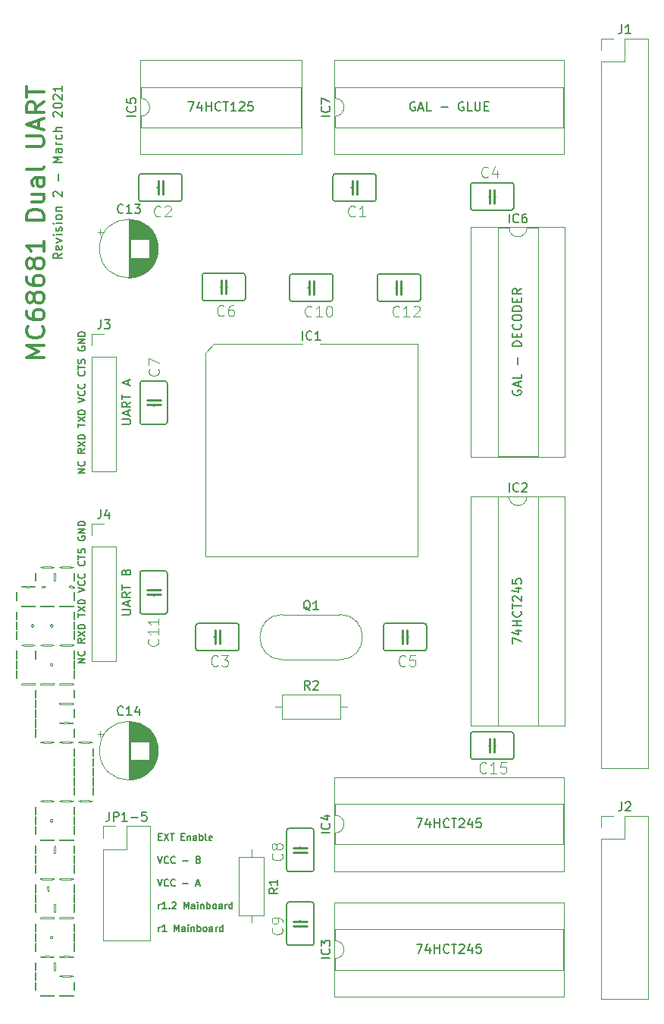
<source format=gbr>
G04 #@! TF.GenerationSoftware,KiCad,Pcbnew,(5.1.5-0-10_14)*
G04 #@! TF.CreationDate,2021-03-01T23:13:27+00:00*
G04 #@! TF.ProjectId,mc68681-basic,6d633638-3638-4312-9d62-617369632e6b,rev?*
G04 #@! TF.SameCoordinates,Original*
G04 #@! TF.FileFunction,Legend,Top*
G04 #@! TF.FilePolarity,Positive*
%FSLAX46Y46*%
G04 Gerber Fmt 4.6, Leading zero omitted, Abs format (unit mm)*
G04 Created by KiCad (PCBNEW (5.1.5-0-10_14)) date 2021-03-01 23:13:27*
%MOMM*%
%LPD*%
G04 APERTURE LIST*
%ADD10C,0.150000*%
%ADD11C,0.300000*%
%ADD12C,0.120000*%
%ADD13C,0.012500*%
%ADD14C,0.152400*%
%ADD15C,0.254000*%
%ADD16C,0.120650*%
G04 APERTURE END LIST*
D10*
X67685714Y-147169285D02*
X67685714Y-146669285D01*
X67685714Y-146812142D02*
X67721428Y-146740714D01*
X67757143Y-146705000D01*
X67828571Y-146669285D01*
X67900000Y-146669285D01*
X68542857Y-147169285D02*
X68114285Y-147169285D01*
X68328571Y-147169285D02*
X68328571Y-146419285D01*
X68257143Y-146526428D01*
X68185714Y-146597857D01*
X68114285Y-146633571D01*
X69435714Y-147169285D02*
X69435714Y-146419285D01*
X69685714Y-146955000D01*
X69935714Y-146419285D01*
X69935714Y-147169285D01*
X70614285Y-147169285D02*
X70614285Y-146776428D01*
X70578571Y-146705000D01*
X70507143Y-146669285D01*
X70364285Y-146669285D01*
X70292857Y-146705000D01*
X70614285Y-147133571D02*
X70542857Y-147169285D01*
X70364285Y-147169285D01*
X70292857Y-147133571D01*
X70257143Y-147062142D01*
X70257143Y-146990714D01*
X70292857Y-146919285D01*
X70364285Y-146883571D01*
X70542857Y-146883571D01*
X70614285Y-146847857D01*
X70971428Y-147169285D02*
X70971428Y-146669285D01*
X70971428Y-146419285D02*
X70935714Y-146455000D01*
X70971428Y-146490714D01*
X71007143Y-146455000D01*
X70971428Y-146419285D01*
X70971428Y-146490714D01*
X71328571Y-146669285D02*
X71328571Y-147169285D01*
X71328571Y-146740714D02*
X71364285Y-146705000D01*
X71435714Y-146669285D01*
X71542857Y-146669285D01*
X71614285Y-146705000D01*
X71650000Y-146776428D01*
X71650000Y-147169285D01*
X72007143Y-147169285D02*
X72007143Y-146419285D01*
X72007143Y-146705000D02*
X72078571Y-146669285D01*
X72221428Y-146669285D01*
X72292857Y-146705000D01*
X72328571Y-146740714D01*
X72364285Y-146812142D01*
X72364285Y-147026428D01*
X72328571Y-147097857D01*
X72292857Y-147133571D01*
X72221428Y-147169285D01*
X72078571Y-147169285D01*
X72007143Y-147133571D01*
X72792857Y-147169285D02*
X72721428Y-147133571D01*
X72685714Y-147097857D01*
X72650000Y-147026428D01*
X72650000Y-146812142D01*
X72685714Y-146740714D01*
X72721428Y-146705000D01*
X72792857Y-146669285D01*
X72900000Y-146669285D01*
X72971428Y-146705000D01*
X73007143Y-146740714D01*
X73042857Y-146812142D01*
X73042857Y-147026428D01*
X73007143Y-147097857D01*
X72971428Y-147133571D01*
X72900000Y-147169285D01*
X72792857Y-147169285D01*
X73685714Y-147169285D02*
X73685714Y-146776428D01*
X73650000Y-146705000D01*
X73578571Y-146669285D01*
X73435714Y-146669285D01*
X73364285Y-146705000D01*
X73685714Y-147133571D02*
X73614285Y-147169285D01*
X73435714Y-147169285D01*
X73364285Y-147133571D01*
X73328571Y-147062142D01*
X73328571Y-146990714D01*
X73364285Y-146919285D01*
X73435714Y-146883571D01*
X73614285Y-146883571D01*
X73685714Y-146847857D01*
X74042857Y-147169285D02*
X74042857Y-146669285D01*
X74042857Y-146812142D02*
X74078571Y-146740714D01*
X74114285Y-146705000D01*
X74185714Y-146669285D01*
X74257143Y-146669285D01*
X74828571Y-147169285D02*
X74828571Y-146419285D01*
X74828571Y-147133571D02*
X74757143Y-147169285D01*
X74614285Y-147169285D01*
X74542857Y-147133571D01*
X74507143Y-147097857D01*
X74471428Y-147026428D01*
X74471428Y-146812142D01*
X74507143Y-146740714D01*
X74542857Y-146705000D01*
X74614285Y-146669285D01*
X74757143Y-146669285D01*
X74828571Y-146705000D01*
X67685714Y-144629285D02*
X67685714Y-144129285D01*
X67685714Y-144272142D02*
X67721428Y-144200714D01*
X67757142Y-144165000D01*
X67828571Y-144129285D01*
X67899999Y-144129285D01*
X68542857Y-144629285D02*
X68114285Y-144629285D01*
X68328571Y-144629285D02*
X68328571Y-143879285D01*
X68257142Y-143986428D01*
X68185714Y-144057857D01*
X68114285Y-144093571D01*
X68864285Y-144557857D02*
X68899999Y-144593571D01*
X68864285Y-144629285D01*
X68828571Y-144593571D01*
X68864285Y-144557857D01*
X68864285Y-144629285D01*
X69185714Y-143950714D02*
X69221428Y-143915000D01*
X69292857Y-143879285D01*
X69471428Y-143879285D01*
X69542857Y-143915000D01*
X69578571Y-143950714D01*
X69614285Y-144022142D01*
X69614285Y-144093571D01*
X69578571Y-144200714D01*
X69149999Y-144629285D01*
X69614285Y-144629285D01*
X70507142Y-144629285D02*
X70507142Y-143879285D01*
X70757142Y-144415000D01*
X71007142Y-143879285D01*
X71007142Y-144629285D01*
X71685714Y-144629285D02*
X71685714Y-144236428D01*
X71649999Y-144165000D01*
X71578571Y-144129285D01*
X71435714Y-144129285D01*
X71364285Y-144165000D01*
X71685714Y-144593571D02*
X71614285Y-144629285D01*
X71435714Y-144629285D01*
X71364285Y-144593571D01*
X71328571Y-144522142D01*
X71328571Y-144450714D01*
X71364285Y-144379285D01*
X71435714Y-144343571D01*
X71614285Y-144343571D01*
X71685714Y-144307857D01*
X72042857Y-144629285D02*
X72042857Y-144129285D01*
X72042857Y-143879285D02*
X72007142Y-143915000D01*
X72042857Y-143950714D01*
X72078571Y-143915000D01*
X72042857Y-143879285D01*
X72042857Y-143950714D01*
X72399999Y-144129285D02*
X72399999Y-144629285D01*
X72399999Y-144200714D02*
X72435714Y-144165000D01*
X72507142Y-144129285D01*
X72614285Y-144129285D01*
X72685714Y-144165000D01*
X72721428Y-144236428D01*
X72721428Y-144629285D01*
X73078571Y-144629285D02*
X73078571Y-143879285D01*
X73078571Y-144165000D02*
X73149999Y-144129285D01*
X73292857Y-144129285D01*
X73364285Y-144165000D01*
X73399999Y-144200714D01*
X73435714Y-144272142D01*
X73435714Y-144486428D01*
X73399999Y-144557857D01*
X73364285Y-144593571D01*
X73292857Y-144629285D01*
X73149999Y-144629285D01*
X73078571Y-144593571D01*
X73864285Y-144629285D02*
X73792857Y-144593571D01*
X73757142Y-144557857D01*
X73721428Y-144486428D01*
X73721428Y-144272142D01*
X73757142Y-144200714D01*
X73792857Y-144165000D01*
X73864285Y-144129285D01*
X73971428Y-144129285D01*
X74042857Y-144165000D01*
X74078571Y-144200714D01*
X74114285Y-144272142D01*
X74114285Y-144486428D01*
X74078571Y-144557857D01*
X74042857Y-144593571D01*
X73971428Y-144629285D01*
X73864285Y-144629285D01*
X74757142Y-144629285D02*
X74757142Y-144236428D01*
X74721428Y-144165000D01*
X74649999Y-144129285D01*
X74507142Y-144129285D01*
X74435714Y-144165000D01*
X74757142Y-144593571D02*
X74685714Y-144629285D01*
X74507142Y-144629285D01*
X74435714Y-144593571D01*
X74399999Y-144522142D01*
X74399999Y-144450714D01*
X74435714Y-144379285D01*
X74507142Y-144343571D01*
X74685714Y-144343571D01*
X74757142Y-144307857D01*
X75114285Y-144629285D02*
X75114285Y-144129285D01*
X75114285Y-144272142D02*
X75149999Y-144200714D01*
X75185714Y-144165000D01*
X75257142Y-144129285D01*
X75328571Y-144129285D01*
X75899999Y-144629285D02*
X75899999Y-143879285D01*
X75899999Y-144593571D02*
X75828571Y-144629285D01*
X75685714Y-144629285D01*
X75614285Y-144593571D01*
X75578571Y-144557857D01*
X75542857Y-144486428D01*
X75542857Y-144272142D01*
X75578571Y-144200714D01*
X75614285Y-144165000D01*
X75685714Y-144129285D01*
X75828571Y-144129285D01*
X75899999Y-144165000D01*
X67578571Y-138799285D02*
X67828571Y-139549285D01*
X68078571Y-138799285D01*
X68757143Y-139477857D02*
X68721428Y-139513571D01*
X68614286Y-139549285D01*
X68542857Y-139549285D01*
X68435714Y-139513571D01*
X68364286Y-139442142D01*
X68328571Y-139370714D01*
X68292857Y-139227857D01*
X68292857Y-139120714D01*
X68328571Y-138977857D01*
X68364286Y-138906428D01*
X68435714Y-138835000D01*
X68542857Y-138799285D01*
X68614286Y-138799285D01*
X68721428Y-138835000D01*
X68757143Y-138870714D01*
X69507143Y-139477857D02*
X69471428Y-139513571D01*
X69364286Y-139549285D01*
X69292857Y-139549285D01*
X69185714Y-139513571D01*
X69114286Y-139442142D01*
X69078571Y-139370714D01*
X69042857Y-139227857D01*
X69042857Y-139120714D01*
X69078571Y-138977857D01*
X69114286Y-138906428D01*
X69185714Y-138835000D01*
X69292857Y-138799285D01*
X69364286Y-138799285D01*
X69471428Y-138835000D01*
X69507143Y-138870714D01*
X70400000Y-139263571D02*
X70971428Y-139263571D01*
X72150000Y-139156428D02*
X72257143Y-139192142D01*
X72292857Y-139227857D01*
X72328571Y-139299285D01*
X72328571Y-139406428D01*
X72292857Y-139477857D01*
X72257143Y-139513571D01*
X72185714Y-139549285D01*
X71900000Y-139549285D01*
X71900000Y-138799285D01*
X72150000Y-138799285D01*
X72221428Y-138835000D01*
X72257143Y-138870714D01*
X72292857Y-138942142D01*
X72292857Y-139013571D01*
X72257143Y-139085000D01*
X72221428Y-139120714D01*
X72150000Y-139156428D01*
X71900000Y-139156428D01*
X67578571Y-141339285D02*
X67828571Y-142089285D01*
X68078571Y-141339285D01*
X68757142Y-142017857D02*
X68721428Y-142053571D01*
X68614285Y-142089285D01*
X68542856Y-142089285D01*
X68435714Y-142053571D01*
X68364285Y-141982142D01*
X68328571Y-141910714D01*
X68292856Y-141767857D01*
X68292856Y-141660714D01*
X68328571Y-141517857D01*
X68364285Y-141446428D01*
X68435714Y-141375000D01*
X68542856Y-141339285D01*
X68614285Y-141339285D01*
X68721428Y-141375000D01*
X68757142Y-141410714D01*
X69507142Y-142017857D02*
X69471428Y-142053571D01*
X69364285Y-142089285D01*
X69292856Y-142089285D01*
X69185714Y-142053571D01*
X69114285Y-141982142D01*
X69078571Y-141910714D01*
X69042856Y-141767857D01*
X69042856Y-141660714D01*
X69078571Y-141517857D01*
X69114285Y-141446428D01*
X69185714Y-141375000D01*
X69292856Y-141339285D01*
X69364285Y-141339285D01*
X69471428Y-141375000D01*
X69507142Y-141410714D01*
X70399999Y-141803571D02*
X70971428Y-141803571D01*
X71864285Y-141875000D02*
X72221428Y-141875000D01*
X71792856Y-142089285D02*
X72042856Y-141339285D01*
X72292856Y-142089285D01*
X67685714Y-136616428D02*
X67935714Y-136616428D01*
X68042857Y-137009285D02*
X67685714Y-137009285D01*
X67685714Y-136259285D01*
X68042857Y-136259285D01*
X68292857Y-136259285D02*
X68792857Y-137009285D01*
X68792857Y-136259285D02*
X68292857Y-137009285D01*
X68971428Y-136259285D02*
X69400000Y-136259285D01*
X69185714Y-137009285D02*
X69185714Y-136259285D01*
X70221428Y-136616428D02*
X70471428Y-136616428D01*
X70578571Y-137009285D02*
X70221428Y-137009285D01*
X70221428Y-136259285D01*
X70578571Y-136259285D01*
X70900000Y-136509285D02*
X70900000Y-137009285D01*
X70900000Y-136580714D02*
X70935714Y-136545000D01*
X71007142Y-136509285D01*
X71114285Y-136509285D01*
X71185714Y-136545000D01*
X71221428Y-136616428D01*
X71221428Y-137009285D01*
X71900000Y-137009285D02*
X71900000Y-136616428D01*
X71864285Y-136545000D01*
X71792857Y-136509285D01*
X71650000Y-136509285D01*
X71578571Y-136545000D01*
X71900000Y-136973571D02*
X71828571Y-137009285D01*
X71650000Y-137009285D01*
X71578571Y-136973571D01*
X71542857Y-136902142D01*
X71542857Y-136830714D01*
X71578571Y-136759285D01*
X71650000Y-136723571D01*
X71828571Y-136723571D01*
X71900000Y-136687857D01*
X72257142Y-137009285D02*
X72257142Y-136259285D01*
X72257142Y-136545000D02*
X72328571Y-136509285D01*
X72471428Y-136509285D01*
X72542857Y-136545000D01*
X72578571Y-136580714D01*
X72614285Y-136652142D01*
X72614285Y-136866428D01*
X72578571Y-136937857D01*
X72542857Y-136973571D01*
X72471428Y-137009285D01*
X72328571Y-137009285D01*
X72257142Y-136973571D01*
X73042857Y-137009285D02*
X72971428Y-136973571D01*
X72935714Y-136902142D01*
X72935714Y-136259285D01*
X73614285Y-136973571D02*
X73542857Y-137009285D01*
X73400000Y-137009285D01*
X73328571Y-136973571D01*
X73292857Y-136902142D01*
X73292857Y-136616428D01*
X73328571Y-136545000D01*
X73400000Y-136509285D01*
X73542857Y-136509285D01*
X73614285Y-136545000D01*
X73650000Y-136616428D01*
X73650000Y-136687857D01*
X73292857Y-136759285D01*
X70982142Y-54634880D02*
X71648809Y-54634880D01*
X71220238Y-55634880D01*
X72458333Y-54968214D02*
X72458333Y-55634880D01*
X72220238Y-54587261D02*
X71982142Y-55301547D01*
X72601190Y-55301547D01*
X72982142Y-55634880D02*
X72982142Y-54634880D01*
X72982142Y-55111071D02*
X73553571Y-55111071D01*
X73553571Y-55634880D02*
X73553571Y-54634880D01*
X74601190Y-55539642D02*
X74553571Y-55587261D01*
X74410714Y-55634880D01*
X74315476Y-55634880D01*
X74172619Y-55587261D01*
X74077380Y-55492023D01*
X74029761Y-55396785D01*
X73982142Y-55206309D01*
X73982142Y-55063452D01*
X74029761Y-54872976D01*
X74077380Y-54777738D01*
X74172619Y-54682500D01*
X74315476Y-54634880D01*
X74410714Y-54634880D01*
X74553571Y-54682500D01*
X74601190Y-54730119D01*
X74886904Y-54634880D02*
X75458333Y-54634880D01*
X75172619Y-55634880D02*
X75172619Y-54634880D01*
X76315476Y-55634880D02*
X75744047Y-55634880D01*
X76029761Y-55634880D02*
X76029761Y-54634880D01*
X75934523Y-54777738D01*
X75839285Y-54872976D01*
X75744047Y-54920595D01*
X76696428Y-54730119D02*
X76744047Y-54682500D01*
X76839285Y-54634880D01*
X77077380Y-54634880D01*
X77172619Y-54682500D01*
X77220238Y-54730119D01*
X77267857Y-54825357D01*
X77267857Y-54920595D01*
X77220238Y-55063452D01*
X76648809Y-55634880D01*
X77267857Y-55634880D01*
X78172619Y-54634880D02*
X77696428Y-54634880D01*
X77648809Y-55111071D01*
X77696428Y-55063452D01*
X77791666Y-55015833D01*
X78029761Y-55015833D01*
X78125000Y-55063452D01*
X78172619Y-55111071D01*
X78220238Y-55206309D01*
X78220238Y-55444404D01*
X78172619Y-55539642D01*
X78125000Y-55587261D01*
X78029761Y-55634880D01*
X77791666Y-55634880D01*
X77696428Y-55587261D01*
X77648809Y-55539642D01*
X96291666Y-54682500D02*
X96196428Y-54634880D01*
X96053571Y-54634880D01*
X95910714Y-54682500D01*
X95815476Y-54777738D01*
X95767857Y-54872976D01*
X95720238Y-55063452D01*
X95720238Y-55206309D01*
X95767857Y-55396785D01*
X95815476Y-55492023D01*
X95910714Y-55587261D01*
X96053571Y-55634880D01*
X96148809Y-55634880D01*
X96291666Y-55587261D01*
X96339285Y-55539642D01*
X96339285Y-55206309D01*
X96148809Y-55206309D01*
X96720238Y-55349166D02*
X97196428Y-55349166D01*
X96625000Y-55634880D02*
X96958333Y-54634880D01*
X97291666Y-55634880D01*
X98101190Y-55634880D02*
X97625000Y-55634880D01*
X97625000Y-54634880D01*
X99196428Y-55253928D02*
X99958333Y-55253928D01*
X101720238Y-54682500D02*
X101625000Y-54634880D01*
X101482142Y-54634880D01*
X101339285Y-54682500D01*
X101244047Y-54777738D01*
X101196428Y-54872976D01*
X101148809Y-55063452D01*
X101148809Y-55206309D01*
X101196428Y-55396785D01*
X101244047Y-55492023D01*
X101339285Y-55587261D01*
X101482142Y-55634880D01*
X101577380Y-55634880D01*
X101720238Y-55587261D01*
X101767857Y-55539642D01*
X101767857Y-55206309D01*
X101577380Y-55206309D01*
X102672619Y-55634880D02*
X102196428Y-55634880D01*
X102196428Y-54634880D01*
X103005952Y-54634880D02*
X103005952Y-55444404D01*
X103053571Y-55539642D01*
X103101190Y-55587261D01*
X103196428Y-55634880D01*
X103386904Y-55634880D01*
X103482142Y-55587261D01*
X103529761Y-55539642D01*
X103577380Y-55444404D01*
X103577380Y-54634880D01*
X104053571Y-55111071D02*
X104386904Y-55111071D01*
X104529761Y-55634880D02*
X104053571Y-55634880D01*
X104053571Y-54634880D01*
X104529761Y-54634880D01*
X107232500Y-86805952D02*
X107184880Y-86901190D01*
X107184880Y-87044047D01*
X107232500Y-87186904D01*
X107327738Y-87282142D01*
X107422976Y-87329761D01*
X107613452Y-87377380D01*
X107756309Y-87377380D01*
X107946785Y-87329761D01*
X108042023Y-87282142D01*
X108137261Y-87186904D01*
X108184880Y-87044047D01*
X108184880Y-86948809D01*
X108137261Y-86805952D01*
X108089642Y-86758333D01*
X107756309Y-86758333D01*
X107756309Y-86948809D01*
X107899166Y-86377380D02*
X107899166Y-85901190D01*
X108184880Y-86472619D02*
X107184880Y-86139285D01*
X108184880Y-85805952D01*
X108184880Y-84996428D02*
X108184880Y-85472619D01*
X107184880Y-85472619D01*
X107803928Y-83901190D02*
X107803928Y-83139285D01*
X108184880Y-81901190D02*
X107184880Y-81901190D01*
X107184880Y-81663095D01*
X107232500Y-81520238D01*
X107327738Y-81425000D01*
X107422976Y-81377380D01*
X107613452Y-81329761D01*
X107756309Y-81329761D01*
X107946785Y-81377380D01*
X108042023Y-81425000D01*
X108137261Y-81520238D01*
X108184880Y-81663095D01*
X108184880Y-81901190D01*
X107661071Y-80901190D02*
X107661071Y-80567857D01*
X108184880Y-80425000D02*
X108184880Y-80901190D01*
X107184880Y-80901190D01*
X107184880Y-80425000D01*
X108089642Y-79425000D02*
X108137261Y-79472619D01*
X108184880Y-79615476D01*
X108184880Y-79710714D01*
X108137261Y-79853571D01*
X108042023Y-79948809D01*
X107946785Y-79996428D01*
X107756309Y-80044047D01*
X107613452Y-80044047D01*
X107422976Y-79996428D01*
X107327738Y-79948809D01*
X107232500Y-79853571D01*
X107184880Y-79710714D01*
X107184880Y-79615476D01*
X107232500Y-79472619D01*
X107280119Y-79425000D01*
X107184880Y-78805952D02*
X107184880Y-78615476D01*
X107232500Y-78520238D01*
X107327738Y-78425000D01*
X107518214Y-78377380D01*
X107851547Y-78377380D01*
X108042023Y-78425000D01*
X108137261Y-78520238D01*
X108184880Y-78615476D01*
X108184880Y-78805952D01*
X108137261Y-78901190D01*
X108042023Y-78996428D01*
X107851547Y-79044047D01*
X107518214Y-79044047D01*
X107327738Y-78996428D01*
X107232500Y-78901190D01*
X107184880Y-78805952D01*
X108184880Y-77948809D02*
X107184880Y-77948809D01*
X107184880Y-77710714D01*
X107232500Y-77567857D01*
X107327738Y-77472619D01*
X107422976Y-77425000D01*
X107613452Y-77377380D01*
X107756309Y-77377380D01*
X107946785Y-77425000D01*
X108042023Y-77472619D01*
X108137261Y-77567857D01*
X108184880Y-77710714D01*
X108184880Y-77948809D01*
X107661071Y-76948809D02*
X107661071Y-76615476D01*
X108184880Y-76472619D02*
X108184880Y-76948809D01*
X107184880Y-76948809D01*
X107184880Y-76472619D01*
X108184880Y-75472619D02*
X107708690Y-75805952D01*
X108184880Y-76044047D02*
X107184880Y-76044047D01*
X107184880Y-75663095D01*
X107232500Y-75567857D01*
X107280119Y-75520238D01*
X107375357Y-75472619D01*
X107518214Y-75472619D01*
X107613452Y-75520238D01*
X107661071Y-75567857D01*
X107708690Y-75663095D01*
X107708690Y-76044047D01*
X107184880Y-115067858D02*
X107184880Y-114401191D01*
X108184880Y-114829762D01*
X107518214Y-113591667D02*
X108184880Y-113591667D01*
X107137261Y-113829762D02*
X107851547Y-114067858D01*
X107851547Y-113448810D01*
X108184880Y-113067858D02*
X107184880Y-113067858D01*
X107661071Y-113067858D02*
X107661071Y-112496429D01*
X108184880Y-112496429D02*
X107184880Y-112496429D01*
X108089642Y-111448810D02*
X108137261Y-111496429D01*
X108184880Y-111639286D01*
X108184880Y-111734524D01*
X108137261Y-111877381D01*
X108042023Y-111972620D01*
X107946785Y-112020239D01*
X107756309Y-112067858D01*
X107613452Y-112067858D01*
X107422976Y-112020239D01*
X107327738Y-111972620D01*
X107232500Y-111877381D01*
X107184880Y-111734524D01*
X107184880Y-111639286D01*
X107232500Y-111496429D01*
X107280119Y-111448810D01*
X107184880Y-111163096D02*
X107184880Y-110591667D01*
X108184880Y-110877381D02*
X107184880Y-110877381D01*
X107280119Y-110305953D02*
X107232500Y-110258334D01*
X107184880Y-110163096D01*
X107184880Y-109925001D01*
X107232500Y-109829762D01*
X107280119Y-109782143D01*
X107375357Y-109734524D01*
X107470595Y-109734524D01*
X107613452Y-109782143D01*
X108184880Y-110353572D01*
X108184880Y-109734524D01*
X107518214Y-108877381D02*
X108184880Y-108877381D01*
X107137261Y-109115477D02*
X107851547Y-109353572D01*
X107851547Y-108734524D01*
X107184880Y-107877381D02*
X107184880Y-108353572D01*
X107661071Y-108401191D01*
X107613452Y-108353572D01*
X107565833Y-108258334D01*
X107565833Y-108020239D01*
X107613452Y-107925001D01*
X107661071Y-107877381D01*
X107756309Y-107829762D01*
X107994404Y-107829762D01*
X108089642Y-107877381D01*
X108137261Y-107925001D01*
X108184880Y-108020239D01*
X108184880Y-108258334D01*
X108137261Y-108353572D01*
X108089642Y-108401191D01*
X96482142Y-134584880D02*
X97148809Y-134584880D01*
X96720238Y-135584880D01*
X97958333Y-134918214D02*
X97958333Y-135584880D01*
X97720238Y-134537261D02*
X97482142Y-135251547D01*
X98101190Y-135251547D01*
X98482142Y-135584880D02*
X98482142Y-134584880D01*
X98482142Y-135061071D02*
X99053571Y-135061071D01*
X99053571Y-135584880D02*
X99053571Y-134584880D01*
X100101190Y-135489642D02*
X100053571Y-135537261D01*
X99910714Y-135584880D01*
X99815476Y-135584880D01*
X99672619Y-135537261D01*
X99577380Y-135442023D01*
X99529761Y-135346785D01*
X99482142Y-135156309D01*
X99482142Y-135013452D01*
X99529761Y-134822976D01*
X99577380Y-134727738D01*
X99672619Y-134632500D01*
X99815476Y-134584880D01*
X99910714Y-134584880D01*
X100053571Y-134632500D01*
X100101190Y-134680119D01*
X100386904Y-134584880D02*
X100958333Y-134584880D01*
X100672619Y-135584880D02*
X100672619Y-134584880D01*
X101244047Y-134680119D02*
X101291666Y-134632500D01*
X101386904Y-134584880D01*
X101625000Y-134584880D01*
X101720238Y-134632500D01*
X101767857Y-134680119D01*
X101815476Y-134775357D01*
X101815476Y-134870595D01*
X101767857Y-135013452D01*
X101196428Y-135584880D01*
X101815476Y-135584880D01*
X102672619Y-134918214D02*
X102672619Y-135584880D01*
X102434523Y-134537261D02*
X102196428Y-135251547D01*
X102815476Y-135251547D01*
X103672619Y-134584880D02*
X103196428Y-134584880D01*
X103148809Y-135061071D01*
X103196428Y-135013452D01*
X103291666Y-134965833D01*
X103529761Y-134965833D01*
X103625000Y-135013452D01*
X103672619Y-135061071D01*
X103720238Y-135156309D01*
X103720238Y-135394404D01*
X103672619Y-135489642D01*
X103625000Y-135537261D01*
X103529761Y-135584880D01*
X103291666Y-135584880D01*
X103196428Y-135537261D01*
X103148809Y-135489642D01*
X96482142Y-148584880D02*
X97148809Y-148584880D01*
X96720238Y-149584880D01*
X97958333Y-148918214D02*
X97958333Y-149584880D01*
X97720238Y-148537261D02*
X97482142Y-149251547D01*
X98101190Y-149251547D01*
X98482142Y-149584880D02*
X98482142Y-148584880D01*
X98482142Y-149061071D02*
X99053571Y-149061071D01*
X99053571Y-149584880D02*
X99053571Y-148584880D01*
X100101190Y-149489642D02*
X100053571Y-149537261D01*
X99910714Y-149584880D01*
X99815476Y-149584880D01*
X99672619Y-149537261D01*
X99577380Y-149442023D01*
X99529761Y-149346785D01*
X99482142Y-149156309D01*
X99482142Y-149013452D01*
X99529761Y-148822976D01*
X99577380Y-148727738D01*
X99672619Y-148632500D01*
X99815476Y-148584880D01*
X99910714Y-148584880D01*
X100053571Y-148632500D01*
X100101190Y-148680119D01*
X100386904Y-148584880D02*
X100958333Y-148584880D01*
X100672619Y-149584880D02*
X100672619Y-148584880D01*
X101244047Y-148680119D02*
X101291666Y-148632500D01*
X101386904Y-148584880D01*
X101625000Y-148584880D01*
X101720238Y-148632500D01*
X101767857Y-148680119D01*
X101815476Y-148775357D01*
X101815476Y-148870595D01*
X101767857Y-149013452D01*
X101196428Y-149584880D01*
X101815476Y-149584880D01*
X102672619Y-148918214D02*
X102672619Y-149584880D01*
X102434523Y-148537261D02*
X102196428Y-149251547D01*
X102815476Y-149251547D01*
X103672619Y-148584880D02*
X103196428Y-148584880D01*
X103148809Y-149061071D01*
X103196428Y-149013452D01*
X103291666Y-148965833D01*
X103529761Y-148965833D01*
X103625000Y-149013452D01*
X103672619Y-149061071D01*
X103720238Y-149156309D01*
X103720238Y-149394404D01*
X103672619Y-149489642D01*
X103625000Y-149537261D01*
X103529761Y-149584880D01*
X103291666Y-149584880D01*
X103196428Y-149537261D01*
X103148809Y-149489642D01*
X63552380Y-111826191D02*
X64361904Y-111826191D01*
X64457142Y-111778572D01*
X64504761Y-111730953D01*
X64552380Y-111635715D01*
X64552380Y-111445239D01*
X64504761Y-111350001D01*
X64457142Y-111302381D01*
X64361904Y-111254762D01*
X63552380Y-111254762D01*
X64266666Y-110826191D02*
X64266666Y-110350001D01*
X64552380Y-110921429D02*
X63552380Y-110588096D01*
X64552380Y-110254762D01*
X64552380Y-109350001D02*
X64076190Y-109683334D01*
X64552380Y-109921429D02*
X63552380Y-109921429D01*
X63552380Y-109540477D01*
X63600000Y-109445239D01*
X63647619Y-109397620D01*
X63742857Y-109350001D01*
X63885714Y-109350001D01*
X63980952Y-109397620D01*
X64028571Y-109445239D01*
X64076190Y-109540477D01*
X64076190Y-109921429D01*
X63552380Y-109064286D02*
X63552380Y-108492858D01*
X64552380Y-108778572D02*
X63552380Y-108778572D01*
X64028571Y-107064286D02*
X64076190Y-106921429D01*
X64123809Y-106873810D01*
X64219047Y-106826191D01*
X64361904Y-106826191D01*
X64457142Y-106873810D01*
X64504761Y-106921429D01*
X64552380Y-107016667D01*
X64552380Y-107397620D01*
X63552380Y-107397620D01*
X63552380Y-107064286D01*
X63600000Y-106969048D01*
X63647619Y-106921429D01*
X63742857Y-106873810D01*
X63838095Y-106873810D01*
X63933333Y-106921429D01*
X63980952Y-106969048D01*
X64028571Y-107064286D01*
X64028571Y-107397620D01*
X63552380Y-90594761D02*
X64361904Y-90594761D01*
X64457142Y-90547142D01*
X64504761Y-90499523D01*
X64552380Y-90404285D01*
X64552380Y-90213809D01*
X64504761Y-90118571D01*
X64457142Y-90070952D01*
X64361904Y-90023333D01*
X63552380Y-90023333D01*
X64266666Y-89594761D02*
X64266666Y-89118571D01*
X64552380Y-89690000D02*
X63552380Y-89356666D01*
X64552380Y-89023333D01*
X64552380Y-88118571D02*
X64076190Y-88451904D01*
X64552380Y-88690000D02*
X63552380Y-88690000D01*
X63552380Y-88309047D01*
X63600000Y-88213809D01*
X63647619Y-88166190D01*
X63742857Y-88118571D01*
X63885714Y-88118571D01*
X63980952Y-88166190D01*
X64028571Y-88213809D01*
X64076190Y-88309047D01*
X64076190Y-88690000D01*
X63552380Y-87832857D02*
X63552380Y-87261428D01*
X64552380Y-87547142D02*
X63552380Y-87547142D01*
X64266666Y-86213809D02*
X64266666Y-85737619D01*
X64552380Y-86309047D02*
X63552380Y-85975714D01*
X64552380Y-85642380D01*
X59436904Y-96056666D02*
X58636904Y-96056666D01*
X59436904Y-95599523D01*
X58636904Y-95599523D01*
X59360714Y-94761428D02*
X59398809Y-94799523D01*
X59436904Y-94913809D01*
X59436904Y-94990000D01*
X59398809Y-95104285D01*
X59322619Y-95180476D01*
X59246428Y-95218571D01*
X59094047Y-95256666D01*
X58979761Y-95256666D01*
X58827380Y-95218571D01*
X58751190Y-95180476D01*
X58675000Y-95104285D01*
X58636904Y-94990000D01*
X58636904Y-94913809D01*
X58675000Y-94799523D01*
X58713095Y-94761428D01*
X59436904Y-93351904D02*
X59055952Y-93618571D01*
X59436904Y-93809047D02*
X58636904Y-93809047D01*
X58636904Y-93504285D01*
X58675000Y-93428095D01*
X58713095Y-93390000D01*
X58789285Y-93351904D01*
X58903571Y-93351904D01*
X58979761Y-93390000D01*
X59017857Y-93428095D01*
X59055952Y-93504285D01*
X59055952Y-93809047D01*
X58636904Y-93085238D02*
X59436904Y-92551904D01*
X58636904Y-92551904D02*
X59436904Y-93085238D01*
X59436904Y-92247142D02*
X58636904Y-92247142D01*
X58636904Y-92056666D01*
X58675000Y-91942380D01*
X58751190Y-91866190D01*
X58827380Y-91828095D01*
X58979761Y-91790000D01*
X59094047Y-91790000D01*
X59246428Y-91828095D01*
X59322619Y-91866190D01*
X59398809Y-91942380D01*
X59436904Y-92056666D01*
X59436904Y-92247142D01*
X58636904Y-90951904D02*
X58636904Y-90494761D01*
X59436904Y-90723333D02*
X58636904Y-90723333D01*
X58636904Y-90304285D02*
X59436904Y-89770952D01*
X58636904Y-89770952D02*
X59436904Y-90304285D01*
X59436904Y-89466190D02*
X58636904Y-89466190D01*
X58636904Y-89275714D01*
X58675000Y-89161428D01*
X58751190Y-89085238D01*
X58827380Y-89047142D01*
X58979761Y-89009047D01*
X59094047Y-89009047D01*
X59246428Y-89047142D01*
X59322619Y-89085238D01*
X59398809Y-89161428D01*
X59436904Y-89275714D01*
X59436904Y-89466190D01*
X58636904Y-88170952D02*
X59436904Y-87904285D01*
X58636904Y-87637619D01*
X59360714Y-86913809D02*
X59398809Y-86951904D01*
X59436904Y-87066190D01*
X59436904Y-87142380D01*
X59398809Y-87256666D01*
X59322619Y-87332857D01*
X59246428Y-87370952D01*
X59094047Y-87409047D01*
X58979761Y-87409047D01*
X58827380Y-87370952D01*
X58751190Y-87332857D01*
X58675000Y-87256666D01*
X58636904Y-87142380D01*
X58636904Y-87066190D01*
X58675000Y-86951904D01*
X58713095Y-86913809D01*
X59360714Y-86113809D02*
X59398809Y-86151904D01*
X59436904Y-86266190D01*
X59436904Y-86342380D01*
X59398809Y-86456666D01*
X59322619Y-86532857D01*
X59246428Y-86570952D01*
X59094047Y-86609047D01*
X58979761Y-86609047D01*
X58827380Y-86570952D01*
X58751190Y-86532857D01*
X58675000Y-86456666D01*
X58636904Y-86342380D01*
X58636904Y-86266190D01*
X58675000Y-86151904D01*
X58713095Y-86113809D01*
X59360714Y-84704285D02*
X59398809Y-84742380D01*
X59436904Y-84856666D01*
X59436904Y-84932857D01*
X59398809Y-85047142D01*
X59322619Y-85123333D01*
X59246428Y-85161428D01*
X59094047Y-85199523D01*
X58979761Y-85199523D01*
X58827380Y-85161428D01*
X58751190Y-85123333D01*
X58675000Y-85047142D01*
X58636904Y-84932857D01*
X58636904Y-84856666D01*
X58675000Y-84742380D01*
X58713095Y-84704285D01*
X58636904Y-84475714D02*
X58636904Y-84018571D01*
X59436904Y-84247142D02*
X58636904Y-84247142D01*
X59398809Y-83790000D02*
X59436904Y-83675714D01*
X59436904Y-83485238D01*
X59398809Y-83409047D01*
X59360714Y-83370952D01*
X59284523Y-83332857D01*
X59208333Y-83332857D01*
X59132142Y-83370952D01*
X59094047Y-83409047D01*
X59055952Y-83485238D01*
X59017857Y-83637619D01*
X58979761Y-83713809D01*
X58941666Y-83751904D01*
X58865476Y-83790000D01*
X58789285Y-83790000D01*
X58713095Y-83751904D01*
X58675000Y-83713809D01*
X58636904Y-83637619D01*
X58636904Y-83447142D01*
X58675000Y-83332857D01*
X58675000Y-81961428D02*
X58636904Y-82037619D01*
X58636904Y-82151904D01*
X58675000Y-82266190D01*
X58751190Y-82342380D01*
X58827380Y-82380476D01*
X58979761Y-82418571D01*
X59094047Y-82418571D01*
X59246428Y-82380476D01*
X59322619Y-82342380D01*
X59398809Y-82266190D01*
X59436904Y-82151904D01*
X59436904Y-82075714D01*
X59398809Y-81961428D01*
X59360714Y-81923333D01*
X59094047Y-81923333D01*
X59094047Y-82075714D01*
X59436904Y-81580476D02*
X58636904Y-81580476D01*
X59436904Y-81123333D01*
X58636904Y-81123333D01*
X59436904Y-80742380D02*
X58636904Y-80742380D01*
X58636904Y-80551904D01*
X58675000Y-80437619D01*
X58751190Y-80361428D01*
X58827380Y-80323333D01*
X58979761Y-80285238D01*
X59094047Y-80285238D01*
X59246428Y-80323333D01*
X59322619Y-80361428D01*
X59398809Y-80437619D01*
X59436904Y-80551904D01*
X59436904Y-80742380D01*
X59436904Y-117216666D02*
X58636904Y-117216666D01*
X59436904Y-116759523D01*
X58636904Y-116759523D01*
X59360714Y-115921428D02*
X59398809Y-115959523D01*
X59436904Y-116073809D01*
X59436904Y-116150000D01*
X59398809Y-116264285D01*
X59322619Y-116340476D01*
X59246428Y-116378571D01*
X59094047Y-116416666D01*
X58979761Y-116416666D01*
X58827380Y-116378571D01*
X58751190Y-116340476D01*
X58675000Y-116264285D01*
X58636904Y-116150000D01*
X58636904Y-116073809D01*
X58675000Y-115959523D01*
X58713095Y-115921428D01*
X59436904Y-114511904D02*
X59055952Y-114778571D01*
X59436904Y-114969047D02*
X58636904Y-114969047D01*
X58636904Y-114664285D01*
X58675000Y-114588095D01*
X58713095Y-114550000D01*
X58789285Y-114511904D01*
X58903571Y-114511904D01*
X58979761Y-114550000D01*
X59017857Y-114588095D01*
X59055952Y-114664285D01*
X59055952Y-114969047D01*
X58636904Y-114245238D02*
X59436904Y-113711904D01*
X58636904Y-113711904D02*
X59436904Y-114245238D01*
X59436904Y-113407142D02*
X58636904Y-113407142D01*
X58636904Y-113216666D01*
X58675000Y-113102380D01*
X58751190Y-113026190D01*
X58827380Y-112988095D01*
X58979761Y-112950000D01*
X59094047Y-112950000D01*
X59246428Y-112988095D01*
X59322619Y-113026190D01*
X59398809Y-113102380D01*
X59436904Y-113216666D01*
X59436904Y-113407142D01*
X58636904Y-112111904D02*
X58636904Y-111654761D01*
X59436904Y-111883333D02*
X58636904Y-111883333D01*
X58636904Y-111464285D02*
X59436904Y-110930952D01*
X58636904Y-110930952D02*
X59436904Y-111464285D01*
X59436904Y-110626190D02*
X58636904Y-110626190D01*
X58636904Y-110435714D01*
X58675000Y-110321428D01*
X58751190Y-110245238D01*
X58827380Y-110207142D01*
X58979761Y-110169047D01*
X59094047Y-110169047D01*
X59246428Y-110207142D01*
X59322619Y-110245238D01*
X59398809Y-110321428D01*
X59436904Y-110435714D01*
X59436904Y-110626190D01*
X58636904Y-109330952D02*
X59436904Y-109064285D01*
X58636904Y-108797619D01*
X59360714Y-108073809D02*
X59398809Y-108111904D01*
X59436904Y-108226190D01*
X59436904Y-108302380D01*
X59398809Y-108416666D01*
X59322619Y-108492857D01*
X59246428Y-108530952D01*
X59094047Y-108569047D01*
X58979761Y-108569047D01*
X58827380Y-108530952D01*
X58751190Y-108492857D01*
X58675000Y-108416666D01*
X58636904Y-108302380D01*
X58636904Y-108226190D01*
X58675000Y-108111904D01*
X58713095Y-108073809D01*
X59360714Y-107273809D02*
X59398809Y-107311904D01*
X59436904Y-107426190D01*
X59436904Y-107502380D01*
X59398809Y-107616666D01*
X59322619Y-107692857D01*
X59246428Y-107730952D01*
X59094047Y-107769047D01*
X58979761Y-107769047D01*
X58827380Y-107730952D01*
X58751190Y-107692857D01*
X58675000Y-107616666D01*
X58636904Y-107502380D01*
X58636904Y-107426190D01*
X58675000Y-107311904D01*
X58713095Y-107273809D01*
X59360714Y-105864285D02*
X59398809Y-105902380D01*
X59436904Y-106016666D01*
X59436904Y-106092857D01*
X59398809Y-106207142D01*
X59322619Y-106283333D01*
X59246428Y-106321428D01*
X59094047Y-106359523D01*
X58979761Y-106359523D01*
X58827380Y-106321428D01*
X58751190Y-106283333D01*
X58675000Y-106207142D01*
X58636904Y-106092857D01*
X58636904Y-106016666D01*
X58675000Y-105902380D01*
X58713095Y-105864285D01*
X58636904Y-105635714D02*
X58636904Y-105178571D01*
X59436904Y-105407142D02*
X58636904Y-105407142D01*
X59398809Y-104950000D02*
X59436904Y-104835714D01*
X59436904Y-104645238D01*
X59398809Y-104569047D01*
X59360714Y-104530952D01*
X59284523Y-104492857D01*
X59208333Y-104492857D01*
X59132142Y-104530952D01*
X59094047Y-104569047D01*
X59055952Y-104645238D01*
X59017857Y-104797619D01*
X58979761Y-104873809D01*
X58941666Y-104911904D01*
X58865476Y-104950000D01*
X58789285Y-104950000D01*
X58713095Y-104911904D01*
X58675000Y-104873809D01*
X58636904Y-104797619D01*
X58636904Y-104607142D01*
X58675000Y-104492857D01*
X58675000Y-103121428D02*
X58636904Y-103197619D01*
X58636904Y-103311904D01*
X58675000Y-103426190D01*
X58751190Y-103502380D01*
X58827380Y-103540476D01*
X58979761Y-103578571D01*
X59094047Y-103578571D01*
X59246428Y-103540476D01*
X59322619Y-103502380D01*
X59398809Y-103426190D01*
X59436904Y-103311904D01*
X59436904Y-103235714D01*
X59398809Y-103121428D01*
X59360714Y-103083333D01*
X59094047Y-103083333D01*
X59094047Y-103235714D01*
X59436904Y-102740476D02*
X58636904Y-102740476D01*
X59436904Y-102283333D01*
X58636904Y-102283333D01*
X59436904Y-101902380D02*
X58636904Y-101902380D01*
X58636904Y-101711904D01*
X58675000Y-101597619D01*
X58751190Y-101521428D01*
X58827380Y-101483333D01*
X58979761Y-101445238D01*
X59094047Y-101445238D01*
X59246428Y-101483333D01*
X59322619Y-101521428D01*
X59398809Y-101597619D01*
X59436904Y-101711904D01*
X59436904Y-101902380D01*
X56877380Y-71526190D02*
X56401190Y-71859523D01*
X56877380Y-72097619D02*
X55877380Y-72097619D01*
X55877380Y-71716666D01*
X55925000Y-71621428D01*
X55972619Y-71573809D01*
X56067857Y-71526190D01*
X56210714Y-71526190D01*
X56305952Y-71573809D01*
X56353571Y-71621428D01*
X56401190Y-71716666D01*
X56401190Y-72097619D01*
X56829761Y-70716666D02*
X56877380Y-70811904D01*
X56877380Y-71002381D01*
X56829761Y-71097619D01*
X56734523Y-71145238D01*
X56353571Y-71145238D01*
X56258333Y-71097619D01*
X56210714Y-71002381D01*
X56210714Y-70811904D01*
X56258333Y-70716666D01*
X56353571Y-70669047D01*
X56448809Y-70669047D01*
X56544047Y-71145238D01*
X56210714Y-70335714D02*
X56877380Y-70097619D01*
X56210714Y-69859523D01*
X56877380Y-69478571D02*
X56210714Y-69478571D01*
X55877380Y-69478571D02*
X55925000Y-69526190D01*
X55972619Y-69478571D01*
X55925000Y-69430952D01*
X55877380Y-69478571D01*
X55972619Y-69478571D01*
X56829761Y-69050000D02*
X56877380Y-68954761D01*
X56877380Y-68764285D01*
X56829761Y-68669047D01*
X56734523Y-68621428D01*
X56686904Y-68621428D01*
X56591666Y-68669047D01*
X56544047Y-68764285D01*
X56544047Y-68907142D01*
X56496428Y-69002381D01*
X56401190Y-69050000D01*
X56353571Y-69050000D01*
X56258333Y-69002381D01*
X56210714Y-68907142D01*
X56210714Y-68764285D01*
X56258333Y-68669047D01*
X56877380Y-68192857D02*
X56210714Y-68192857D01*
X55877380Y-68192857D02*
X55925000Y-68240476D01*
X55972619Y-68192857D01*
X55925000Y-68145238D01*
X55877380Y-68192857D01*
X55972619Y-68192857D01*
X56877380Y-67573809D02*
X56829761Y-67669047D01*
X56782142Y-67716666D01*
X56686904Y-67764285D01*
X56401190Y-67764285D01*
X56305952Y-67716666D01*
X56258333Y-67669047D01*
X56210714Y-67573809D01*
X56210714Y-67430952D01*
X56258333Y-67335714D01*
X56305952Y-67288095D01*
X56401190Y-67240476D01*
X56686904Y-67240476D01*
X56782142Y-67288095D01*
X56829761Y-67335714D01*
X56877380Y-67430952D01*
X56877380Y-67573809D01*
X56210714Y-66811904D02*
X56877380Y-66811904D01*
X56305952Y-66811904D02*
X56258333Y-66764285D01*
X56210714Y-66669047D01*
X56210714Y-66526190D01*
X56258333Y-66430952D01*
X56353571Y-66383333D01*
X56877380Y-66383333D01*
X55972619Y-65192857D02*
X55925000Y-65145238D01*
X55877380Y-65050000D01*
X55877380Y-64811904D01*
X55925000Y-64716666D01*
X55972619Y-64669047D01*
X56067857Y-64621428D01*
X56163095Y-64621428D01*
X56305952Y-64669047D01*
X56877380Y-65240476D01*
X56877380Y-64621428D01*
X56496428Y-63430952D02*
X56496428Y-62669047D01*
X56877380Y-61430952D02*
X55877380Y-61430952D01*
X56591666Y-61097619D01*
X55877380Y-60764285D01*
X56877380Y-60764285D01*
X56877380Y-59859523D02*
X56353571Y-59859523D01*
X56258333Y-59907142D01*
X56210714Y-60002381D01*
X56210714Y-60192857D01*
X56258333Y-60288095D01*
X56829761Y-59859523D02*
X56877380Y-59954761D01*
X56877380Y-60192857D01*
X56829761Y-60288095D01*
X56734523Y-60335714D01*
X56639285Y-60335714D01*
X56544047Y-60288095D01*
X56496428Y-60192857D01*
X56496428Y-59954761D01*
X56448809Y-59859523D01*
X56877380Y-59383333D02*
X56210714Y-59383333D01*
X56401190Y-59383333D02*
X56305952Y-59335714D01*
X56258333Y-59288095D01*
X56210714Y-59192857D01*
X56210714Y-59097619D01*
X56829761Y-58335714D02*
X56877380Y-58430952D01*
X56877380Y-58621428D01*
X56829761Y-58716666D01*
X56782142Y-58764285D01*
X56686904Y-58811904D01*
X56401190Y-58811904D01*
X56305952Y-58764285D01*
X56258333Y-58716666D01*
X56210714Y-58621428D01*
X56210714Y-58430952D01*
X56258333Y-58335714D01*
X56877380Y-57907142D02*
X55877380Y-57907142D01*
X56877380Y-57478571D02*
X56353571Y-57478571D01*
X56258333Y-57526190D01*
X56210714Y-57621428D01*
X56210714Y-57764285D01*
X56258333Y-57859523D01*
X56305952Y-57907142D01*
X55972619Y-56288095D02*
X55925000Y-56240476D01*
X55877380Y-56145238D01*
X55877380Y-55907142D01*
X55925000Y-55811904D01*
X55972619Y-55764285D01*
X56067857Y-55716666D01*
X56163095Y-55716666D01*
X56305952Y-55764285D01*
X56877380Y-56335714D01*
X56877380Y-55716666D01*
X55877380Y-55097619D02*
X55877380Y-55002381D01*
X55925000Y-54907142D01*
X55972619Y-54859523D01*
X56067857Y-54811904D01*
X56258333Y-54764285D01*
X56496428Y-54764285D01*
X56686904Y-54811904D01*
X56782142Y-54859523D01*
X56829761Y-54907142D01*
X56877380Y-55002381D01*
X56877380Y-55097619D01*
X56829761Y-55192857D01*
X56782142Y-55240476D01*
X56686904Y-55288095D01*
X56496428Y-55335714D01*
X56258333Y-55335714D01*
X56067857Y-55288095D01*
X55972619Y-55240476D01*
X55925000Y-55192857D01*
X55877380Y-55097619D01*
X55972619Y-54383333D02*
X55925000Y-54335714D01*
X55877380Y-54240476D01*
X55877380Y-54002381D01*
X55925000Y-53907142D01*
X55972619Y-53859523D01*
X56067857Y-53811904D01*
X56163095Y-53811904D01*
X56305952Y-53859523D01*
X56877380Y-54430952D01*
X56877380Y-53811904D01*
X56877380Y-52859523D02*
X56877380Y-53430952D01*
X56877380Y-53145238D02*
X55877380Y-53145238D01*
X56020238Y-53240476D01*
X56115476Y-53335714D01*
X56163095Y-53430952D01*
D11*
X54879761Y-83124999D02*
X52879761Y-83124999D01*
X54308333Y-82458333D01*
X52879761Y-81791666D01*
X54879761Y-81791666D01*
X54689285Y-79696428D02*
X54784523Y-79791666D01*
X54879761Y-80077380D01*
X54879761Y-80267857D01*
X54784523Y-80553571D01*
X54594047Y-80744047D01*
X54403571Y-80839285D01*
X54022619Y-80934523D01*
X53736904Y-80934523D01*
X53355952Y-80839285D01*
X53165476Y-80744047D01*
X52975000Y-80553571D01*
X52879761Y-80267857D01*
X52879761Y-80077380D01*
X52975000Y-79791666D01*
X53070238Y-79696428D01*
X52879761Y-77982142D02*
X52879761Y-78363095D01*
X52975000Y-78553571D01*
X53070238Y-78648809D01*
X53355952Y-78839285D01*
X53736904Y-78934523D01*
X54498809Y-78934523D01*
X54689285Y-78839285D01*
X54784523Y-78744047D01*
X54879761Y-78553571D01*
X54879761Y-78172619D01*
X54784523Y-77982142D01*
X54689285Y-77886904D01*
X54498809Y-77791666D01*
X54022619Y-77791666D01*
X53832142Y-77886904D01*
X53736904Y-77982142D01*
X53641666Y-78172619D01*
X53641666Y-78553571D01*
X53736904Y-78744047D01*
X53832142Y-78839285D01*
X54022619Y-78934523D01*
X53736904Y-76648809D02*
X53641666Y-76839285D01*
X53546428Y-76934523D01*
X53355952Y-77029761D01*
X53260714Y-77029761D01*
X53070238Y-76934523D01*
X52975000Y-76839285D01*
X52879761Y-76648809D01*
X52879761Y-76267857D01*
X52975000Y-76077380D01*
X53070238Y-75982142D01*
X53260714Y-75886904D01*
X53355952Y-75886904D01*
X53546428Y-75982142D01*
X53641666Y-76077380D01*
X53736904Y-76267857D01*
X53736904Y-76648809D01*
X53832142Y-76839285D01*
X53927380Y-76934523D01*
X54117857Y-77029761D01*
X54498809Y-77029761D01*
X54689285Y-76934523D01*
X54784523Y-76839285D01*
X54879761Y-76648809D01*
X54879761Y-76267857D01*
X54784523Y-76077380D01*
X54689285Y-75982142D01*
X54498809Y-75886904D01*
X54117857Y-75886904D01*
X53927380Y-75982142D01*
X53832142Y-76077380D01*
X53736904Y-76267857D01*
X52879761Y-74172619D02*
X52879761Y-74553571D01*
X52975000Y-74744047D01*
X53070238Y-74839285D01*
X53355952Y-75029761D01*
X53736904Y-75124999D01*
X54498809Y-75124999D01*
X54689285Y-75029761D01*
X54784523Y-74934523D01*
X54879761Y-74744047D01*
X54879761Y-74363095D01*
X54784523Y-74172619D01*
X54689285Y-74077380D01*
X54498809Y-73982142D01*
X54022619Y-73982142D01*
X53832142Y-74077380D01*
X53736904Y-74172619D01*
X53641666Y-74363095D01*
X53641666Y-74744047D01*
X53736904Y-74934523D01*
X53832142Y-75029761D01*
X54022619Y-75124999D01*
X53736904Y-72839285D02*
X53641666Y-73029761D01*
X53546428Y-73124999D01*
X53355952Y-73220238D01*
X53260714Y-73220238D01*
X53070238Y-73124999D01*
X52975000Y-73029761D01*
X52879761Y-72839285D01*
X52879761Y-72458333D01*
X52975000Y-72267857D01*
X53070238Y-72172619D01*
X53260714Y-72077380D01*
X53355952Y-72077380D01*
X53546428Y-72172619D01*
X53641666Y-72267857D01*
X53736904Y-72458333D01*
X53736904Y-72839285D01*
X53832142Y-73029761D01*
X53927380Y-73124999D01*
X54117857Y-73220238D01*
X54498809Y-73220238D01*
X54689285Y-73124999D01*
X54784523Y-73029761D01*
X54879761Y-72839285D01*
X54879761Y-72458333D01*
X54784523Y-72267857D01*
X54689285Y-72172619D01*
X54498809Y-72077380D01*
X54117857Y-72077380D01*
X53927380Y-72172619D01*
X53832142Y-72267857D01*
X53736904Y-72458333D01*
X54879761Y-70172619D02*
X54879761Y-71315476D01*
X54879761Y-70744047D02*
X52879761Y-70744047D01*
X53165476Y-70934523D01*
X53355952Y-71124999D01*
X53451190Y-71315476D01*
X54879761Y-67791666D02*
X52879761Y-67791666D01*
X52879761Y-67315476D01*
X52975000Y-67029761D01*
X53165476Y-66839285D01*
X53355952Y-66744047D01*
X53736904Y-66648809D01*
X54022619Y-66648809D01*
X54403571Y-66744047D01*
X54594047Y-66839285D01*
X54784523Y-67029761D01*
X54879761Y-67315476D01*
X54879761Y-67791666D01*
X53546428Y-64934523D02*
X54879761Y-64934523D01*
X53546428Y-65791666D02*
X54594047Y-65791666D01*
X54784523Y-65696428D01*
X54879761Y-65505952D01*
X54879761Y-65220238D01*
X54784523Y-65029761D01*
X54689285Y-64934523D01*
X54879761Y-63124999D02*
X53832142Y-63124999D01*
X53641666Y-63220238D01*
X53546428Y-63410714D01*
X53546428Y-63791666D01*
X53641666Y-63982142D01*
X54784523Y-63124999D02*
X54879761Y-63315476D01*
X54879761Y-63791666D01*
X54784523Y-63982142D01*
X54594047Y-64077380D01*
X54403571Y-64077380D01*
X54213095Y-63982142D01*
X54117857Y-63791666D01*
X54117857Y-63315476D01*
X54022619Y-63124999D01*
X54879761Y-61886904D02*
X54784523Y-62077380D01*
X54594047Y-62172619D01*
X52879761Y-62172619D01*
X52879761Y-59601190D02*
X54498809Y-59601190D01*
X54689285Y-59505952D01*
X54784523Y-59410714D01*
X54879761Y-59220238D01*
X54879761Y-58839285D01*
X54784523Y-58648809D01*
X54689285Y-58553571D01*
X54498809Y-58458333D01*
X52879761Y-58458333D01*
X54308333Y-57601190D02*
X54308333Y-56648809D01*
X54879761Y-57791666D02*
X52879761Y-57124999D01*
X54879761Y-56458333D01*
X54879761Y-54648809D02*
X53927380Y-55315476D01*
X54879761Y-55791666D02*
X52879761Y-55791666D01*
X52879761Y-55029761D01*
X52975000Y-54839285D01*
X53070238Y-54744047D01*
X53260714Y-54648809D01*
X53546428Y-54648809D01*
X53736904Y-54744047D01*
X53832142Y-54839285D01*
X53927380Y-55029761D01*
X53927380Y-55791666D01*
X52879761Y-54077380D02*
X52879761Y-52934523D01*
X54879761Y-53505952D02*
X52879761Y-53505952D01*
D12*
X87310000Y-49990000D02*
X87310000Y-60490000D01*
X112950000Y-49990000D02*
X87310000Y-49990000D01*
X112950000Y-60490000D02*
X112950000Y-49990000D01*
X87310000Y-60490000D02*
X112950000Y-60490000D01*
X87370000Y-52990000D02*
X87370000Y-54240000D01*
X112890000Y-52990000D02*
X87370000Y-52990000D01*
X112890000Y-57490000D02*
X112890000Y-52990000D01*
X87370000Y-57490000D02*
X112890000Y-57490000D01*
X87370000Y-56240000D02*
X87370000Y-57490000D01*
X87370000Y-54240000D02*
G75*
G02X87370000Y-56240000I0J-1000000D01*
G01*
X87910000Y-116865000D02*
G75*
G03X87910000Y-111815000I0J2525000D01*
G01*
X81510000Y-116865000D02*
G75*
G02X81510000Y-111815000I0J2525000D01*
G01*
X81510000Y-116865000D02*
X87910000Y-116865000D01*
X81510000Y-111815000D02*
X87910000Y-111815000D01*
X61490000Y-135400000D02*
X62820000Y-135400000D01*
X61490000Y-136730000D02*
X61490000Y-135400000D01*
X64090000Y-135400000D02*
X66690000Y-135400000D01*
X64090000Y-138000000D02*
X64090000Y-135400000D01*
X61490000Y-138000000D02*
X64090000Y-138000000D01*
X66690000Y-135400000D02*
X66690000Y-148220000D01*
X61490000Y-138000000D02*
X61490000Y-148220000D01*
X61490000Y-148220000D02*
X66690000Y-148220000D01*
X88760000Y-122120000D02*
X87990000Y-122120000D01*
X80680000Y-122120000D02*
X81450000Y-122120000D01*
X87990000Y-120750000D02*
X81450000Y-120750000D01*
X87990000Y-123490000D02*
X87990000Y-120750000D01*
X81450000Y-123490000D02*
X87990000Y-123490000D01*
X81450000Y-120750000D02*
X81450000Y-123490000D01*
X96570000Y-81656350D02*
X85720000Y-81656350D01*
X96570000Y-105356350D02*
X96570000Y-81656350D01*
X72870000Y-105356350D02*
X96570000Y-105356350D01*
X72870000Y-82656350D02*
X72870000Y-105356350D01*
X73870000Y-81656350D02*
X72870000Y-82656350D01*
X83720000Y-81656350D02*
X73870000Y-81656350D01*
D13*
X60320000Y-131940000D02*
X60311276Y-131936041D01*
X60311276Y-131936041D02*
X60305651Y-131929060D01*
X60305651Y-131929060D02*
X60301132Y-131920705D01*
X60301132Y-131920705D02*
X60297383Y-131911757D01*
X60297383Y-131911757D02*
X60294017Y-131902020D01*
X60294017Y-131902020D02*
X60291051Y-131891990D01*
X60291051Y-131891990D02*
X60288346Y-131881534D01*
X60288346Y-131881534D02*
X60285889Y-131870846D01*
X60285889Y-131870846D02*
X60283736Y-131860467D01*
X60283736Y-131860467D02*
X60281712Y-131849741D01*
X60281712Y-131849741D02*
X60279853Y-131838987D01*
X60279853Y-131838987D02*
X60278112Y-131828032D01*
X60278112Y-131828032D02*
X60276464Y-131816765D01*
X60276464Y-131816765D02*
X60274923Y-131805387D01*
X60274923Y-131805387D02*
X60273503Y-131794067D01*
X60273503Y-131794067D02*
X60272200Y-131782865D01*
X60272200Y-131782865D02*
X60270978Y-131771577D01*
X60270978Y-131771577D02*
X60269788Y-131759715D01*
X60269788Y-131759715D02*
X60268632Y-131747261D01*
X60268632Y-131747261D02*
X60267582Y-131735027D01*
X60267582Y-131735027D02*
X60266546Y-131721870D01*
X60266546Y-131721870D02*
X60265643Y-131709405D01*
X60265643Y-131709405D02*
X60264829Y-131697192D01*
X60264829Y-131697192D02*
X60263899Y-131681747D01*
X60263899Y-131681747D02*
X60263229Y-131669474D01*
X60263229Y-131669474D02*
X60262628Y-131657307D01*
X60262628Y-131657307D02*
X60262018Y-131643530D01*
X60262018Y-131643530D02*
X60261529Y-131631126D01*
X60261529Y-131631126D02*
X60260985Y-131615295D01*
X60260985Y-131615295D02*
X60260603Y-131602173D01*
X60260603Y-131602173D02*
X60260288Y-131589546D01*
X60260288Y-131589546D02*
X60260023Y-131576768D01*
X60260023Y-131576768D02*
X60259816Y-131564187D01*
X60259816Y-131564187D02*
X60259636Y-131549399D01*
X60259636Y-131549399D02*
X60259536Y-131536882D01*
X60259536Y-131536882D02*
X60259483Y-131524247D01*
X60259483Y-131524247D02*
X60259476Y-131516471D01*
X60320000Y-131940000D02*
X60320000Y-131940000D01*
X60320000Y-130003859D02*
X60328684Y-130007930D01*
X60328684Y-130007930D02*
X60334223Y-130015037D01*
X60334223Y-130015037D02*
X60338639Y-130023465D01*
X60338639Y-130023465D02*
X60342368Y-130032665D01*
X60342368Y-130032665D02*
X60345630Y-130042417D01*
X60345630Y-130042417D02*
X60348492Y-130052410D01*
X60348492Y-130052410D02*
X60351020Y-130062460D01*
X60351020Y-130062460D02*
X60353362Y-130072875D01*
X60353362Y-130072875D02*
X60355534Y-130083581D01*
X60355534Y-130083581D02*
X60357566Y-130094621D01*
X60357566Y-130094621D02*
X60359424Y-130105654D01*
X60359424Y-130105654D02*
X60361151Y-130116795D01*
X60361151Y-130116795D02*
X60362781Y-130128204D01*
X60362781Y-130128204D02*
X60364288Y-130139603D01*
X60364288Y-130139603D02*
X60365676Y-130150925D01*
X60365676Y-130150925D02*
X60367069Y-130163149D01*
X60367069Y-130163149D02*
X60368344Y-130175246D01*
X60368344Y-130175246D02*
X60369512Y-130187161D01*
X60369512Y-130187161D02*
X60370604Y-130199122D01*
X60370604Y-130199122D02*
X60371640Y-130211388D01*
X60371640Y-130211388D02*
X60372603Y-130223659D01*
X60372603Y-130223659D02*
X60373538Y-130236515D01*
X60373538Y-130236515D02*
X60374416Y-130249654D01*
X60374416Y-130249654D02*
X60375148Y-130261501D01*
X60375148Y-130261501D02*
X60375906Y-130274843D01*
X60375906Y-130274843D02*
X60376543Y-130287132D01*
X60376543Y-130287132D02*
X60377167Y-130300289D01*
X60377167Y-130300289D02*
X60377739Y-130313667D01*
X60377739Y-130313667D02*
X60378309Y-130328632D01*
X60378309Y-130328632D02*
X60378752Y-130341761D01*
X60378752Y-130341761D02*
X60379167Y-130355779D01*
X60379167Y-130355779D02*
X60379527Y-130369998D01*
X60379527Y-130369998D02*
X60379832Y-130384407D01*
X60379832Y-130384407D02*
X60380094Y-130399741D01*
X60380094Y-130399741D02*
X60380269Y-130413045D01*
X60380269Y-130413045D02*
X60380400Y-130426493D01*
X60380400Y-130426493D02*
X60380484Y-130440081D01*
X60380484Y-130440081D02*
X60380525Y-130457642D01*
X60380525Y-128279485D02*
X60380497Y-128294002D01*
X60380497Y-128294002D02*
X60380423Y-128307620D01*
X60380423Y-128307620D02*
X60380288Y-128322588D01*
X60380288Y-128322588D02*
X60380130Y-128334986D01*
X60380130Y-128334986D02*
X60379928Y-128347623D01*
X60379928Y-128347623D02*
X60379674Y-128360661D01*
X60379674Y-128360661D02*
X60379340Y-128374968D01*
X60379340Y-128374968D02*
X60379000Y-128387322D01*
X60379000Y-128387322D02*
X60378610Y-128399871D01*
X60378610Y-128399871D02*
X60378091Y-128414642D01*
X60378091Y-128414642D02*
X60377580Y-128427489D01*
X60377580Y-128427489D02*
X60377041Y-128439811D01*
X60377041Y-128439811D02*
X60376456Y-128451945D01*
X60376456Y-128451945D02*
X60375777Y-128464842D01*
X60375777Y-128464842D02*
X60375079Y-128476955D01*
X60375079Y-128476955D02*
X60374270Y-128489933D01*
X60374270Y-128489933D02*
X60373446Y-128502117D01*
X60373446Y-128502117D02*
X60372550Y-128514344D01*
X60372550Y-128514344D02*
X60371609Y-128526308D01*
X60371609Y-128526308D02*
X60370448Y-128539967D01*
X60370448Y-128539967D02*
X60369273Y-128552696D01*
X60369273Y-128552696D02*
X60368040Y-128565065D01*
X60368040Y-128565065D02*
X60366713Y-128577385D01*
X60366713Y-128577385D02*
X60365286Y-128589683D01*
X60365286Y-128589683D02*
X60363757Y-128601845D01*
X60363757Y-128601845D02*
X60362245Y-128612964D01*
X60362245Y-128612964D02*
X60360628Y-128623984D01*
X60360628Y-128623984D02*
X60358727Y-128635905D01*
X60358727Y-128635905D02*
X60356736Y-128647309D01*
X60356736Y-128647309D02*
X60354580Y-128658538D01*
X60354580Y-128658538D02*
X60352307Y-128669223D01*
X60352307Y-128669223D02*
X60349780Y-128679872D01*
X60349780Y-128679872D02*
X60347001Y-128690203D01*
X60347001Y-128690203D02*
X60343957Y-128700004D01*
X60343957Y-128700004D02*
X60340457Y-128709485D01*
X60340457Y-128709485D02*
X60336475Y-128718152D01*
X60336475Y-128718152D02*
X60331571Y-128725973D01*
X60331571Y-128725973D02*
X60324953Y-128731964D01*
X60324953Y-128731964D02*
X60320000Y-128733269D01*
X60320000Y-129822347D02*
X60320000Y-129822347D01*
X60320000Y-131092939D02*
X60328800Y-131096970D01*
X60328800Y-131096970D02*
X60334435Y-131104018D01*
X60334435Y-131104018D02*
X60339042Y-131112612D01*
X60339042Y-131112612D02*
X60342740Y-131121520D01*
X60342740Y-131121520D02*
X60345978Y-131130911D01*
X60345978Y-131130911D02*
X60348943Y-131140942D01*
X60348943Y-131140942D02*
X60351530Y-131150916D01*
X60351530Y-131150916D02*
X60354107Y-131162086D01*
X60354107Y-131162086D02*
X60356259Y-131172465D01*
X60356259Y-131172465D02*
X60358265Y-131183092D01*
X60358265Y-131183092D02*
X60360199Y-131194302D01*
X60360199Y-131194302D02*
X60362061Y-131206081D01*
X60362061Y-131206081D02*
X60363845Y-131218411D01*
X60363845Y-131218411D02*
X60365373Y-131229872D01*
X60365373Y-131229872D02*
X60366786Y-131241330D01*
X60366786Y-131241330D02*
X60368234Y-131254041D01*
X60368234Y-131254041D02*
X60369487Y-131265955D01*
X60369487Y-131265955D02*
X60370976Y-131281395D01*
X60370976Y-131281395D02*
X60372114Y-131294341D01*
X60372114Y-131294341D02*
X60373077Y-131306223D01*
X60373077Y-131306223D02*
X60374028Y-131318939D01*
X60374028Y-131318939D02*
X60374994Y-131333102D01*
X60374994Y-131333102D02*
X60375748Y-131345204D01*
X60375748Y-131345204D02*
X60376440Y-131357371D01*
X60376440Y-131357371D02*
X60377073Y-131369593D01*
X60377073Y-131369593D02*
X60377650Y-131381859D01*
X60377650Y-131381859D02*
X60378182Y-131394470D01*
X60378182Y-131394470D02*
X60378664Y-131407270D01*
X60378664Y-131407270D02*
X60379090Y-131420250D01*
X60379090Y-131420250D02*
X60379436Y-131432414D01*
X60379436Y-131432414D02*
X60379744Y-131445061D01*
X60379744Y-131445061D02*
X60380002Y-131457857D01*
X60380002Y-131457857D02*
X60380232Y-131472515D01*
X60380232Y-131472515D02*
X60380372Y-131484922D01*
X60380372Y-131484922D02*
X60380468Y-131497453D01*
X60380468Y-131497453D02*
X60380517Y-131510101D01*
X60380517Y-131510101D02*
X60380525Y-131516471D01*
X60320000Y-129822347D02*
X60311292Y-129818269D01*
X60311292Y-129818269D02*
X60305746Y-129811162D01*
X60305746Y-129811162D02*
X60301327Y-129802736D01*
X60301327Y-129802736D02*
X60297595Y-129793534D01*
X60297595Y-129793534D02*
X60294374Y-129783919D01*
X60294374Y-129783919D02*
X60291549Y-129774091D01*
X60291549Y-129774091D02*
X60289017Y-129764070D01*
X60289017Y-129764070D02*
X60286607Y-129753366D01*
X60286607Y-129753366D02*
X60284428Y-129742617D01*
X60284428Y-129742617D02*
X60282395Y-129731576D01*
X60282395Y-129731576D02*
X60280504Y-129720331D01*
X60280504Y-129720331D02*
X60278814Y-129709405D01*
X60278814Y-129709405D02*
X60277250Y-129698462D01*
X60277250Y-129698462D02*
X60275742Y-129687082D01*
X60275742Y-129687082D02*
X60274335Y-129675648D01*
X60274335Y-129675648D02*
X60272902Y-129663051D01*
X60272902Y-129663051D02*
X60271573Y-129650417D01*
X60271573Y-129650417D02*
X60270434Y-129638762D01*
X60270434Y-129638762D02*
X60269299Y-129626232D01*
X60269299Y-129626232D02*
X60268287Y-129614231D01*
X60268287Y-129614231D02*
X60267282Y-129601353D01*
X60267282Y-129601353D02*
X60266442Y-129589685D01*
X60266442Y-129589685D02*
X60265622Y-129577470D01*
X60265622Y-129577470D02*
X60264833Y-129564699D01*
X60264833Y-129564699D02*
X60264113Y-129551999D01*
X60264113Y-129551999D02*
X60263441Y-129539068D01*
X60263441Y-129539068D02*
X60262819Y-129525909D01*
X60262819Y-129525909D02*
X60262303Y-129513879D01*
X60262303Y-129513879D02*
X60261827Y-129501673D01*
X60261827Y-129501673D02*
X60261393Y-129489295D01*
X60261393Y-129489295D02*
X60260996Y-129476574D01*
X60260996Y-129476574D02*
X60260657Y-129464046D01*
X60260657Y-129464046D02*
X60260336Y-129450460D01*
X60260336Y-129450460D02*
X60260053Y-129435973D01*
X60260053Y-129435973D02*
X60259856Y-129423603D01*
X60259856Y-129423603D02*
X60259691Y-129410176D01*
X60259691Y-129410176D02*
X60259569Y-129396509D01*
X60259569Y-129396509D02*
X60259498Y-129382321D01*
X60259498Y-129382321D02*
X60259476Y-129368563D01*
X60259476Y-129368563D02*
X60259498Y-129354800D01*
X60259498Y-129354800D02*
X60259571Y-129340422D01*
X60259571Y-129340422D02*
X60259685Y-129327501D01*
X60259685Y-129327501D02*
X60259836Y-129315081D01*
X60259836Y-129315081D02*
X60260053Y-129301146D01*
X60260053Y-129301146D02*
X60260290Y-129288820D01*
X60260290Y-129288820D02*
X60260604Y-129275209D01*
X60260604Y-129275209D02*
X60260962Y-129261772D01*
X60260962Y-129261772D02*
X60261393Y-129247824D01*
X60261393Y-129247824D02*
X60261904Y-129233401D01*
X60261904Y-129233401D02*
X60262419Y-129220384D01*
X60262419Y-129220384D02*
X60262954Y-129208233D01*
X60262954Y-129208233D02*
X60263572Y-129195449D01*
X60263572Y-129195449D02*
X60264218Y-129183203D01*
X60264218Y-129183203D02*
X60264946Y-129170538D01*
X60264946Y-129170538D02*
X60265702Y-129158417D01*
X60265702Y-129158417D02*
X60266548Y-129145927D01*
X60266548Y-129145927D02*
X60267417Y-129133990D01*
X60267417Y-129133990D02*
X60268451Y-129120869D01*
X60268451Y-129120869D02*
X60269497Y-129108638D01*
X60269497Y-129108638D02*
X60270564Y-129096986D01*
X60270564Y-129096986D02*
X60271790Y-129084569D01*
X60271790Y-129084569D02*
X60273157Y-129071747D01*
X60273157Y-129071747D02*
X60274589Y-129059353D01*
X60274589Y-129059353D02*
X60275989Y-129048114D01*
X60275989Y-129048114D02*
X60277507Y-129036807D01*
X60277507Y-129036807D02*
X60279246Y-129024828D01*
X60279246Y-129024828D02*
X60280988Y-129013818D01*
X60280988Y-129013818D02*
X60282897Y-129002724D01*
X60282897Y-129002724D02*
X60284908Y-128992033D01*
X60284908Y-128992033D02*
X60287066Y-128981617D01*
X60287066Y-128981617D02*
X60289413Y-128971401D01*
X60289413Y-128971401D02*
X60292000Y-128961367D01*
X60292000Y-128961367D02*
X60294892Y-128951541D01*
X60294892Y-128951541D02*
X60298119Y-128942170D01*
X60298119Y-128942170D02*
X60301870Y-128933209D01*
X60301870Y-128933209D02*
X60306310Y-128925066D01*
X60306310Y-128925066D02*
X60312074Y-128918143D01*
X60312074Y-128918143D02*
X60320000Y-128914781D01*
X60259476Y-130457642D02*
X60259498Y-130443879D01*
X60259498Y-130443879D02*
X60259571Y-130429501D01*
X60259571Y-130429501D02*
X60259685Y-130416579D01*
X60259685Y-130416579D02*
X60259836Y-130404159D01*
X60259836Y-130404159D02*
X60260053Y-130390224D01*
X60260053Y-130390224D02*
X60260290Y-130377898D01*
X60260290Y-130377898D02*
X60260604Y-130364287D01*
X60260604Y-130364287D02*
X60260962Y-130350850D01*
X60260962Y-130350850D02*
X60261393Y-130336902D01*
X60261393Y-130336902D02*
X60261904Y-130322479D01*
X60261904Y-130322479D02*
X60262419Y-130309462D01*
X60262419Y-130309462D02*
X60262954Y-130297311D01*
X60262954Y-130297311D02*
X60263572Y-130284527D01*
X60263572Y-130284527D02*
X60264218Y-130272281D01*
X60264218Y-130272281D02*
X60264946Y-130259616D01*
X60264946Y-130259616D02*
X60265702Y-130247495D01*
X60265702Y-130247495D02*
X60266548Y-130235005D01*
X60266548Y-130235005D02*
X60267417Y-130223068D01*
X60267417Y-130223068D02*
X60268451Y-130209947D01*
X60268451Y-130209947D02*
X60269497Y-130197716D01*
X60269497Y-130197716D02*
X60270564Y-130186064D01*
X60270564Y-130186064D02*
X60271790Y-130173647D01*
X60271790Y-130173647D02*
X60273157Y-130160825D01*
X60273157Y-130160825D02*
X60274589Y-130148431D01*
X60274589Y-130148431D02*
X60275989Y-130137192D01*
X60275989Y-130137192D02*
X60277507Y-130125885D01*
X60277507Y-130125885D02*
X60279246Y-130113906D01*
X60279246Y-130113906D02*
X60280988Y-130102896D01*
X60280988Y-130102896D02*
X60282897Y-130091802D01*
X60282897Y-130091802D02*
X60284908Y-130081111D01*
X60284908Y-130081111D02*
X60287066Y-130070695D01*
X60287066Y-130070695D02*
X60289413Y-130060479D01*
X60289413Y-130060479D02*
X60292000Y-130050445D01*
X60292000Y-130050445D02*
X60294892Y-130040619D01*
X60294892Y-130040619D02*
X60298119Y-130031248D01*
X60298119Y-130031248D02*
X60301870Y-130022287D01*
X60301870Y-130022287D02*
X60306310Y-130014144D01*
X60306310Y-130014144D02*
X60312074Y-130007221D01*
X60312074Y-130007221D02*
X60320000Y-130003859D01*
X60259476Y-128279485D02*
X60259498Y-128265722D01*
X60259498Y-128265722D02*
X60259571Y-128251344D01*
X60259571Y-128251344D02*
X60259685Y-128238422D01*
X60259685Y-128238422D02*
X60259836Y-128226002D01*
X60259836Y-128226002D02*
X60260053Y-128212067D01*
X60260053Y-128212067D02*
X60260290Y-128199741D01*
X60260290Y-128199741D02*
X60260604Y-128186130D01*
X60260604Y-128186130D02*
X60260962Y-128172693D01*
X60260962Y-128172693D02*
X60261393Y-128158745D01*
X60261393Y-128158745D02*
X60261904Y-128144322D01*
X60261904Y-128144322D02*
X60262419Y-128131305D01*
X60262419Y-128131305D02*
X60262954Y-128119154D01*
X60262954Y-128119154D02*
X60263572Y-128106370D01*
X60263572Y-128106370D02*
X60264218Y-128094124D01*
X60264218Y-128094124D02*
X60264946Y-128081459D01*
X60264946Y-128081459D02*
X60265702Y-128069338D01*
X60265702Y-128069338D02*
X60266548Y-128056848D01*
X60266548Y-128056848D02*
X60267417Y-128044911D01*
X60267417Y-128044911D02*
X60268451Y-128031790D01*
X60268451Y-128031790D02*
X60269497Y-128019559D01*
X60269497Y-128019559D02*
X60270564Y-128007907D01*
X60270564Y-128007907D02*
X60271790Y-127995490D01*
X60271790Y-127995490D02*
X60273157Y-127982668D01*
X60273157Y-127982668D02*
X60274589Y-127970274D01*
X60274589Y-127970274D02*
X60275989Y-127959035D01*
X60275989Y-127959035D02*
X60277507Y-127947728D01*
X60277507Y-127947728D02*
X60279246Y-127935749D01*
X60279246Y-127935749D02*
X60280988Y-127924739D01*
X60280988Y-127924739D02*
X60282897Y-127913645D01*
X60282897Y-127913645D02*
X60284908Y-127902954D01*
X60284908Y-127902954D02*
X60287066Y-127892538D01*
X60287066Y-127892538D02*
X60289413Y-127882322D01*
X60289413Y-127882322D02*
X60292000Y-127872288D01*
X60292000Y-127872288D02*
X60294892Y-127862462D01*
X60294892Y-127862462D02*
X60298119Y-127853091D01*
X60298119Y-127853091D02*
X60301870Y-127844130D01*
X60301870Y-127844130D02*
X60306310Y-127835987D01*
X60306310Y-127835987D02*
X60312074Y-127829064D01*
X60312074Y-127829064D02*
X60320000Y-127825702D01*
X60320000Y-127825702D02*
X60328684Y-127829773D01*
X60328684Y-127829773D02*
X60334223Y-127836880D01*
X60334223Y-127836880D02*
X60338639Y-127845308D01*
X60338639Y-127845308D02*
X60342368Y-127854508D01*
X60342368Y-127854508D02*
X60345630Y-127864260D01*
X60345630Y-127864260D02*
X60348492Y-127874253D01*
X60348492Y-127874253D02*
X60351020Y-127884303D01*
X60351020Y-127884303D02*
X60353362Y-127894718D01*
X60353362Y-127894718D02*
X60355534Y-127905424D01*
X60355534Y-127905424D02*
X60357566Y-127916464D01*
X60357566Y-127916464D02*
X60359424Y-127927497D01*
X60359424Y-127927497D02*
X60361151Y-127938638D01*
X60361151Y-127938638D02*
X60362781Y-127950047D01*
X60362781Y-127950047D02*
X60364288Y-127961446D01*
X60364288Y-127961446D02*
X60365676Y-127972768D01*
X60365676Y-127972768D02*
X60367069Y-127984992D01*
X60367069Y-127984992D02*
X60368344Y-127997089D01*
X60368344Y-127997089D02*
X60369512Y-128009004D01*
X60369512Y-128009004D02*
X60370604Y-128020965D01*
X60370604Y-128020965D02*
X60371640Y-128033231D01*
X60371640Y-128033231D02*
X60372603Y-128045502D01*
X60372603Y-128045502D02*
X60373538Y-128058358D01*
X60373538Y-128058358D02*
X60374416Y-128071497D01*
X60374416Y-128071497D02*
X60375148Y-128083344D01*
X60375148Y-128083344D02*
X60375906Y-128096686D01*
X60375906Y-128096686D02*
X60376543Y-128108975D01*
X60376543Y-128108975D02*
X60377167Y-128122132D01*
X60377167Y-128122132D02*
X60377739Y-128135510D01*
X60377739Y-128135510D02*
X60378309Y-128150475D01*
X60378309Y-128150475D02*
X60378752Y-128163604D01*
X60378752Y-128163604D02*
X60379167Y-128177622D01*
X60379167Y-128177622D02*
X60379527Y-128191841D01*
X60379527Y-128191841D02*
X60379832Y-128206250D01*
X60379832Y-128206250D02*
X60380094Y-128221584D01*
X60380094Y-128221584D02*
X60380269Y-128234888D01*
X60380269Y-128234888D02*
X60380400Y-128248336D01*
X60380400Y-128248336D02*
X60380484Y-128261924D01*
X60380484Y-128261924D02*
X60380525Y-128279485D01*
X60380525Y-131516471D02*
X60380499Y-131529175D01*
X60380499Y-131529175D02*
X60380421Y-131542460D01*
X60380421Y-131542460D02*
X60380299Y-131554922D01*
X60380299Y-131554922D02*
X60380129Y-131567430D01*
X60380129Y-131567430D02*
X60379892Y-131580819D01*
X60379892Y-131580819D02*
X60379581Y-131594882D01*
X60379581Y-131594882D02*
X60379221Y-131608262D01*
X60379221Y-131608262D02*
X60378818Y-131621142D01*
X60378818Y-131621142D02*
X60378382Y-131633365D01*
X60378382Y-131633365D02*
X60377891Y-131645582D01*
X60377891Y-131645582D02*
X60377246Y-131659786D01*
X60377246Y-131659786D02*
X60376530Y-131673893D01*
X60376530Y-131673893D02*
X60375836Y-131686239D01*
X60375836Y-131686239D02*
X60375032Y-131699244D01*
X60375032Y-131699244D02*
X60374230Y-131711129D01*
X60374230Y-131711129D02*
X60373336Y-131723346D01*
X60373336Y-131723346D02*
X60372297Y-131736402D01*
X60372297Y-131736402D02*
X60371243Y-131748601D01*
X60371243Y-131748601D02*
X60370117Y-131760628D01*
X60370117Y-131760628D02*
X60368948Y-131772212D01*
X60368948Y-131772212D02*
X60367669Y-131783974D01*
X60367669Y-131783974D02*
X60366317Y-131795503D01*
X60366317Y-131795503D02*
X60364830Y-131807235D01*
X60364830Y-131807235D02*
X60363266Y-131818657D01*
X60363266Y-131818657D02*
X60361537Y-131830274D01*
X60361537Y-131830274D02*
X60359654Y-131841891D01*
X60359654Y-131841891D02*
X60357699Y-131852936D01*
X60357699Y-131852936D02*
X60355451Y-131864480D01*
X60355451Y-131864480D02*
X60353222Y-131874820D01*
X60353222Y-131874820D02*
X60350782Y-131885020D01*
X60350782Y-131885020D02*
X60348129Y-131894884D01*
X60348129Y-131894884D02*
X60345135Y-131904613D01*
X60345135Y-131904613D02*
X60341696Y-131914116D01*
X60341696Y-131914116D02*
X60337782Y-131922937D01*
X60337782Y-131922937D02*
X60332989Y-131931077D01*
X60332989Y-131931077D02*
X60326908Y-131937526D01*
X60326908Y-131937526D02*
X60320000Y-131940000D01*
X60320000Y-130911427D02*
X60311292Y-130907349D01*
X60311292Y-130907349D02*
X60305746Y-130900242D01*
X60305746Y-130900242D02*
X60301327Y-130891816D01*
X60301327Y-130891816D02*
X60297595Y-130882614D01*
X60297595Y-130882614D02*
X60294374Y-130872999D01*
X60294374Y-130872999D02*
X60291549Y-130863171D01*
X60291549Y-130863171D02*
X60289017Y-130853150D01*
X60289017Y-130853150D02*
X60286607Y-130842446D01*
X60286607Y-130842446D02*
X60284428Y-130831697D01*
X60284428Y-130831697D02*
X60282395Y-130820656D01*
X60282395Y-130820656D02*
X60280504Y-130809411D01*
X60280504Y-130809411D02*
X60278814Y-130798485D01*
X60278814Y-130798485D02*
X60277250Y-130787542D01*
X60277250Y-130787542D02*
X60275742Y-130776162D01*
X60275742Y-130776162D02*
X60274335Y-130764728D01*
X60274335Y-130764728D02*
X60272902Y-130752131D01*
X60272902Y-130752131D02*
X60271573Y-130739497D01*
X60271573Y-130739497D02*
X60270434Y-130727842D01*
X60270434Y-130727842D02*
X60269299Y-130715312D01*
X60269299Y-130715312D02*
X60268287Y-130703311D01*
X60268287Y-130703311D02*
X60267282Y-130690433D01*
X60267282Y-130690433D02*
X60266442Y-130678765D01*
X60266442Y-130678765D02*
X60265622Y-130666550D01*
X60265622Y-130666550D02*
X60264833Y-130653779D01*
X60264833Y-130653779D02*
X60264113Y-130641079D01*
X60264113Y-130641079D02*
X60263441Y-130628148D01*
X60263441Y-130628148D02*
X60262819Y-130614989D01*
X60262819Y-130614989D02*
X60262303Y-130602959D01*
X60262303Y-130602959D02*
X60261827Y-130590753D01*
X60261827Y-130590753D02*
X60261393Y-130578375D01*
X60261393Y-130578375D02*
X60260996Y-130565654D01*
X60260996Y-130565654D02*
X60260657Y-130553125D01*
X60260657Y-130553125D02*
X60260336Y-130539539D01*
X60260336Y-130539539D02*
X60260053Y-130525052D01*
X60260053Y-130525052D02*
X60259856Y-130512682D01*
X60259856Y-130512682D02*
X60259691Y-130499255D01*
X60259691Y-130499255D02*
X60259569Y-130485588D01*
X60259569Y-130485588D02*
X60259498Y-130471400D01*
X60259498Y-130471400D02*
X60259476Y-130457642D01*
X60320000Y-128914781D02*
X60328684Y-128918852D01*
X60328684Y-128918852D02*
X60334223Y-128925959D01*
X60334223Y-128925959D02*
X60338639Y-128934387D01*
X60338639Y-128934387D02*
X60342368Y-128943587D01*
X60342368Y-128943587D02*
X60345630Y-128953339D01*
X60345630Y-128953339D02*
X60348492Y-128963332D01*
X60348492Y-128963332D02*
X60351020Y-128973382D01*
X60351020Y-128973382D02*
X60353362Y-128983797D01*
X60353362Y-128983797D02*
X60355534Y-128994503D01*
X60355534Y-128994503D02*
X60357566Y-129005543D01*
X60357566Y-129005543D02*
X60359424Y-129016576D01*
X60359424Y-129016576D02*
X60361151Y-129027717D01*
X60361151Y-129027717D02*
X60362781Y-129039126D01*
X60362781Y-129039126D02*
X60364288Y-129050525D01*
X60364288Y-129050525D02*
X60365676Y-129061847D01*
X60365676Y-129061847D02*
X60367069Y-129074071D01*
X60367069Y-129074071D02*
X60368344Y-129086168D01*
X60368344Y-129086168D02*
X60369512Y-129098083D01*
X60369512Y-129098083D02*
X60370604Y-129110044D01*
X60370604Y-129110044D02*
X60371640Y-129122310D01*
X60371640Y-129122310D02*
X60372603Y-129134581D01*
X60372603Y-129134581D02*
X60373538Y-129147437D01*
X60373538Y-129147437D02*
X60374416Y-129160576D01*
X60374416Y-129160576D02*
X60375148Y-129172423D01*
X60375148Y-129172423D02*
X60375906Y-129185765D01*
X60375906Y-129185765D02*
X60376543Y-129198054D01*
X60376543Y-129198054D02*
X60377167Y-129211211D01*
X60377167Y-129211211D02*
X60377739Y-129224589D01*
X60377739Y-129224589D02*
X60378309Y-129239554D01*
X60378309Y-129239554D02*
X60378752Y-129252683D01*
X60378752Y-129252683D02*
X60379167Y-129266701D01*
X60379167Y-129266701D02*
X60379527Y-129280920D01*
X60379527Y-129280920D02*
X60379832Y-129295329D01*
X60379832Y-129295329D02*
X60380094Y-129310663D01*
X60380094Y-129310663D02*
X60380269Y-129323967D01*
X60380269Y-129323967D02*
X60380400Y-129337414D01*
X60380400Y-129337414D02*
X60380484Y-129351002D01*
X60380484Y-129351002D02*
X60380525Y-129368563D01*
X60380525Y-129368563D02*
X60380497Y-129383080D01*
X60380497Y-129383080D02*
X60380423Y-129396698D01*
X60380423Y-129396698D02*
X60380288Y-129411666D01*
X60380288Y-129411666D02*
X60380130Y-129424064D01*
X60380130Y-129424064D02*
X60379928Y-129436701D01*
X60379928Y-129436701D02*
X60379674Y-129449739D01*
X60379674Y-129449739D02*
X60379340Y-129464046D01*
X60379340Y-129464046D02*
X60379000Y-129476400D01*
X60379000Y-129476400D02*
X60378610Y-129488949D01*
X60378610Y-129488949D02*
X60378091Y-129503720D01*
X60378091Y-129503720D02*
X60377580Y-129516567D01*
X60377580Y-129516567D02*
X60377041Y-129528889D01*
X60377041Y-129528889D02*
X60376456Y-129541023D01*
X60376456Y-129541023D02*
X60375777Y-129553920D01*
X60375777Y-129553920D02*
X60375079Y-129566033D01*
X60375079Y-129566033D02*
X60374270Y-129579011D01*
X60374270Y-129579011D02*
X60373446Y-129591195D01*
X60373446Y-129591195D02*
X60372550Y-129603422D01*
X60372550Y-129603422D02*
X60371609Y-129615386D01*
X60371609Y-129615386D02*
X60370448Y-129629045D01*
X60370448Y-129629045D02*
X60369273Y-129641774D01*
X60369273Y-129641774D02*
X60368040Y-129654143D01*
X60368040Y-129654143D02*
X60366713Y-129666463D01*
X60366713Y-129666463D02*
X60365286Y-129678761D01*
X60365286Y-129678761D02*
X60363757Y-129690923D01*
X60363757Y-129690923D02*
X60362245Y-129702042D01*
X60362245Y-129702042D02*
X60360628Y-129713062D01*
X60360628Y-129713062D02*
X60358727Y-129724983D01*
X60358727Y-129724983D02*
X60356736Y-129736387D01*
X60356736Y-129736387D02*
X60354580Y-129747616D01*
X60354580Y-129747616D02*
X60352307Y-129758301D01*
X60352307Y-129758301D02*
X60349780Y-129768950D01*
X60349780Y-129768950D02*
X60347001Y-129779281D01*
X60347001Y-129779281D02*
X60343957Y-129789082D01*
X60343957Y-129789082D02*
X60340457Y-129798563D01*
X60340457Y-129798563D02*
X60336475Y-129807230D01*
X60336475Y-129807230D02*
X60331571Y-129815051D01*
X60331571Y-129815051D02*
X60324953Y-129821042D01*
X60324953Y-129821042D02*
X60320000Y-129822347D01*
X60320000Y-130911427D02*
X60320000Y-130911427D01*
X60320000Y-128733269D02*
X60311292Y-128729191D01*
X60311292Y-128729191D02*
X60305746Y-128722084D01*
X60305746Y-128722084D02*
X60301327Y-128713658D01*
X60301327Y-128713658D02*
X60297595Y-128704456D01*
X60297595Y-128704456D02*
X60294374Y-128694841D01*
X60294374Y-128694841D02*
X60291549Y-128685013D01*
X60291549Y-128685013D02*
X60289017Y-128674992D01*
X60289017Y-128674992D02*
X60286607Y-128664288D01*
X60286607Y-128664288D02*
X60284428Y-128653539D01*
X60284428Y-128653539D02*
X60282395Y-128642498D01*
X60282395Y-128642498D02*
X60280504Y-128631253D01*
X60280504Y-128631253D02*
X60278814Y-128620327D01*
X60278814Y-128620327D02*
X60277250Y-128609384D01*
X60277250Y-128609384D02*
X60275742Y-128598004D01*
X60275742Y-128598004D02*
X60274335Y-128586570D01*
X60274335Y-128586570D02*
X60272902Y-128573973D01*
X60272902Y-128573973D02*
X60271573Y-128561339D01*
X60271573Y-128561339D02*
X60270434Y-128549684D01*
X60270434Y-128549684D02*
X60269299Y-128537154D01*
X60269299Y-128537154D02*
X60268287Y-128525153D01*
X60268287Y-128525153D02*
X60267282Y-128512275D01*
X60267282Y-128512275D02*
X60266442Y-128500607D01*
X60266442Y-128500607D02*
X60265622Y-128488392D01*
X60265622Y-128488392D02*
X60264833Y-128475621D01*
X60264833Y-128475621D02*
X60264113Y-128462921D01*
X60264113Y-128462921D02*
X60263441Y-128449990D01*
X60263441Y-128449990D02*
X60262819Y-128436831D01*
X60262819Y-128436831D02*
X60262303Y-128424801D01*
X60262303Y-128424801D02*
X60261827Y-128412595D01*
X60261827Y-128412595D02*
X60261393Y-128400217D01*
X60261393Y-128400217D02*
X60260996Y-128387496D01*
X60260996Y-128387496D02*
X60260657Y-128374968D01*
X60260657Y-128374968D02*
X60260336Y-128361382D01*
X60260336Y-128361382D02*
X60260053Y-128346895D01*
X60260053Y-128346895D02*
X60259856Y-128334525D01*
X60259856Y-128334525D02*
X60259691Y-128321098D01*
X60259691Y-128321098D02*
X60259569Y-128307431D01*
X60259569Y-128307431D02*
X60259498Y-128293243D01*
X60259498Y-128293243D02*
X60259476Y-128279485D01*
X60259476Y-131516471D02*
X60259501Y-131503060D01*
X60259501Y-131503060D02*
X60259574Y-131490475D01*
X60259574Y-131490475D02*
X60259695Y-131478014D01*
X60259695Y-131478014D02*
X60259873Y-131464993D01*
X60259873Y-131464993D02*
X60260102Y-131452115D01*
X60260102Y-131452115D02*
X60260397Y-131438720D01*
X60260397Y-131438720D02*
X60260721Y-131426479D01*
X60260721Y-131426479D02*
X60261100Y-131414060D01*
X60261100Y-131414060D02*
X60261529Y-131401805D01*
X60261529Y-131401805D02*
X60262018Y-131389403D01*
X60262018Y-131389403D02*
X60262628Y-131375625D01*
X60262628Y-131375625D02*
X60263238Y-131363305D01*
X60263238Y-131363305D02*
X60263899Y-131351187D01*
X60263899Y-131351187D02*
X60264718Y-131337504D01*
X60264718Y-131337504D02*
X60265643Y-131323528D01*
X60265643Y-131323528D02*
X60266534Y-131311205D01*
X60266534Y-131311205D02*
X60267537Y-131298454D01*
X60267537Y-131298454D02*
X60268632Y-131285673D01*
X60268632Y-131285673D02*
X60269763Y-131273479D01*
X60269763Y-131273479D02*
X60270926Y-131261861D01*
X60270926Y-131261861D02*
X60272200Y-131250066D01*
X60272200Y-131250066D02*
X60273503Y-131238864D01*
X60273503Y-131238864D02*
X60274923Y-131227547D01*
X60274923Y-131227547D02*
X60276464Y-131216169D01*
X60276464Y-131216169D02*
X60278096Y-131205006D01*
X60278096Y-131205006D02*
X60279810Y-131194198D01*
X60279810Y-131194198D02*
X60281694Y-131183287D01*
X60281694Y-131183287D02*
X60283736Y-131172465D01*
X60283736Y-131172465D02*
X60285889Y-131162086D01*
X60285889Y-131162086D02*
X60288229Y-131151880D01*
X60288229Y-131151880D02*
X60290889Y-131141531D01*
X60290889Y-131141531D02*
X60293849Y-131131440D01*
X60293849Y-131131440D02*
X60297036Y-131122100D01*
X60297036Y-131122100D02*
X60300773Y-131113001D01*
X60300773Y-131113001D02*
X60305141Y-131104689D01*
X60305141Y-131104689D02*
X60310616Y-131097527D01*
X60310616Y-131097527D02*
X60318888Y-131093000D01*
X60318888Y-131093000D02*
X60320000Y-131092939D01*
X58141819Y-146733320D02*
X58141841Y-146719557D01*
X58141841Y-146719557D02*
X58141914Y-146705179D01*
X58141914Y-146705179D02*
X58142028Y-146692257D01*
X58142028Y-146692257D02*
X58142179Y-146679837D01*
X58142179Y-146679837D02*
X58142396Y-146665902D01*
X58142396Y-146665902D02*
X58142633Y-146653576D01*
X58142633Y-146653576D02*
X58142947Y-146639965D01*
X58142947Y-146639965D02*
X58143305Y-146626528D01*
X58143305Y-146626528D02*
X58143736Y-146612580D01*
X58143736Y-146612580D02*
X58144247Y-146598157D01*
X58144247Y-146598157D02*
X58144762Y-146585140D01*
X58144762Y-146585140D02*
X58145297Y-146572989D01*
X58145297Y-146572989D02*
X58145915Y-146560205D01*
X58145915Y-146560205D02*
X58146561Y-146547959D01*
X58146561Y-146547959D02*
X58147289Y-146535294D01*
X58147289Y-146535294D02*
X58148045Y-146523173D01*
X58148045Y-146523173D02*
X58148891Y-146510683D01*
X58148891Y-146510683D02*
X58149760Y-146498747D01*
X58149760Y-146498747D02*
X58150794Y-146485626D01*
X58150794Y-146485626D02*
X58151840Y-146473395D01*
X58151840Y-146473395D02*
X58152907Y-146461743D01*
X58152907Y-146461743D02*
X58154133Y-146449326D01*
X58154133Y-146449326D02*
X58155500Y-146436504D01*
X58155500Y-146436504D02*
X58156932Y-146424110D01*
X58156932Y-146424110D02*
X58158332Y-146412871D01*
X58158332Y-146412871D02*
X58159850Y-146401564D01*
X58159850Y-146401564D02*
X58161589Y-146389585D01*
X58161589Y-146389585D02*
X58163331Y-146378575D01*
X58163331Y-146378575D02*
X58165240Y-146367481D01*
X58165240Y-146367481D02*
X58167251Y-146356790D01*
X58167251Y-146356790D02*
X58169409Y-146346374D01*
X58169409Y-146346374D02*
X58171756Y-146336158D01*
X58171756Y-146336158D02*
X58174343Y-146326124D01*
X58174343Y-146326124D02*
X58177235Y-146316298D01*
X58177235Y-146316298D02*
X58180463Y-146306927D01*
X58180463Y-146306927D02*
X58184214Y-146297966D01*
X58184214Y-146297966D02*
X58188654Y-146289823D01*
X58188654Y-146289823D02*
X58194418Y-146282900D01*
X58194418Y-146282900D02*
X58202344Y-146279538D01*
X58202344Y-146279538D02*
X58211044Y-146283609D01*
X58211044Y-146283609D02*
X58216590Y-146290716D01*
X58216590Y-146290716D02*
X58221011Y-146299144D01*
X58221011Y-146299144D02*
X58224741Y-146308344D01*
X58224741Y-146308344D02*
X58228005Y-146318096D01*
X58228005Y-146318096D02*
X58230868Y-146328089D01*
X58230868Y-146328089D02*
X58233397Y-146338139D01*
X58233397Y-146338139D02*
X58235739Y-146348554D01*
X58235739Y-146348554D02*
X58237910Y-146359260D01*
X58237910Y-146359260D02*
X58239941Y-146370300D01*
X58239941Y-146370300D02*
X58241798Y-146381333D01*
X58241798Y-146381333D02*
X58243524Y-146392474D01*
X58243524Y-146392474D02*
X58245152Y-146403883D01*
X58245152Y-146403883D02*
X58246659Y-146415282D01*
X58246659Y-146415282D02*
X58248046Y-146426604D01*
X58248046Y-146426604D02*
X58249436Y-146438828D01*
X58249436Y-146438828D02*
X58250764Y-146451459D01*
X58250764Y-146451459D02*
X58252031Y-146464490D01*
X58252031Y-146464490D02*
X58253234Y-146477910D01*
X58253234Y-146477910D02*
X58254373Y-146491709D01*
X58254373Y-146491709D02*
X58255272Y-146503492D01*
X58255272Y-146503492D02*
X58256103Y-146515221D01*
X58256103Y-146515221D02*
X58256930Y-146527808D01*
X58256930Y-146527808D02*
X58257671Y-146540092D01*
X58257671Y-146540092D02*
X58258397Y-146553091D01*
X58258397Y-146553091D02*
X58259022Y-146565424D01*
X58259022Y-146565424D02*
X58259664Y-146579291D01*
X58259664Y-146579291D02*
X58260225Y-146592724D01*
X58260225Y-146592724D02*
X58260689Y-146605168D01*
X58260689Y-146605168D02*
X58261099Y-146617439D01*
X58261099Y-146617439D02*
X58261513Y-146631457D01*
X58261513Y-146631457D02*
X58261872Y-146645676D01*
X58261872Y-146645676D02*
X58262176Y-146660085D01*
X58262176Y-146660085D02*
X58262438Y-146675419D01*
X58262438Y-146675419D02*
X58262613Y-146688723D01*
X58262613Y-146688723D02*
X58262743Y-146702171D01*
X58262743Y-146702171D02*
X58262830Y-146716518D01*
X58262830Y-146716518D02*
X58262867Y-146733320D01*
X58262867Y-146733320D02*
X58262839Y-146747837D01*
X58262839Y-146747837D02*
X58262765Y-146761455D01*
X58262765Y-146761455D02*
X58262630Y-146776423D01*
X58262630Y-146776423D02*
X58262472Y-146788821D01*
X58262472Y-146788821D02*
X58262270Y-146801458D01*
X58262270Y-146801458D02*
X58262016Y-146814496D01*
X58262016Y-146814496D02*
X58261682Y-146828802D01*
X58261682Y-146828802D02*
X58261342Y-146841156D01*
X58261342Y-146841156D02*
X58260952Y-146853705D01*
X58260952Y-146853705D02*
X58260433Y-146868475D01*
X58260433Y-146868475D02*
X58259922Y-146881322D01*
X58259922Y-146881322D02*
X58259383Y-146893644D01*
X58259383Y-146893644D02*
X58258798Y-146905778D01*
X58258798Y-146905778D02*
X58258119Y-146918675D01*
X58258119Y-146918675D02*
X58257390Y-146931339D01*
X58257390Y-146931339D02*
X58256613Y-146943766D01*
X58256613Y-146943766D02*
X58255789Y-146955950D01*
X58255789Y-146955950D02*
X58254893Y-146968177D01*
X58254893Y-146968177D02*
X58253952Y-146980141D01*
X58253952Y-146980141D02*
X58252791Y-146993800D01*
X58252791Y-146993800D02*
X58251616Y-147006529D01*
X58251616Y-147006529D02*
X58250383Y-147018898D01*
X58250383Y-147018898D02*
X58249056Y-147031218D01*
X58249056Y-147031218D02*
X58247630Y-147043516D01*
X58247630Y-147043516D02*
X58246101Y-147055678D01*
X58246101Y-147055678D02*
X58244589Y-147066797D01*
X58244589Y-147066797D02*
X58242972Y-147077817D01*
X58242972Y-147077817D02*
X58241071Y-147089738D01*
X58241071Y-147089738D02*
X58239080Y-147101142D01*
X58239080Y-147101142D02*
X58236924Y-147112371D01*
X58236924Y-147112371D02*
X58234651Y-147123056D01*
X58234651Y-147123056D02*
X58232124Y-147133705D01*
X58232124Y-147133705D02*
X58229345Y-147144036D01*
X58229345Y-147144036D02*
X58226301Y-147153837D01*
X58226301Y-147153837D02*
X58222801Y-147163318D01*
X58222801Y-147163318D02*
X58218819Y-147171985D01*
X58218819Y-147171985D02*
X58213915Y-147179806D01*
X58213915Y-147179806D02*
X58207297Y-147185797D01*
X58207297Y-147185797D02*
X58202344Y-147187102D01*
X58202344Y-148276181D02*
X58202344Y-148276181D01*
X58202344Y-145008945D02*
X58193636Y-145004867D01*
X58193636Y-145004867D02*
X58188090Y-144997760D01*
X58188090Y-144997760D02*
X58183671Y-144989334D01*
X58183671Y-144989334D02*
X58179939Y-144980132D01*
X58179939Y-144980132D02*
X58176717Y-144970517D01*
X58176717Y-144970517D02*
X58173892Y-144960689D01*
X58173892Y-144960689D02*
X58171360Y-144950668D01*
X58171360Y-144950668D02*
X58168950Y-144939964D01*
X58168950Y-144939964D02*
X58166771Y-144929215D01*
X58166771Y-144929215D02*
X58164738Y-144918174D01*
X58164738Y-144918174D02*
X58162847Y-144906929D01*
X58162847Y-144906929D02*
X58161157Y-144896003D01*
X58161157Y-144896003D02*
X58159593Y-144885060D01*
X58159593Y-144885060D02*
X58158085Y-144873680D01*
X58158085Y-144873680D02*
X58156678Y-144862246D01*
X58156678Y-144862246D02*
X58155245Y-144849649D01*
X58155245Y-144849649D02*
X58153916Y-144837015D01*
X58153916Y-144837015D02*
X58152777Y-144825360D01*
X58152777Y-144825360D02*
X58151642Y-144812830D01*
X58151642Y-144812830D02*
X58150630Y-144800829D01*
X58150630Y-144800829D02*
X58149625Y-144787951D01*
X58149625Y-144787951D02*
X58148785Y-144776283D01*
X58148785Y-144776283D02*
X58147965Y-144764068D01*
X58147965Y-144764068D02*
X58147176Y-144751297D01*
X58147176Y-144751297D02*
X58146456Y-144738597D01*
X58146456Y-144738597D02*
X58145784Y-144725666D01*
X58145784Y-144725666D02*
X58145162Y-144712507D01*
X58145162Y-144712507D02*
X58144646Y-144700477D01*
X58144646Y-144700477D02*
X58144170Y-144688271D01*
X58144170Y-144688271D02*
X58143736Y-144675893D01*
X58143736Y-144675893D02*
X58143339Y-144663172D01*
X58143339Y-144663172D02*
X58143000Y-144650644D01*
X58143000Y-144650644D02*
X58142679Y-144637059D01*
X58142679Y-144637059D02*
X58142396Y-144622572D01*
X58142396Y-144622572D02*
X58142199Y-144610202D01*
X58142199Y-144610202D02*
X58142034Y-144596775D01*
X58142034Y-144596775D02*
X58141912Y-144583108D01*
X58141912Y-144583108D02*
X58141841Y-144568920D01*
X58141841Y-144568920D02*
X58141819Y-144555162D01*
X58141819Y-144555162D02*
X58141841Y-144541399D01*
X58141841Y-144541399D02*
X58141914Y-144527021D01*
X58141914Y-144527021D02*
X58142028Y-144514100D01*
X58142028Y-144514100D02*
X58142179Y-144501680D01*
X58142179Y-144501680D02*
X58142396Y-144487745D01*
X58142396Y-144487745D02*
X58142633Y-144475419D01*
X58142633Y-144475419D02*
X58142947Y-144461808D01*
X58142947Y-144461808D02*
X58143305Y-144448371D01*
X58143305Y-144448371D02*
X58143736Y-144434423D01*
X58143736Y-144434423D02*
X58144247Y-144420000D01*
X58144247Y-144420000D02*
X58144762Y-144406983D01*
X58144762Y-144406983D02*
X58145297Y-144394832D01*
X58145297Y-144394832D02*
X58145915Y-144382048D01*
X58145915Y-144382048D02*
X58146561Y-144369802D01*
X58146561Y-144369802D02*
X58147289Y-144357137D01*
X58147289Y-144357137D02*
X58148045Y-144345016D01*
X58148045Y-144345016D02*
X58148891Y-144332526D01*
X58148891Y-144332526D02*
X58149760Y-144320589D01*
X58149760Y-144320589D02*
X58150794Y-144307468D01*
X58150794Y-144307468D02*
X58151840Y-144295237D01*
X58151840Y-144295237D02*
X58152907Y-144283585D01*
X58152907Y-144283585D02*
X58154133Y-144271168D01*
X58154133Y-144271168D02*
X58155500Y-144258346D01*
X58155500Y-144258346D02*
X58156932Y-144245952D01*
X58156932Y-144245952D02*
X58158332Y-144234713D01*
X58158332Y-144234713D02*
X58159850Y-144223405D01*
X58159850Y-144223405D02*
X58161589Y-144211426D01*
X58161589Y-144211426D02*
X58163331Y-144200416D01*
X58163331Y-144200416D02*
X58165240Y-144189322D01*
X58165240Y-144189322D02*
X58167251Y-144178631D01*
X58167251Y-144178631D02*
X58169409Y-144168215D01*
X58169409Y-144168215D02*
X58171756Y-144157999D01*
X58171756Y-144157999D02*
X58174343Y-144147965D01*
X58174343Y-144147965D02*
X58177235Y-144138139D01*
X58177235Y-144138139D02*
X58180463Y-144128768D01*
X58180463Y-144128768D02*
X58184214Y-144119807D01*
X58184214Y-144119807D02*
X58188654Y-144111664D01*
X58188654Y-144111664D02*
X58194418Y-144104741D01*
X58194418Y-144104741D02*
X58202344Y-144101379D01*
X58202344Y-148457695D02*
X58211044Y-148461766D01*
X58211044Y-148461766D02*
X58216590Y-148468873D01*
X58216590Y-148468873D02*
X58221011Y-148477301D01*
X58221011Y-148477301D02*
X58224741Y-148486501D01*
X58224741Y-148486501D02*
X58228005Y-148496253D01*
X58228005Y-148496253D02*
X58230868Y-148506246D01*
X58230868Y-148506246D02*
X58233397Y-148516296D01*
X58233397Y-148516296D02*
X58235739Y-148526711D01*
X58235739Y-148526711D02*
X58237910Y-148537417D01*
X58237910Y-148537417D02*
X58239941Y-148548457D01*
X58239941Y-148548457D02*
X58241798Y-148559490D01*
X58241798Y-148559490D02*
X58243524Y-148570631D01*
X58243524Y-148570631D02*
X58245152Y-148582040D01*
X58245152Y-148582040D02*
X58246659Y-148593439D01*
X58246659Y-148593439D02*
X58248046Y-148604761D01*
X58248046Y-148604761D02*
X58249436Y-148616985D01*
X58249436Y-148616985D02*
X58250764Y-148629616D01*
X58250764Y-148629616D02*
X58252031Y-148642647D01*
X58252031Y-148642647D02*
X58253234Y-148656067D01*
X58253234Y-148656067D02*
X58254373Y-148669866D01*
X58254373Y-148669866D02*
X58255272Y-148681649D01*
X58255272Y-148681649D02*
X58256103Y-148693378D01*
X58256103Y-148693378D02*
X58256930Y-148705965D01*
X58256930Y-148705965D02*
X58257671Y-148718249D01*
X58257671Y-148718249D02*
X58258397Y-148731248D01*
X58258397Y-148731248D02*
X58259022Y-148743581D01*
X58259022Y-148743581D02*
X58259664Y-148757448D01*
X58259664Y-148757448D02*
X58260225Y-148770881D01*
X58260225Y-148770881D02*
X58260689Y-148783325D01*
X58260689Y-148783325D02*
X58261099Y-148795596D01*
X58261099Y-148795596D02*
X58261513Y-148809614D01*
X58261513Y-148809614D02*
X58261872Y-148823833D01*
X58261872Y-148823833D02*
X58262176Y-148838242D01*
X58262176Y-148838242D02*
X58262438Y-148853576D01*
X58262438Y-148853576D02*
X58262613Y-148866880D01*
X58262613Y-148866880D02*
X58262743Y-148880328D01*
X58262743Y-148880328D02*
X58262830Y-148894675D01*
X58262830Y-148894675D02*
X58262867Y-148911477D01*
X58262867Y-148911477D02*
X58262839Y-148925994D01*
X58262839Y-148925994D02*
X58262765Y-148939612D01*
X58262765Y-148939612D02*
X58262630Y-148954580D01*
X58262630Y-148954580D02*
X58262472Y-148966978D01*
X58262472Y-148966978D02*
X58262270Y-148979615D01*
X58262270Y-148979615D02*
X58262016Y-148992653D01*
X58262016Y-148992653D02*
X58261682Y-149006960D01*
X58261682Y-149006960D02*
X58261342Y-149019314D01*
X58261342Y-149019314D02*
X58260952Y-149031863D01*
X58260952Y-149031863D02*
X58260433Y-149046634D01*
X58260433Y-149046634D02*
X58259922Y-149059481D01*
X58259922Y-149059481D02*
X58259383Y-149071803D01*
X58259383Y-149071803D02*
X58258798Y-149083937D01*
X58258798Y-149083937D02*
X58258119Y-149096834D01*
X58258119Y-149096834D02*
X58257390Y-149109498D01*
X58257390Y-149109498D02*
X58256613Y-149121925D01*
X58256613Y-149121925D02*
X58255789Y-149134109D01*
X58255789Y-149134109D02*
X58254893Y-149146336D01*
X58254893Y-149146336D02*
X58253952Y-149158300D01*
X58253952Y-149158300D02*
X58252791Y-149171959D01*
X58252791Y-149171959D02*
X58251616Y-149184688D01*
X58251616Y-149184688D02*
X58250383Y-149197057D01*
X58250383Y-149197057D02*
X58249056Y-149209377D01*
X58249056Y-149209377D02*
X58247630Y-149221675D01*
X58247630Y-149221675D02*
X58246101Y-149233837D01*
X58246101Y-149233837D02*
X58244589Y-149244956D01*
X58244589Y-149244956D02*
X58242972Y-149255976D01*
X58242972Y-149255976D02*
X58241071Y-149267897D01*
X58241071Y-149267897D02*
X58239080Y-149279301D01*
X58239080Y-149279301D02*
X58236924Y-149290530D01*
X58236924Y-149290530D02*
X58234651Y-149301215D01*
X58234651Y-149301215D02*
X58232124Y-149311864D01*
X58232124Y-149311864D02*
X58229345Y-149322195D01*
X58229345Y-149322195D02*
X58226301Y-149331996D01*
X58226301Y-149331996D02*
X58222801Y-149341477D01*
X58222801Y-149341477D02*
X58218819Y-149350144D01*
X58218819Y-149350144D02*
X58213915Y-149357965D01*
X58213915Y-149357965D02*
X58207297Y-149363956D01*
X58207297Y-149363956D02*
X58202344Y-149365261D01*
X58202344Y-153691324D02*
X58202344Y-153691324D01*
X58202344Y-148276181D02*
X58193636Y-148272103D01*
X58193636Y-148272103D02*
X58188090Y-148264996D01*
X58188090Y-148264996D02*
X58183671Y-148256570D01*
X58183671Y-148256570D02*
X58179939Y-148247368D01*
X58179939Y-148247368D02*
X58176717Y-148237753D01*
X58176717Y-148237753D02*
X58173892Y-148227925D01*
X58173892Y-148227925D02*
X58171360Y-148217904D01*
X58171360Y-148217904D02*
X58168950Y-148207200D01*
X58168950Y-148207200D02*
X58166771Y-148196451D01*
X58166771Y-148196451D02*
X58164738Y-148185410D01*
X58164738Y-148185410D02*
X58162847Y-148174165D01*
X58162847Y-148174165D02*
X58161157Y-148163239D01*
X58161157Y-148163239D02*
X58159593Y-148152296D01*
X58159593Y-148152296D02*
X58158085Y-148140916D01*
X58158085Y-148140916D02*
X58156678Y-148129482D01*
X58156678Y-148129482D02*
X58155245Y-148116885D01*
X58155245Y-148116885D02*
X58153916Y-148104251D01*
X58153916Y-148104251D02*
X58152777Y-148092596D01*
X58152777Y-148092596D02*
X58151642Y-148080066D01*
X58151642Y-148080066D02*
X58150630Y-148068065D01*
X58150630Y-148068065D02*
X58149625Y-148055187D01*
X58149625Y-148055187D02*
X58148785Y-148043519D01*
X58148785Y-148043519D02*
X58147965Y-148031304D01*
X58147965Y-148031304D02*
X58147176Y-148018533D01*
X58147176Y-148018533D02*
X58146456Y-148005833D01*
X58146456Y-148005833D02*
X58145784Y-147992902D01*
X58145784Y-147992902D02*
X58145162Y-147979743D01*
X58145162Y-147979743D02*
X58144646Y-147967713D01*
X58144646Y-147967713D02*
X58144170Y-147955507D01*
X58144170Y-147955507D02*
X58143736Y-147943129D01*
X58143736Y-147943129D02*
X58143339Y-147930408D01*
X58143339Y-147930408D02*
X58143000Y-147917880D01*
X58143000Y-147917880D02*
X58142679Y-147904295D01*
X58142679Y-147904295D02*
X58142396Y-147889808D01*
X58142396Y-147889808D02*
X58142199Y-147877438D01*
X58142199Y-147877438D02*
X58142034Y-147864011D01*
X58142034Y-147864011D02*
X58141912Y-147850344D01*
X58141912Y-147850344D02*
X58141841Y-147836156D01*
X58141841Y-147836156D02*
X58141819Y-147822398D01*
X58141819Y-147822398D02*
X58141841Y-147808635D01*
X58141841Y-147808635D02*
X58141914Y-147794257D01*
X58141914Y-147794257D02*
X58142028Y-147781335D01*
X58142028Y-147781335D02*
X58142179Y-147768915D01*
X58142179Y-147768915D02*
X58142396Y-147754980D01*
X58142396Y-147754980D02*
X58142633Y-147742654D01*
X58142633Y-147742654D02*
X58142947Y-147729043D01*
X58142947Y-147729043D02*
X58143305Y-147715606D01*
X58143305Y-147715606D02*
X58143736Y-147701658D01*
X58143736Y-147701658D02*
X58144247Y-147687235D01*
X58144247Y-147687235D02*
X58144762Y-147674218D01*
X58144762Y-147674218D02*
X58145297Y-147662067D01*
X58145297Y-147662067D02*
X58145915Y-147649283D01*
X58145915Y-147649283D02*
X58146561Y-147637037D01*
X58146561Y-147637037D02*
X58147289Y-147624372D01*
X58147289Y-147624372D02*
X58148045Y-147612252D01*
X58148045Y-147612252D02*
X58148891Y-147599762D01*
X58148891Y-147599762D02*
X58149760Y-147587826D01*
X58149760Y-147587826D02*
X58150794Y-147574705D01*
X58150794Y-147574705D02*
X58151840Y-147562474D01*
X58151840Y-147562474D02*
X58152907Y-147550822D01*
X58152907Y-147550822D02*
X58154133Y-147538405D01*
X58154133Y-147538405D02*
X58155500Y-147525583D01*
X58155500Y-147525583D02*
X58156932Y-147513189D01*
X58156932Y-147513189D02*
X58158332Y-147501950D01*
X58158332Y-147501950D02*
X58159850Y-147490643D01*
X58159850Y-147490643D02*
X58161589Y-147478664D01*
X58161589Y-147478664D02*
X58163331Y-147467654D01*
X58163331Y-147467654D02*
X58165240Y-147456560D01*
X58165240Y-147456560D02*
X58167251Y-147445869D01*
X58167251Y-147445869D02*
X58169409Y-147435453D01*
X58169409Y-147435453D02*
X58171756Y-147425237D01*
X58171756Y-147425237D02*
X58174343Y-147415203D01*
X58174343Y-147415203D02*
X58177235Y-147405377D01*
X58177235Y-147405377D02*
X58180463Y-147396006D01*
X58180463Y-147396006D02*
X58184214Y-147387045D01*
X58184214Y-147387045D02*
X58188654Y-147378902D01*
X58188654Y-147378902D02*
X58194418Y-147371979D01*
X58194418Y-147371979D02*
X58202344Y-147368617D01*
X58202344Y-147368617D02*
X58211044Y-147372688D01*
X58211044Y-147372688D02*
X58216590Y-147379795D01*
X58216590Y-147379795D02*
X58221011Y-147388223D01*
X58221011Y-147388223D02*
X58224741Y-147397423D01*
X58224741Y-147397423D02*
X58228005Y-147407175D01*
X58228005Y-147407175D02*
X58230868Y-147417168D01*
X58230868Y-147417168D02*
X58233397Y-147427218D01*
X58233397Y-147427218D02*
X58235739Y-147437633D01*
X58235739Y-147437633D02*
X58237910Y-147448339D01*
X58237910Y-147448339D02*
X58239941Y-147459379D01*
X58239941Y-147459379D02*
X58241798Y-147470412D01*
X58241798Y-147470412D02*
X58243524Y-147481553D01*
X58243524Y-147481553D02*
X58245152Y-147492962D01*
X58245152Y-147492962D02*
X58246659Y-147504361D01*
X58246659Y-147504361D02*
X58248046Y-147515683D01*
X58248046Y-147515683D02*
X58249436Y-147527907D01*
X58249436Y-147527907D02*
X58250764Y-147540538D01*
X58250764Y-147540538D02*
X58252031Y-147553569D01*
X58252031Y-147553569D02*
X58253234Y-147566989D01*
X58253234Y-147566989D02*
X58254373Y-147580788D01*
X58254373Y-147580788D02*
X58255272Y-147592571D01*
X58255272Y-147592571D02*
X58256103Y-147604300D01*
X58256103Y-147604300D02*
X58256930Y-147616886D01*
X58256930Y-147616886D02*
X58257671Y-147629170D01*
X58257671Y-147629170D02*
X58258397Y-147642169D01*
X58258397Y-147642169D02*
X58259022Y-147654502D01*
X58259022Y-147654502D02*
X58259664Y-147668369D01*
X58259664Y-147668369D02*
X58260225Y-147681802D01*
X58260225Y-147681802D02*
X58260689Y-147694246D01*
X58260689Y-147694246D02*
X58261099Y-147706517D01*
X58261099Y-147706517D02*
X58261513Y-147720535D01*
X58261513Y-147720535D02*
X58261872Y-147734754D01*
X58261872Y-147734754D02*
X58262176Y-147749163D01*
X58262176Y-147749163D02*
X58262438Y-147764497D01*
X58262438Y-147764497D02*
X58262613Y-147777801D01*
X58262613Y-147777801D02*
X58262743Y-147791249D01*
X58262743Y-147791249D02*
X58262830Y-147805596D01*
X58262830Y-147805596D02*
X58262867Y-147822398D01*
X60380525Y-130457642D02*
X60380497Y-130472159D01*
X60380497Y-130472159D02*
X60380423Y-130485777D01*
X60380423Y-130485777D02*
X60380288Y-130500745D01*
X60380288Y-130500745D02*
X60380130Y-130513143D01*
X60380130Y-130513143D02*
X60379928Y-130525780D01*
X60379928Y-130525780D02*
X60379674Y-130538818D01*
X60379674Y-130538818D02*
X60379340Y-130553125D01*
X60379340Y-130553125D02*
X60379000Y-130565480D01*
X60379000Y-130565480D02*
X60378610Y-130578029D01*
X60378610Y-130578029D02*
X60378091Y-130592800D01*
X60378091Y-130592800D02*
X60377580Y-130605647D01*
X60377580Y-130605647D02*
X60377041Y-130617969D01*
X60377041Y-130617969D02*
X60376456Y-130630103D01*
X60376456Y-130630103D02*
X60375777Y-130643000D01*
X60375777Y-130643000D02*
X60375079Y-130655113D01*
X60375079Y-130655113D02*
X60374270Y-130668091D01*
X60374270Y-130668091D02*
X60373446Y-130680275D01*
X60373446Y-130680275D02*
X60372550Y-130692502D01*
X60372550Y-130692502D02*
X60371609Y-130704466D01*
X60371609Y-130704466D02*
X60370448Y-130718125D01*
X60370448Y-130718125D02*
X60369273Y-130730854D01*
X60369273Y-130730854D02*
X60368040Y-130743223D01*
X60368040Y-130743223D02*
X60366713Y-130755543D01*
X60366713Y-130755543D02*
X60365286Y-130767841D01*
X60365286Y-130767841D02*
X60363757Y-130780003D01*
X60363757Y-130780003D02*
X60362245Y-130791122D01*
X60362245Y-130791122D02*
X60360628Y-130802142D01*
X60360628Y-130802142D02*
X60358727Y-130814063D01*
X60358727Y-130814063D02*
X60356736Y-130825467D01*
X60356736Y-130825467D02*
X60354580Y-130836696D01*
X60354580Y-130836696D02*
X60352307Y-130847381D01*
X60352307Y-130847381D02*
X60349780Y-130858030D01*
X60349780Y-130858030D02*
X60347001Y-130868361D01*
X60347001Y-130868361D02*
X60343957Y-130878162D01*
X60343957Y-130878162D02*
X60340457Y-130887643D01*
X60340457Y-130887643D02*
X60336475Y-130896310D01*
X60336475Y-130896310D02*
X60331571Y-130904131D01*
X60331571Y-130904131D02*
X60324953Y-130910122D01*
X60324953Y-130910122D02*
X60320000Y-130911427D01*
X60320000Y-127644190D02*
X60311292Y-127640112D01*
X60311292Y-127640112D02*
X60305746Y-127633005D01*
X60305746Y-127633005D02*
X60301327Y-127624579D01*
X60301327Y-127624579D02*
X60297595Y-127615377D01*
X60297595Y-127615377D02*
X60294374Y-127605762D01*
X60294374Y-127605762D02*
X60291549Y-127595934D01*
X60291549Y-127595934D02*
X60289017Y-127585913D01*
X60289017Y-127585913D02*
X60286607Y-127575209D01*
X60286607Y-127575209D02*
X60284428Y-127564460D01*
X60284428Y-127564460D02*
X60282395Y-127553419D01*
X60282395Y-127553419D02*
X60280504Y-127542174D01*
X60280504Y-127542174D02*
X60278814Y-127531248D01*
X60278814Y-127531248D02*
X60277250Y-127520305D01*
X60277250Y-127520305D02*
X60275742Y-127508925D01*
X60275742Y-127508925D02*
X60274335Y-127497491D01*
X60274335Y-127497491D02*
X60272902Y-127484894D01*
X60272902Y-127484894D02*
X60271573Y-127472260D01*
X60271573Y-127472260D02*
X60270434Y-127460605D01*
X60270434Y-127460605D02*
X60269299Y-127448075D01*
X60269299Y-127448075D02*
X60268287Y-127436074D01*
X60268287Y-127436074D02*
X60267282Y-127423196D01*
X60267282Y-127423196D02*
X60266442Y-127411528D01*
X60266442Y-127411528D02*
X60265622Y-127399313D01*
X60265622Y-127399313D02*
X60264833Y-127386542D01*
X60264833Y-127386542D02*
X60264113Y-127373842D01*
X60264113Y-127373842D02*
X60263441Y-127360911D01*
X60263441Y-127360911D02*
X60262819Y-127347752D01*
X60262819Y-127347752D02*
X60262303Y-127335722D01*
X60262303Y-127335722D02*
X60261827Y-127323516D01*
X60261827Y-127323516D02*
X60261393Y-127311138D01*
X60261393Y-127311138D02*
X60260996Y-127298417D01*
X60260996Y-127298417D02*
X60260657Y-127285889D01*
X60260657Y-127285889D02*
X60260336Y-127272303D01*
X60260336Y-127272303D02*
X60260053Y-127257816D01*
X60260053Y-127257816D02*
X60259856Y-127245446D01*
X60259856Y-127245446D02*
X60259691Y-127232019D01*
X60259691Y-127232019D02*
X60259569Y-127218352D01*
X60259569Y-127218352D02*
X60259498Y-127204164D01*
X60259498Y-127204164D02*
X60259476Y-127190406D01*
X60259476Y-127190406D02*
X60259498Y-127176643D01*
X60259498Y-127176643D02*
X60259571Y-127162265D01*
X60259571Y-127162265D02*
X60259685Y-127149343D01*
X60259685Y-127149343D02*
X60259836Y-127136923D01*
X60259836Y-127136923D02*
X60260053Y-127122988D01*
X60260053Y-127122988D02*
X60260290Y-127110662D01*
X60260290Y-127110662D02*
X60260604Y-127097051D01*
X60260604Y-127097051D02*
X60260962Y-127083614D01*
X60260962Y-127083614D02*
X60261393Y-127069666D01*
X60261393Y-127069666D02*
X60261904Y-127055243D01*
X60261904Y-127055243D02*
X60262419Y-127042226D01*
X60262419Y-127042226D02*
X60262954Y-127030075D01*
X60262954Y-127030075D02*
X60263572Y-127017291D01*
X60263572Y-127017291D02*
X60264218Y-127005045D01*
X60264218Y-127005045D02*
X60264946Y-126992380D01*
X60264946Y-126992380D02*
X60265702Y-126980259D01*
X60265702Y-126980259D02*
X60266548Y-126967769D01*
X60266548Y-126967769D02*
X60267417Y-126955833D01*
X60267417Y-126955833D02*
X60268451Y-126942712D01*
X60268451Y-126942712D02*
X60269497Y-126930481D01*
X60269497Y-126930481D02*
X60270564Y-126918829D01*
X60270564Y-126918829D02*
X60271790Y-126906412D01*
X60271790Y-126906412D02*
X60273157Y-126893590D01*
X60273157Y-126893590D02*
X60274589Y-126881196D01*
X60274589Y-126881196D02*
X60275989Y-126869957D01*
X60275989Y-126869957D02*
X60277507Y-126858650D01*
X60277507Y-126858650D02*
X60279246Y-126846671D01*
X60279246Y-126846671D02*
X60280988Y-126835661D01*
X60280988Y-126835661D02*
X60282897Y-126824567D01*
X60282897Y-126824567D02*
X60284908Y-126813876D01*
X60284908Y-126813876D02*
X60287066Y-126803460D01*
X60287066Y-126803460D02*
X60289413Y-126793244D01*
X60289413Y-126793244D02*
X60292000Y-126783210D01*
X60292000Y-126783210D02*
X60294892Y-126773384D01*
X60294892Y-126773384D02*
X60298119Y-126764013D01*
X60298119Y-126764013D02*
X60301870Y-126755052D01*
X60301870Y-126755052D02*
X60306310Y-126746909D01*
X60306310Y-126746909D02*
X60312074Y-126739986D01*
X60312074Y-126739986D02*
X60320000Y-126736624D01*
X60320000Y-126736624D02*
X60328684Y-126740695D01*
X60328684Y-126740695D02*
X60334223Y-126747802D01*
X60334223Y-126747802D02*
X60338639Y-126756230D01*
X60338639Y-126756230D02*
X60342368Y-126765430D01*
X60342368Y-126765430D02*
X60345630Y-126775182D01*
X60345630Y-126775182D02*
X60348492Y-126785175D01*
X60348492Y-126785175D02*
X60351020Y-126795225D01*
X60351020Y-126795225D02*
X60353362Y-126805640D01*
X60353362Y-126805640D02*
X60355534Y-126816346D01*
X60355534Y-126816346D02*
X60357566Y-126827386D01*
X60357566Y-126827386D02*
X60359424Y-126838419D01*
X60359424Y-126838419D02*
X60361151Y-126849560D01*
X60361151Y-126849560D02*
X60362781Y-126860969D01*
X60362781Y-126860969D02*
X60364288Y-126872368D01*
X60364288Y-126872368D02*
X60365676Y-126883690D01*
X60365676Y-126883690D02*
X60367069Y-126895914D01*
X60367069Y-126895914D02*
X60368344Y-126908011D01*
X60368344Y-126908011D02*
X60369512Y-126919926D01*
X60369512Y-126919926D02*
X60370604Y-126931887D01*
X60370604Y-126931887D02*
X60371640Y-126944153D01*
X60371640Y-126944153D02*
X60372603Y-126956424D01*
X60372603Y-126956424D02*
X60373538Y-126969279D01*
X60373538Y-126969279D02*
X60374416Y-126982418D01*
X60374416Y-126982418D02*
X60375148Y-126994265D01*
X60375148Y-126994265D02*
X60375906Y-127007607D01*
X60375906Y-127007607D02*
X60376543Y-127019896D01*
X60376543Y-127019896D02*
X60377167Y-127033053D01*
X60377167Y-127033053D02*
X60377739Y-127046431D01*
X60377739Y-127046431D02*
X60378309Y-127061396D01*
X60378309Y-127061396D02*
X60378752Y-127074525D01*
X60378752Y-127074525D02*
X60379167Y-127088543D01*
X60379167Y-127088543D02*
X60379527Y-127102762D01*
X60379527Y-127102762D02*
X60379832Y-127117171D01*
X60379832Y-127117171D02*
X60380094Y-127132505D01*
X60380094Y-127132505D02*
X60380269Y-127145809D01*
X60380269Y-127145809D02*
X60380400Y-127159257D01*
X60380400Y-127159257D02*
X60380484Y-127172845D01*
X60380484Y-127172845D02*
X60380525Y-127190406D01*
X60380525Y-127190406D02*
X60380497Y-127204923D01*
X60380497Y-127204923D02*
X60380423Y-127218541D01*
X60380423Y-127218541D02*
X60380288Y-127233509D01*
X60380288Y-127233509D02*
X60380130Y-127245907D01*
X60380130Y-127245907D02*
X60379928Y-127258544D01*
X60379928Y-127258544D02*
X60379674Y-127271582D01*
X60379674Y-127271582D02*
X60379340Y-127285889D01*
X60379340Y-127285889D02*
X60379000Y-127298243D01*
X60379000Y-127298243D02*
X60378610Y-127310792D01*
X60378610Y-127310792D02*
X60378091Y-127325563D01*
X60378091Y-127325563D02*
X60377580Y-127338410D01*
X60377580Y-127338410D02*
X60377041Y-127350732D01*
X60377041Y-127350732D02*
X60376456Y-127362866D01*
X60376456Y-127362866D02*
X60375777Y-127375763D01*
X60375777Y-127375763D02*
X60375079Y-127387876D01*
X60375079Y-127387876D02*
X60374270Y-127400854D01*
X60374270Y-127400854D02*
X60373446Y-127413038D01*
X60373446Y-127413038D02*
X60372550Y-127425265D01*
X60372550Y-127425265D02*
X60371609Y-127437229D01*
X60371609Y-127437229D02*
X60370448Y-127450888D01*
X60370448Y-127450888D02*
X60369273Y-127463617D01*
X60369273Y-127463617D02*
X60368040Y-127475986D01*
X60368040Y-127475986D02*
X60366713Y-127488306D01*
X60366713Y-127488306D02*
X60365286Y-127500604D01*
X60365286Y-127500604D02*
X60363757Y-127512766D01*
X60363757Y-127512766D02*
X60362245Y-127523885D01*
X60362245Y-127523885D02*
X60360628Y-127534905D01*
X60360628Y-127534905D02*
X60358727Y-127546826D01*
X60358727Y-127546826D02*
X60356736Y-127558230D01*
X60356736Y-127558230D02*
X60354580Y-127569459D01*
X60354580Y-127569459D02*
X60352307Y-127580144D01*
X60352307Y-127580144D02*
X60349780Y-127590793D01*
X60349780Y-127590793D02*
X60347001Y-127601124D01*
X60347001Y-127601124D02*
X60343957Y-127610925D01*
X60343957Y-127610925D02*
X60340457Y-127620406D01*
X60340457Y-127620406D02*
X60336475Y-127629073D01*
X60336475Y-127629073D02*
X60331571Y-127636894D01*
X60331571Y-127636894D02*
X60324953Y-127642885D01*
X60324953Y-127642885D02*
X60320000Y-127644190D01*
X60320000Y-128733269D02*
X60320000Y-128733269D01*
X59472935Y-132666052D02*
X59458803Y-132666044D01*
X59458803Y-132666044D02*
X59445826Y-132666024D01*
X59445826Y-132666024D02*
X59430860Y-132665990D01*
X59430860Y-132665990D02*
X59415670Y-132665938D01*
X59415670Y-132665938D02*
X59399248Y-132665863D01*
X59399248Y-132665863D02*
X59385683Y-132665788D01*
X59385683Y-132665788D02*
X59370883Y-132665688D01*
X59370883Y-132665688D02*
X59354889Y-132665562D01*
X59354889Y-132665562D02*
X59340368Y-132665431D01*
X59340368Y-132665431D02*
X59327281Y-132665296D01*
X59327281Y-132665296D02*
X59313660Y-132665142D01*
X59313660Y-132665142D02*
X59300804Y-132664985D01*
X59300804Y-132664985D02*
X59287423Y-132664803D01*
X59287423Y-132664803D02*
X59273541Y-132664597D01*
X59273541Y-132664597D02*
X59261039Y-132664399D01*
X59261039Y-132664399D02*
X59248653Y-132664187D01*
X59248653Y-132664187D02*
X59232723Y-132663894D01*
X59232723Y-132663894D02*
X59219398Y-132663631D01*
X59219398Y-132663631D02*
X59205616Y-132663337D01*
X59205616Y-132663337D02*
X59193171Y-132663057D01*
X59193171Y-132663057D02*
X59180855Y-132662763D01*
X59180855Y-132662763D02*
X59166364Y-132662394D01*
X59166364Y-132662394D02*
X59152632Y-132662023D01*
X59152632Y-132662023D02*
X59139071Y-132661635D01*
X59139071Y-132661635D02*
X59126100Y-132661239D01*
X59126100Y-132661239D02*
X59113571Y-132660840D01*
X59113571Y-132660840D02*
X59099445Y-132660365D01*
X59099445Y-132660365D02*
X59086060Y-132659887D01*
X59086060Y-132659887D02*
X59073919Y-132659435D01*
X59073919Y-132659435D02*
X59061426Y-132658944D01*
X59061426Y-132658944D02*
X59048607Y-132658414D01*
X59048607Y-132658414D02*
X59033986Y-132657779D01*
X59033986Y-132657779D02*
X59020616Y-132657165D01*
X59020616Y-132657165D02*
X59005556Y-132656436D01*
X59005556Y-132656436D02*
X58993166Y-132655802D01*
X58993166Y-132655802D02*
X58979607Y-132655073D01*
X58979607Y-132655073D02*
X58967460Y-132654388D01*
X58967460Y-132654388D02*
X58954657Y-132653629D01*
X58954657Y-132653629D02*
X58941040Y-132652776D01*
X58941040Y-132652776D02*
X58928595Y-132651956D01*
X58928595Y-132651956D02*
X58916437Y-132651113D01*
X58916437Y-132651113D02*
X58902951Y-132650126D01*
X58902951Y-132650126D02*
X58891017Y-132649203D01*
X58891017Y-132649203D02*
X58878633Y-132648191D01*
X58878633Y-132648191D02*
X58865868Y-132647089D01*
X58865868Y-132647089D02*
X58854226Y-132646023D01*
X58854226Y-132646023D02*
X58842256Y-132644861D01*
X58842256Y-132644861D02*
X58830369Y-132643634D01*
X58830369Y-132643634D02*
X58818285Y-132642304D01*
X58818285Y-132642304D02*
X58806699Y-132640939D01*
X58806699Y-132640939D02*
X58795031Y-132639462D01*
X58795031Y-132639462D02*
X58783653Y-132637908D01*
X58783653Y-132637908D02*
X58771832Y-132636157D01*
X58771832Y-132636157D02*
X58760498Y-132634313D01*
X58760498Y-132634313D02*
X58749486Y-132632340D01*
X58749486Y-132632340D02*
X58738915Y-132630227D01*
X58738915Y-132630227D02*
X58728446Y-132627856D01*
X58728446Y-132627856D02*
X58718451Y-132625232D01*
X58718451Y-132625232D02*
X58708884Y-132622226D01*
X58708884Y-132622226D02*
X58699679Y-132618540D01*
X58699679Y-132618540D02*
X58691654Y-132613856D01*
X58691654Y-132613856D02*
X58686439Y-132606473D01*
X58686439Y-132606473D02*
X58686379Y-132605550D01*
X58686379Y-132605550D02*
X58691132Y-132597645D01*
X58691132Y-132597645D02*
X58699155Y-132592801D01*
X58699155Y-132592801D02*
X58708206Y-132589106D01*
X58708206Y-132589106D02*
X58717806Y-132586046D01*
X58717806Y-132586046D02*
X58727983Y-132583350D01*
X58727983Y-132583350D02*
X58739122Y-132580822D01*
X58739122Y-132580822D02*
X58750390Y-132578580D01*
X58750390Y-132578580D02*
X58761719Y-132576568D01*
X58761719Y-132576568D02*
X58772876Y-132574774D01*
X58772876Y-132574774D02*
X58784486Y-132573063D01*
X58784486Y-132573063D02*
X58796201Y-132571476D01*
X58796201Y-132571476D02*
X58807314Y-132570079D01*
X58807314Y-132570079D02*
X58819246Y-132568678D01*
X58819246Y-132568678D02*
X58830619Y-132567429D01*
X58830619Y-132567429D02*
X58842949Y-132566162D01*
X58842949Y-132566162D02*
X58856382Y-132564867D01*
X58856382Y-132564867D02*
X58868091Y-132563807D01*
X58868091Y-132563807D02*
X58880928Y-132562709D01*
X58880928Y-132562709D02*
X58892984Y-132561734D01*
X58892984Y-132561734D02*
X58904667Y-132560838D01*
X58904667Y-132560838D02*
X58916851Y-132559950D01*
X58916851Y-132559950D02*
X58930295Y-132559022D01*
X58930295Y-132559022D02*
X58942344Y-132558231D01*
X58942344Y-132558231D02*
X58954657Y-132557464D01*
X58954657Y-132557464D02*
X58969051Y-132556611D01*
X58969051Y-132556611D02*
X58982855Y-132555840D01*
X58982855Y-132555840D02*
X58995532Y-132555166D01*
X58995532Y-132555166D02*
X59009413Y-132554466D01*
X59009413Y-132554466D02*
X59026036Y-132553673D01*
X59026036Y-132553673D02*
X59038116Y-132553127D01*
X59038116Y-132553127D02*
X59053199Y-132552484D01*
X59053199Y-132552484D02*
X59066609Y-132551941D01*
X59066609Y-132551941D02*
X59078914Y-132551466D01*
X59078914Y-132551466D02*
X59091926Y-132550991D01*
X59091926Y-132550991D02*
X59104174Y-132550563D01*
X59104174Y-132550563D02*
X59116860Y-132550144D01*
X59116860Y-132550144D02*
X59129016Y-132549761D01*
X59129016Y-132549761D02*
X59143573Y-132549327D01*
X59143573Y-132549327D02*
X59157189Y-132548944D01*
X59157189Y-132548944D02*
X59169825Y-132548607D01*
X59169825Y-132548607D02*
X59184946Y-132548230D01*
X59184946Y-132548230D02*
X59197896Y-132547926D01*
X59197896Y-132547926D02*
X59213387Y-132547587D01*
X59213387Y-132547587D02*
X59226649Y-132547315D01*
X59226649Y-132547315D02*
X59241889Y-132547023D01*
X59241889Y-132547023D02*
X59256071Y-132546775D01*
X59256071Y-132546775D02*
X59268526Y-132546570D01*
X59268526Y-132546570D02*
X59283624Y-132546343D01*
X59283624Y-132546343D02*
X59297606Y-132546151D01*
X59297606Y-132546151D02*
X59310758Y-132545983D01*
X59310758Y-132545983D02*
X59324026Y-132545829D01*
X59324026Y-132545829D02*
X59337086Y-132545692D01*
X59337086Y-132545692D02*
X59351246Y-132545561D01*
X59351246Y-132545561D02*
X59365535Y-132545445D01*
X59365535Y-132545445D02*
X59380285Y-132545340D01*
X59380285Y-132545340D02*
X59396527Y-132545243D01*
X59396527Y-132545243D02*
X59410180Y-132545177D01*
X59410180Y-132545177D02*
X59423939Y-132545125D01*
X59423939Y-132545125D02*
X59437806Y-132545085D01*
X59437806Y-132545085D02*
X59454584Y-132545055D01*
X59454584Y-132545055D02*
X59472935Y-132545046D01*
X59472935Y-132545046D02*
X59486709Y-132545049D01*
X59486709Y-132545049D02*
X59500387Y-132545068D01*
X59500387Y-132545068D02*
X59512924Y-132545097D01*
X59512924Y-132545097D02*
X59526751Y-132545141D01*
X59526751Y-132545141D02*
X59539277Y-132545192D01*
X59539277Y-132545192D02*
X59553413Y-132545266D01*
X59553413Y-132545266D02*
X59568270Y-132545358D01*
X59568270Y-132545358D02*
X59585662Y-132545487D01*
X59585662Y-132545487D02*
X59600231Y-132545612D01*
X59600231Y-132545612D02*
X59615975Y-132545767D01*
X59615975Y-132545767D02*
X59628972Y-132545911D01*
X59628972Y-132545911D02*
X59641857Y-132546067D01*
X59641857Y-132546067D02*
X59654632Y-132546236D01*
X59654632Y-132546236D02*
X59667292Y-132546417D01*
X59667292Y-132546417D02*
X59679680Y-132546607D01*
X59679680Y-132546607D02*
X59692269Y-132546817D01*
X59692269Y-132546817D02*
X59707037Y-132547081D01*
X59707037Y-132547081D02*
X59722847Y-132547388D01*
X59722847Y-132547388D02*
X59737265Y-132547689D01*
X59737265Y-132547689D02*
X59750331Y-132547980D01*
X59750331Y-132547980D02*
X59765592Y-132548344D01*
X59765592Y-132548344D02*
X59778345Y-132548667D01*
X59778345Y-132548667D02*
X59793233Y-132549070D01*
X59793233Y-132549070D02*
X59805669Y-132549425D01*
X59805669Y-132549425D02*
X59818513Y-132549812D01*
X59818513Y-132549812D02*
X59832292Y-132550251D01*
X59832292Y-132550251D02*
X59844797Y-132550671D01*
X59844797Y-132550671D02*
X59859270Y-132551184D01*
X59859270Y-132551184D02*
X59871418Y-132551636D01*
X59871418Y-132551636D02*
X59885468Y-132552190D01*
X59885468Y-132552190D02*
X59899794Y-132552784D01*
X59899794Y-132552784D02*
X59913871Y-132553402D01*
X59913871Y-132553402D02*
X59928675Y-132554089D01*
X59928675Y-132554089D02*
X59943186Y-132554801D01*
X59943186Y-132554801D02*
X59955992Y-132555462D01*
X59955992Y-132555462D02*
X59970407Y-132556248D01*
X59970407Y-132556248D02*
X59983262Y-132556987D01*
X59983262Y-132556987D02*
X59996073Y-132557763D01*
X59996073Y-132557763D02*
X60009576Y-132558624D01*
X60009576Y-132558624D02*
X60023174Y-132559541D01*
X60023174Y-132559541D02*
X60034988Y-132560380D01*
X60034988Y-132560380D02*
X60048719Y-132561411D01*
X60048719Y-132561411D02*
X60061857Y-132562456D01*
X60061857Y-132562456D02*
X60075162Y-132563578D01*
X60075162Y-132563578D02*
X60086950Y-132564632D01*
X60086950Y-132564632D02*
X60098374Y-132565715D01*
X60098374Y-132565715D02*
X60111128Y-132566999D01*
X60111128Y-132566999D02*
X60123712Y-132568353D01*
X60123712Y-132568353D02*
X60134993Y-132569650D01*
X60134993Y-132569650D02*
X60146258Y-132571037D01*
X60146258Y-132571037D02*
X60157302Y-132572497D01*
X60157302Y-132572497D02*
X60168744Y-132574132D01*
X60168744Y-132574132D02*
X60180170Y-132575909D01*
X60180170Y-132575909D02*
X60191793Y-132577904D01*
X60191793Y-132577904D02*
X60202531Y-132579953D01*
X60202531Y-132579953D02*
X60213150Y-132582231D01*
X60213150Y-132582231D02*
X60223399Y-132584756D01*
X60223399Y-132584756D02*
X60233437Y-132587680D01*
X60233437Y-132587680D02*
X60243067Y-132591181D01*
X60243067Y-132591181D02*
X60251692Y-132595502D01*
X60251692Y-132595502D02*
X60258275Y-132601513D01*
X60258275Y-132601513D02*
X60259490Y-132605550D01*
X60259490Y-132605550D02*
X60254729Y-132613445D01*
X60254729Y-132613445D02*
X60246603Y-132618342D01*
X60246603Y-132618342D02*
X60237522Y-132622035D01*
X60237522Y-132622035D02*
X60227411Y-132625232D01*
X60227411Y-132625232D02*
X60217510Y-132627833D01*
X60217510Y-132627833D02*
X60206946Y-132630227D01*
X60206946Y-132630227D02*
X60196375Y-132632340D01*
X60196375Y-132632340D02*
X60185545Y-132634282D01*
X60185545Y-132634282D02*
X60174031Y-132636157D01*
X60174031Y-132636157D02*
X60162206Y-132637908D01*
X60162206Y-132637908D02*
X60149658Y-132639615D01*
X60149658Y-132639615D02*
X60138550Y-132641015D01*
X60138550Y-132641015D02*
X60125973Y-132642485D01*
X60125973Y-132642485D02*
X60114491Y-132643740D01*
X60114491Y-132643740D02*
X60102564Y-132644964D01*
X60102564Y-132644964D02*
X60089840Y-132646191D01*
X60089840Y-132646191D02*
X60077028Y-132647351D01*
X60077028Y-132647351D02*
X60064936Y-132648383D01*
X60064936Y-132648383D02*
X60053273Y-132649327D01*
X60053273Y-132649327D02*
X60040488Y-132650308D01*
X60040488Y-132650308D02*
X60026518Y-132651319D01*
X60026518Y-132651319D02*
X60014287Y-132652157D01*
X60014287Y-132652157D02*
X59999588Y-132653109D01*
X59999588Y-132653109D02*
X59987638Y-132653844D01*
X59987638Y-132653844D02*
X59975442Y-132654557D01*
X59975442Y-132654557D02*
X59963008Y-132655252D01*
X59963008Y-132655252D02*
X59950330Y-132655926D01*
X59950330Y-132655926D02*
X59936451Y-132656628D01*
X59936451Y-132656628D02*
X59923772Y-132657234D01*
X59923772Y-132657234D02*
X59908873Y-132657912D01*
X59908873Y-132657912D02*
X59895726Y-132658479D01*
X59895726Y-132658479D02*
X59880292Y-132659109D01*
X59880292Y-132659109D02*
X59866419Y-132659643D01*
X59866419Y-132659643D02*
X59853936Y-132660101D01*
X59853936Y-132660101D02*
X59837750Y-132660660D01*
X59837750Y-132660660D02*
X59824046Y-132661105D01*
X59824046Y-132661105D02*
X59811274Y-132661501D01*
X59811274Y-132661501D02*
X59798904Y-132661864D01*
X59798904Y-132661864D02*
X59784668Y-132662256D01*
X59784668Y-132662256D02*
X59770246Y-132662632D01*
X59770246Y-132662632D02*
X59756224Y-132662974D01*
X59756224Y-132662974D02*
X59743221Y-132663272D01*
X59743221Y-132663272D02*
X59728572Y-132663586D01*
X59728572Y-132663586D02*
X59713141Y-132663894D01*
X59713141Y-132663894D02*
X59700288Y-132664131D01*
X59700288Y-132664131D02*
X59686999Y-132664363D01*
X59686999Y-132664363D02*
X59674204Y-132664568D01*
X59674204Y-132664568D02*
X59658442Y-132664803D01*
X59658442Y-132664803D02*
X59645062Y-132664985D01*
X59645062Y-132664985D02*
X59632203Y-132665142D01*
X59632203Y-132665142D02*
X59618583Y-132665296D01*
X59618583Y-132665296D02*
X59605497Y-132665431D01*
X59605497Y-132665431D02*
X59590975Y-132665562D01*
X59590975Y-132665562D02*
X59574982Y-132665688D01*
X59574982Y-132665688D02*
X59560182Y-132665788D01*
X59560182Y-132665788D02*
X59546615Y-132665863D01*
X59546615Y-132665863D02*
X59533626Y-132665924D01*
X59533626Y-132665924D02*
X59519851Y-132665975D01*
X59519851Y-132665975D02*
X59507014Y-132666010D01*
X59507014Y-132666010D02*
X59494087Y-132666035D01*
X59494087Y-132666035D02*
X59481424Y-132666048D01*
X59481424Y-132666048D02*
X59472935Y-132666052D01*
X60320000Y-127644190D02*
X60320000Y-127644190D01*
X59472935Y-126131579D02*
X59458803Y-126131571D01*
X59458803Y-126131571D02*
X59445826Y-126131551D01*
X59445826Y-126131551D02*
X59430860Y-126131517D01*
X59430860Y-126131517D02*
X59415670Y-126131465D01*
X59415670Y-126131465D02*
X59399248Y-126131390D01*
X59399248Y-126131390D02*
X59385683Y-126131315D01*
X59385683Y-126131315D02*
X59370883Y-126131215D01*
X59370883Y-126131215D02*
X59354889Y-126131089D01*
X59354889Y-126131089D02*
X59340368Y-126130958D01*
X59340368Y-126130958D02*
X59327281Y-126130823D01*
X59327281Y-126130823D02*
X59313660Y-126130669D01*
X59313660Y-126130669D02*
X59300804Y-126130512D01*
X59300804Y-126130512D02*
X59287423Y-126130330D01*
X59287423Y-126130330D02*
X59273541Y-126130124D01*
X59273541Y-126130124D02*
X59261039Y-126129926D01*
X59261039Y-126129926D02*
X59248653Y-126129714D01*
X59248653Y-126129714D02*
X59232723Y-126129421D01*
X59232723Y-126129421D02*
X59219398Y-126129158D01*
X59219398Y-126129158D02*
X59205616Y-126128864D01*
X59205616Y-126128864D02*
X59193171Y-126128584D01*
X59193171Y-126128584D02*
X59180855Y-126128290D01*
X59180855Y-126128290D02*
X59166364Y-126127921D01*
X59166364Y-126127921D02*
X59152632Y-126127550D01*
X59152632Y-126127550D02*
X59139071Y-126127162D01*
X59139071Y-126127162D02*
X59126100Y-126126766D01*
X59126100Y-126126766D02*
X59113571Y-126126367D01*
X59113571Y-126126367D02*
X59099445Y-126125892D01*
X59099445Y-126125892D02*
X59086060Y-126125414D01*
X59086060Y-126125414D02*
X59073919Y-126124962D01*
X59073919Y-126124962D02*
X59061426Y-126124471D01*
X59061426Y-126124471D02*
X59048607Y-126123941D01*
X59048607Y-126123941D02*
X59033986Y-126123306D01*
X59033986Y-126123306D02*
X59020616Y-126122692D01*
X59020616Y-126122692D02*
X59005556Y-126121963D01*
X59005556Y-126121963D02*
X58993166Y-126121329D01*
X58993166Y-126121329D02*
X58979607Y-126120600D01*
X58979607Y-126120600D02*
X58967460Y-126119915D01*
X58967460Y-126119915D02*
X58954657Y-126119156D01*
X58954657Y-126119156D02*
X58941040Y-126118303D01*
X58941040Y-126118303D02*
X58928595Y-126117483D01*
X58928595Y-126117483D02*
X58916437Y-126116640D01*
X58916437Y-126116640D02*
X58902951Y-126115653D01*
X58902951Y-126115653D02*
X58891017Y-126114730D01*
X58891017Y-126114730D02*
X58878633Y-126113718D01*
X58878633Y-126113718D02*
X58865868Y-126112616D01*
X58865868Y-126112616D02*
X58854226Y-126111550D01*
X58854226Y-126111550D02*
X58842256Y-126110388D01*
X58842256Y-126110388D02*
X58830369Y-126109161D01*
X58830369Y-126109161D02*
X58818285Y-126107831D01*
X58818285Y-126107831D02*
X58806699Y-126106466D01*
X58806699Y-126106466D02*
X58795031Y-126104989D01*
X58795031Y-126104989D02*
X58783653Y-126103435D01*
X58783653Y-126103435D02*
X58771832Y-126101684D01*
X58771832Y-126101684D02*
X58760498Y-126099840D01*
X58760498Y-126099840D02*
X58749486Y-126097867D01*
X58749486Y-126097867D02*
X58738915Y-126095754D01*
X58738915Y-126095754D02*
X58728446Y-126093383D01*
X58728446Y-126093383D02*
X58718451Y-126090759D01*
X58718451Y-126090759D02*
X58708884Y-126087753D01*
X58708884Y-126087753D02*
X58699679Y-126084067D01*
X58699679Y-126084067D02*
X58691654Y-126079383D01*
X58691654Y-126079383D02*
X58686439Y-126072000D01*
X58686439Y-126072000D02*
X58686379Y-126071077D01*
X58686379Y-126071077D02*
X58691132Y-126063171D01*
X58691132Y-126063171D02*
X58699155Y-126058326D01*
X58699155Y-126058326D02*
X58708206Y-126054631D01*
X58708206Y-126054631D02*
X58717806Y-126051571D01*
X58717806Y-126051571D02*
X58727983Y-126048875D01*
X58727983Y-126048875D02*
X58739122Y-126046347D01*
X58739122Y-126046347D02*
X58750390Y-126044105D01*
X58750390Y-126044105D02*
X58761719Y-126042093D01*
X58761719Y-126042093D02*
X58772876Y-126040299D01*
X58772876Y-126040299D02*
X58784486Y-126038587D01*
X58784486Y-126038587D02*
X58796201Y-126037000D01*
X58796201Y-126037000D02*
X58807314Y-126035603D01*
X58807314Y-126035603D02*
X58819246Y-126034202D01*
X58819246Y-126034202D02*
X58830619Y-126032953D01*
X58830619Y-126032953D02*
X58842949Y-126031686D01*
X58842949Y-126031686D02*
X58856382Y-126030391D01*
X58856382Y-126030391D02*
X58868091Y-126029331D01*
X58868091Y-126029331D02*
X58880928Y-126028234D01*
X58880928Y-126028234D02*
X58892984Y-126027259D01*
X58892984Y-126027259D02*
X58904667Y-126026363D01*
X58904667Y-126026363D02*
X58916851Y-126025475D01*
X58916851Y-126025475D02*
X58930295Y-126024547D01*
X58930295Y-126024547D02*
X58942344Y-126023757D01*
X58942344Y-126023757D02*
X58954657Y-126022990D01*
X58954657Y-126022990D02*
X58969051Y-126022137D01*
X58969051Y-126022137D02*
X58982855Y-126021366D01*
X58982855Y-126021366D02*
X58995532Y-126020692D01*
X58995532Y-126020692D02*
X59009413Y-126019992D01*
X59009413Y-126019992D02*
X59026036Y-126019199D01*
X59026036Y-126019199D02*
X59038116Y-126018653D01*
X59038116Y-126018653D02*
X59053199Y-126018010D01*
X59053199Y-126018010D02*
X59066609Y-126017467D01*
X59066609Y-126017467D02*
X59078914Y-126016992D01*
X59078914Y-126016992D02*
X59091926Y-126016517D01*
X59091926Y-126016517D02*
X59104174Y-126016089D01*
X59104174Y-126016089D02*
X59116860Y-126015670D01*
X59116860Y-126015670D02*
X59129016Y-126015287D01*
X59129016Y-126015287D02*
X59143573Y-126014854D01*
X59143573Y-126014854D02*
X59157189Y-126014471D01*
X59157189Y-126014471D02*
X59169825Y-126014134D01*
X59169825Y-126014134D02*
X59184946Y-126013757D01*
X59184946Y-126013757D02*
X59197896Y-126013453D01*
X59197896Y-126013453D02*
X59213387Y-126013114D01*
X59213387Y-126013114D02*
X59226649Y-126012843D01*
X59226649Y-126012843D02*
X59241889Y-126012551D01*
X59241889Y-126012551D02*
X59256071Y-126012303D01*
X59256071Y-126012303D02*
X59268526Y-126012098D01*
X59268526Y-126012098D02*
X59283624Y-126011871D01*
X59283624Y-126011871D02*
X59297606Y-126011679D01*
X59297606Y-126011679D02*
X59310758Y-126011511D01*
X59310758Y-126011511D02*
X59324026Y-126011357D01*
X59324026Y-126011357D02*
X59337086Y-126011220D01*
X59337086Y-126011220D02*
X59351246Y-126011089D01*
X59351246Y-126011089D02*
X59365535Y-126010973D01*
X59365535Y-126010973D02*
X59380285Y-126010868D01*
X59380285Y-126010868D02*
X59396527Y-126010771D01*
X59396527Y-126010771D02*
X59410180Y-126010705D01*
X59410180Y-126010705D02*
X59423939Y-126010653D01*
X59423939Y-126010653D02*
X59437806Y-126010613D01*
X59437806Y-126010613D02*
X59454584Y-126010583D01*
X59454584Y-126010583D02*
X59472935Y-126010574D01*
X59472935Y-126010574D02*
X59486709Y-126010577D01*
X59486709Y-126010577D02*
X59500387Y-126010596D01*
X59500387Y-126010596D02*
X59512924Y-126010625D01*
X59512924Y-126010625D02*
X59526751Y-126010669D01*
X59526751Y-126010669D02*
X59539277Y-126010720D01*
X59539277Y-126010720D02*
X59553413Y-126010794D01*
X59553413Y-126010794D02*
X59568270Y-126010886D01*
X59568270Y-126010886D02*
X59585662Y-126011015D01*
X59585662Y-126011015D02*
X59600231Y-126011140D01*
X59600231Y-126011140D02*
X59615975Y-126011295D01*
X59615975Y-126011295D02*
X59628972Y-126011439D01*
X59628972Y-126011439D02*
X59641857Y-126011595D01*
X59641857Y-126011595D02*
X59654632Y-126011764D01*
X59654632Y-126011764D02*
X59667292Y-126011945D01*
X59667292Y-126011945D02*
X59679680Y-126012135D01*
X59679680Y-126012135D02*
X59692269Y-126012345D01*
X59692269Y-126012345D02*
X59707037Y-126012609D01*
X59707037Y-126012609D02*
X59722847Y-126012916D01*
X59722847Y-126012916D02*
X59737265Y-126013217D01*
X59737265Y-126013217D02*
X59750331Y-126013508D01*
X59750331Y-126013508D02*
X59765592Y-126013872D01*
X59765592Y-126013872D02*
X59778345Y-126014195D01*
X59778345Y-126014195D02*
X59793233Y-126014598D01*
X59793233Y-126014598D02*
X59806793Y-126014986D01*
X59806793Y-126014986D02*
X59819205Y-126015359D01*
X59819205Y-126015359D02*
X59832292Y-126015778D01*
X59832292Y-126015778D02*
X59844797Y-126016198D01*
X59844797Y-126016198D02*
X59859270Y-126016711D01*
X59859270Y-126016711D02*
X59871418Y-126017163D01*
X59871418Y-126017163D02*
X59885468Y-126017717D01*
X59885468Y-126017717D02*
X59899794Y-126018311D01*
X59899794Y-126018311D02*
X59913871Y-126018929D01*
X59913871Y-126018929D02*
X59928675Y-126019616D01*
X59928675Y-126019616D02*
X59943186Y-126020328D01*
X59943186Y-126020328D02*
X59955992Y-126020989D01*
X59955992Y-126020989D02*
X59970407Y-126021775D01*
X59970407Y-126021775D02*
X59983262Y-126022514D01*
X59983262Y-126022514D02*
X59996073Y-126023290D01*
X59996073Y-126023290D02*
X60009576Y-126024151D01*
X60009576Y-126024151D02*
X60023174Y-126025068D01*
X60023174Y-126025068D02*
X60034988Y-126025907D01*
X60034988Y-126025907D02*
X60048719Y-126026938D01*
X60048719Y-126026938D02*
X60061857Y-126027983D01*
X60061857Y-126027983D02*
X60075162Y-126029105D01*
X60075162Y-126029105D02*
X60086950Y-126030159D01*
X60086950Y-126030159D02*
X60098374Y-126031242D01*
X60098374Y-126031242D02*
X60111128Y-126032526D01*
X60111128Y-126032526D02*
X60123712Y-126033880D01*
X60123712Y-126033880D02*
X60134993Y-126035177D01*
X60134993Y-126035177D02*
X60146258Y-126036564D01*
X60146258Y-126036564D02*
X60157302Y-126038024D01*
X60157302Y-126038024D02*
X60168744Y-126039659D01*
X60168744Y-126039659D02*
X60180170Y-126041436D01*
X60180170Y-126041436D02*
X60191793Y-126043431D01*
X60191793Y-126043431D02*
X60202531Y-126045480D01*
X60202531Y-126045480D02*
X60213150Y-126047758D01*
X60213150Y-126047758D02*
X60223399Y-126050283D01*
X60223399Y-126050283D02*
X60233437Y-126053207D01*
X60233437Y-126053207D02*
X60243067Y-126056708D01*
X60243067Y-126056708D02*
X60251692Y-126061029D01*
X60251692Y-126061029D02*
X60258275Y-126067040D01*
X60258275Y-126067040D02*
X60259490Y-126071077D01*
X60259490Y-126071077D02*
X60254729Y-126078972D01*
X60254729Y-126078972D02*
X60246603Y-126083869D01*
X60246603Y-126083869D02*
X60237522Y-126087562D01*
X60237522Y-126087562D02*
X60227411Y-126090759D01*
X60227411Y-126090759D02*
X60217510Y-126093360D01*
X60217510Y-126093360D02*
X60206946Y-126095754D01*
X60206946Y-126095754D02*
X60196375Y-126097867D01*
X60196375Y-126097867D02*
X60185545Y-126099809D01*
X60185545Y-126099809D02*
X60174031Y-126101684D01*
X60174031Y-126101684D02*
X60162206Y-126103435D01*
X60162206Y-126103435D02*
X60149658Y-126105142D01*
X60149658Y-126105142D02*
X60138550Y-126106542D01*
X60138550Y-126106542D02*
X60125973Y-126108012D01*
X60125973Y-126108012D02*
X60114491Y-126109267D01*
X60114491Y-126109267D02*
X60102564Y-126110491D01*
X60102564Y-126110491D02*
X60089840Y-126111718D01*
X60089840Y-126111718D02*
X60077028Y-126112878D01*
X60077028Y-126112878D02*
X60064936Y-126113910D01*
X60064936Y-126113910D02*
X60053273Y-126114854D01*
X60053273Y-126114854D02*
X60040488Y-126115835D01*
X60040488Y-126115835D02*
X60026518Y-126116846D01*
X60026518Y-126116846D02*
X60014287Y-126117684D01*
X60014287Y-126117684D02*
X59999588Y-126118636D01*
X59999588Y-126118636D02*
X59987638Y-126119371D01*
X59987638Y-126119371D02*
X59975442Y-126120084D01*
X59975442Y-126120084D02*
X59963008Y-126120779D01*
X59963008Y-126120779D02*
X59950330Y-126121453D01*
X59950330Y-126121453D02*
X59936451Y-126122155D01*
X59936451Y-126122155D02*
X59923772Y-126122761D01*
X59923772Y-126122761D02*
X59908873Y-126123439D01*
X59908873Y-126123439D02*
X59895726Y-126124006D01*
X59895726Y-126124006D02*
X59880292Y-126124636D01*
X59880292Y-126124636D02*
X59866419Y-126125170D01*
X59866419Y-126125170D02*
X59853936Y-126125628D01*
X59853936Y-126125628D02*
X59837750Y-126126187D01*
X59837750Y-126126187D02*
X59824046Y-126126632D01*
X59824046Y-126126632D02*
X59811274Y-126127028D01*
X59811274Y-126127028D02*
X59798904Y-126127391D01*
X59798904Y-126127391D02*
X59784668Y-126127783D01*
X59784668Y-126127783D02*
X59770246Y-126128159D01*
X59770246Y-126128159D02*
X59756224Y-126128501D01*
X59756224Y-126128501D02*
X59743221Y-126128799D01*
X59743221Y-126128799D02*
X59728572Y-126129113D01*
X59728572Y-126129113D02*
X59713141Y-126129421D01*
X59713141Y-126129421D02*
X59700288Y-126129658D01*
X59700288Y-126129658D02*
X59686999Y-126129890D01*
X59686999Y-126129890D02*
X59674204Y-126130095D01*
X59674204Y-126130095D02*
X59658442Y-126130330D01*
X59658442Y-126130330D02*
X59645062Y-126130512D01*
X59645062Y-126130512D02*
X59632203Y-126130669D01*
X59632203Y-126130669D02*
X59618583Y-126130823D01*
X59618583Y-126130823D02*
X59605497Y-126130958D01*
X59605497Y-126130958D02*
X59590975Y-126131089D01*
X59590975Y-126131089D02*
X59574982Y-126131215D01*
X59574982Y-126131215D02*
X59560182Y-126131315D01*
X59560182Y-126131315D02*
X59546615Y-126131390D01*
X59546615Y-126131390D02*
X59533626Y-126131451D01*
X59533626Y-126131451D02*
X59519851Y-126131502D01*
X59519851Y-126131502D02*
X59507014Y-126131537D01*
X59507014Y-126131537D02*
X59494087Y-126131562D01*
X59494087Y-126131562D02*
X59481424Y-126131575D01*
X59481424Y-126131575D02*
X59472935Y-126131579D01*
X59472935Y-132666052D02*
X59472935Y-132666052D01*
X58202344Y-153691324D02*
X58191749Y-153693252D01*
X58191749Y-153693252D02*
X58184156Y-153688089D01*
X58184156Y-153688089D02*
X58178961Y-153680683D01*
X58178961Y-153680683D02*
X58174585Y-153671517D01*
X58174585Y-153671517D02*
X58171106Y-153661979D01*
X58171106Y-153661979D02*
X58168152Y-153652060D01*
X58168152Y-153652060D02*
X58165564Y-153641779D01*
X58165564Y-153641779D02*
X58163327Y-153631514D01*
X58163327Y-153631514D02*
X58161162Y-153620173D01*
X58161162Y-153620173D02*
X58159280Y-153609010D01*
X58159280Y-153609010D02*
X58157610Y-153597938D01*
X58157610Y-153597938D02*
X58155960Y-153585763D01*
X58155960Y-153585763D02*
X58154561Y-153574303D01*
X58154561Y-153574303D02*
X58153128Y-153561308D01*
X58153128Y-153561308D02*
X58151972Y-153549734D01*
X58151972Y-153549734D02*
X58150786Y-153536634D01*
X58150786Y-153536634D02*
X58149711Y-153523543D01*
X58149711Y-153523543D02*
X58148824Y-153511686D01*
X58148824Y-153511686D02*
X58147915Y-153498266D01*
X58147915Y-153498266D02*
X58147173Y-153486232D01*
X58147173Y-153486232D02*
X58146493Y-153474173D01*
X58146493Y-153474173D02*
X58145831Y-153461154D01*
X58145831Y-153461154D02*
X58145237Y-153448357D01*
X58145237Y-153448357D02*
X58144702Y-153435414D01*
X58144702Y-153435414D02*
X58144195Y-153421727D01*
X58144195Y-153421727D02*
X58143789Y-153409481D01*
X58143789Y-153409481D02*
X58143399Y-153396173D01*
X58143399Y-153396173D02*
X58143084Y-153383874D01*
X58143084Y-153383874D02*
X58142807Y-153371623D01*
X58142807Y-153371623D02*
X58142565Y-153359155D01*
X58142565Y-153359155D02*
X58142362Y-153346855D01*
X58142362Y-153346855D02*
X58142185Y-153333958D01*
X58142185Y-153333958D02*
X58142037Y-153320043D01*
X58142037Y-153320043D02*
X58141928Y-153306296D01*
X58141928Y-153306296D02*
X58141861Y-153293564D01*
X58141861Y-153293564D02*
X58141825Y-153280644D01*
X58141825Y-153280644D02*
X58141819Y-153271364D01*
X58141819Y-153271364D02*
X58141841Y-153257477D01*
X58141841Y-153257477D02*
X58141910Y-153243539D01*
X58141910Y-153243539D02*
X58142028Y-153229933D01*
X58142028Y-153229933D02*
X58142201Y-153215730D01*
X58142201Y-153215730D02*
X58142396Y-153203347D01*
X58142396Y-153203347D02*
X58142633Y-153190914D01*
X58142633Y-153190914D02*
X58142947Y-153177185D01*
X58142947Y-153177185D02*
X58143305Y-153163632D01*
X58143305Y-153163632D02*
X58143736Y-153149566D01*
X58143736Y-153149566D02*
X58144170Y-153137085D01*
X58144170Y-153137085D02*
X58144706Y-153123250D01*
X58144706Y-153123250D02*
X58145282Y-153109976D01*
X58145282Y-153109976D02*
X58145915Y-153096754D01*
X58145915Y-153096754D02*
X58146561Y-153084408D01*
X58146561Y-153084408D02*
X58147289Y-153071640D01*
X58147289Y-153071640D02*
X58148106Y-153058494D01*
X58148106Y-153058494D02*
X58149060Y-153044406D01*
X58149060Y-153044406D02*
X58149940Y-153032427D01*
X58149940Y-153032427D02*
X58150914Y-153020129D01*
X58150914Y-153020129D02*
X58152039Y-153006991D01*
X58152039Y-153006991D02*
X58153221Y-152994211D01*
X58153221Y-152994211D02*
X58154573Y-152980733D01*
X58154573Y-152980733D02*
X58155802Y-152969367D01*
X58155802Y-152969367D02*
X58157171Y-152957595D01*
X58157171Y-152957595D02*
X58158581Y-152946341D01*
X58158581Y-152946341D02*
X58160108Y-152935022D01*
X58160108Y-152935022D02*
X58161757Y-152923702D01*
X58161757Y-152923702D02*
X58163608Y-152912031D01*
X58163608Y-152912031D02*
X58165601Y-152900546D01*
X58165601Y-152900546D02*
X58167748Y-152889284D01*
X58167748Y-152889284D02*
X58170106Y-152878127D01*
X58170106Y-152878127D02*
X58172524Y-152867872D01*
X58172524Y-152867872D02*
X58175169Y-152857935D01*
X58175169Y-152857935D02*
X58178209Y-152848005D01*
X58178209Y-152848005D02*
X58181699Y-152838382D01*
X58181699Y-152838382D02*
X58185675Y-152829571D01*
X58185675Y-152829571D02*
X58190549Y-152821628D01*
X58190549Y-152821628D02*
X58197035Y-152815511D01*
X58197035Y-152815511D02*
X58202344Y-152814010D01*
X58202344Y-152814010D02*
X58211385Y-152818239D01*
X58211385Y-152818239D02*
X58217195Y-152825679D01*
X58217195Y-152825679D02*
X58221563Y-152833934D01*
X58221563Y-152833934D02*
X58225256Y-152842853D01*
X58225256Y-152842853D02*
X58228487Y-152852242D01*
X58228487Y-152852242D02*
X58231448Y-152862259D01*
X58231448Y-152862259D02*
X58234165Y-152872772D01*
X58234165Y-152872772D02*
X58236525Y-152883008D01*
X58236525Y-152883008D02*
X58238892Y-152894432D01*
X58238892Y-152894432D02*
X58240887Y-152905063D01*
X58240887Y-152905063D02*
X58242811Y-152916269D01*
X58242811Y-152916269D02*
X58244663Y-152928034D01*
X58244663Y-152928034D02*
X58246436Y-152940344D01*
X58246436Y-152940344D02*
X58248161Y-152953418D01*
X58248161Y-152953418D02*
X58249521Y-152964601D01*
X58249521Y-152964601D02*
X58250848Y-152976385D01*
X58250848Y-152976385D02*
X58252064Y-152988019D01*
X58252064Y-152988019D02*
X58253318Y-153001027D01*
X58253318Y-153001027D02*
X58254341Y-153012512D01*
X58254341Y-153012512D02*
X58255309Y-153024262D01*
X58255309Y-153024262D02*
X58256205Y-153035992D01*
X58256205Y-153035992D02*
X58257058Y-153048109D01*
X58257058Y-153048109D02*
X58257874Y-153060759D01*
X58257874Y-153060759D02*
X58258623Y-153073504D01*
X58258623Y-153073504D02*
X58259409Y-153088315D01*
X58259409Y-153088315D02*
X58259992Y-153100623D01*
X58259992Y-153100623D02*
X58260575Y-153114381D01*
X58260575Y-153114381D02*
X58261051Y-153127083D01*
X58261051Y-153127083D02*
X58261511Y-153141259D01*
X58261511Y-153141259D02*
X58261864Y-153154000D01*
X58261864Y-153154000D02*
X58262180Y-153167567D01*
X58262180Y-153167567D02*
X58262422Y-153180461D01*
X58262422Y-153180461D02*
X58262625Y-153194521D01*
X58262625Y-153194521D02*
X58262754Y-153207194D01*
X58262754Y-153207194D02*
X58262833Y-153219648D01*
X58262833Y-153219648D02*
X58262866Y-153233881D01*
X58262866Y-153233881D02*
X58262867Y-153233970D01*
X58262867Y-153233970D02*
X58262832Y-153247808D01*
X58262832Y-153247808D02*
X58262744Y-153260575D01*
X58262744Y-153260575D02*
X58262598Y-153273610D01*
X58262598Y-153273610D02*
X58262387Y-153286903D01*
X58262387Y-153286903D02*
X58262135Y-153299450D01*
X58262135Y-153299450D02*
X58261830Y-153311915D01*
X58261830Y-153311915D02*
X58261412Y-153326235D01*
X58261412Y-153326235D02*
X58260999Y-153338417D01*
X58260999Y-153338417D02*
X58260526Y-153350817D01*
X58260526Y-153350817D02*
X58259965Y-153363971D01*
X58259965Y-153363971D02*
X58259336Y-153377142D01*
X58259336Y-153377142D02*
X58258686Y-153389548D01*
X58258686Y-153389548D02*
X58257985Y-153401811D01*
X58257985Y-153401811D02*
X58257250Y-153413618D01*
X58257250Y-153413618D02*
X58256347Y-153427061D01*
X58256347Y-153427061D02*
X58255405Y-153440001D01*
X58255405Y-153440001D02*
X58254406Y-153452732D01*
X58254406Y-153452732D02*
X58253401Y-153464681D01*
X58253401Y-153464681D02*
X58252190Y-153478081D01*
X58252190Y-153478081D02*
X58250917Y-153491196D01*
X58250917Y-153491196D02*
X58249525Y-153504544D01*
X58249525Y-153504544D02*
X58248186Y-153516528D01*
X58248186Y-153516528D02*
X58246486Y-153530718D01*
X58246486Y-153530718D02*
X58245034Y-153542034D01*
X58245034Y-153542034D02*
X58243394Y-153553972D01*
X58243394Y-153553972D02*
X58241768Y-153565063D01*
X58241768Y-153565063D02*
X58239804Y-153577532D01*
X58239804Y-153577532D02*
X58237698Y-153589890D01*
X58237698Y-153589890D02*
X58235677Y-153600871D01*
X58235677Y-153600871D02*
X58233441Y-153612077D01*
X58233441Y-153612077D02*
X58230981Y-153623360D01*
X58230981Y-153623360D02*
X58228449Y-153633898D01*
X58228449Y-153633898D02*
X58225769Y-153643967D01*
X58225769Y-153643967D02*
X58222846Y-153653729D01*
X58222846Y-153653729D02*
X58219497Y-153663459D01*
X58219497Y-153663459D02*
X58215848Y-153672377D01*
X58215848Y-153672377D02*
X58211439Y-153680942D01*
X58211439Y-153680942D02*
X58206072Y-153688225D01*
X58206072Y-153688225D02*
X58202344Y-153691324D01*
X59472935Y-126131579D02*
X59472935Y-126131579D01*
X58202344Y-149365261D02*
X58193636Y-149361183D01*
X58193636Y-149361183D02*
X58188090Y-149354076D01*
X58188090Y-149354076D02*
X58183671Y-149345650D01*
X58183671Y-149345650D02*
X58179939Y-149336448D01*
X58179939Y-149336448D02*
X58176717Y-149326833D01*
X58176717Y-149326833D02*
X58173892Y-149317005D01*
X58173892Y-149317005D02*
X58171360Y-149306984D01*
X58171360Y-149306984D02*
X58168950Y-149296280D01*
X58168950Y-149296280D02*
X58166771Y-149285531D01*
X58166771Y-149285531D02*
X58164738Y-149274490D01*
X58164738Y-149274490D02*
X58162847Y-149263245D01*
X58162847Y-149263245D02*
X58161157Y-149252319D01*
X58161157Y-149252319D02*
X58159593Y-149241376D01*
X58159593Y-149241376D02*
X58158085Y-149229996D01*
X58158085Y-149229996D02*
X58156678Y-149218562D01*
X58156678Y-149218562D02*
X58155245Y-149205965D01*
X58155245Y-149205965D02*
X58153916Y-149193331D01*
X58153916Y-149193331D02*
X58152777Y-149181676D01*
X58152777Y-149181676D02*
X58151642Y-149169146D01*
X58151642Y-149169146D02*
X58150630Y-149157145D01*
X58150630Y-149157145D02*
X58149625Y-149144267D01*
X58149625Y-149144267D02*
X58148785Y-149132599D01*
X58148785Y-149132599D02*
X58147965Y-149120384D01*
X58147965Y-149120384D02*
X58147176Y-149107613D01*
X58147176Y-149107613D02*
X58146456Y-149094913D01*
X58146456Y-149094913D02*
X58145784Y-149081982D01*
X58145784Y-149081982D02*
X58145162Y-149068823D01*
X58145162Y-149068823D02*
X58144646Y-149056793D01*
X58144646Y-149056793D02*
X58144170Y-149044587D01*
X58144170Y-149044587D02*
X58143736Y-149032209D01*
X58143736Y-149032209D02*
X58143339Y-149019488D01*
X58143339Y-149019488D02*
X58143000Y-149006960D01*
X58143000Y-149006960D02*
X58142679Y-148993374D01*
X58142679Y-148993374D02*
X58142396Y-148978887D01*
X58142396Y-148978887D02*
X58142199Y-148966517D01*
X58142199Y-148966517D02*
X58142034Y-148953090D01*
X58142034Y-148953090D02*
X58141912Y-148939423D01*
X58141912Y-148939423D02*
X58141841Y-148925235D01*
X58141841Y-148925235D02*
X58141819Y-148911477D01*
X58141819Y-148911477D02*
X58141841Y-148897714D01*
X58141841Y-148897714D02*
X58141914Y-148883336D01*
X58141914Y-148883336D02*
X58142028Y-148870414D01*
X58142028Y-148870414D02*
X58142179Y-148857994D01*
X58142179Y-148857994D02*
X58142396Y-148844059D01*
X58142396Y-148844059D02*
X58142633Y-148831733D01*
X58142633Y-148831733D02*
X58142947Y-148818122D01*
X58142947Y-148818122D02*
X58143305Y-148804685D01*
X58143305Y-148804685D02*
X58143736Y-148790737D01*
X58143736Y-148790737D02*
X58144247Y-148776314D01*
X58144247Y-148776314D02*
X58144762Y-148763297D01*
X58144762Y-148763297D02*
X58145297Y-148751146D01*
X58145297Y-148751146D02*
X58145915Y-148738362D01*
X58145915Y-148738362D02*
X58146561Y-148726116D01*
X58146561Y-148726116D02*
X58147289Y-148713451D01*
X58147289Y-148713451D02*
X58148045Y-148701330D01*
X58148045Y-148701330D02*
X58148891Y-148688840D01*
X58148891Y-148688840D02*
X58149760Y-148676904D01*
X58149760Y-148676904D02*
X58150794Y-148663783D01*
X58150794Y-148663783D02*
X58151840Y-148651552D01*
X58151840Y-148651552D02*
X58152907Y-148639900D01*
X58152907Y-148639900D02*
X58154133Y-148627483D01*
X58154133Y-148627483D02*
X58155500Y-148614661D01*
X58155500Y-148614661D02*
X58156932Y-148602267D01*
X58156932Y-148602267D02*
X58158332Y-148591028D01*
X58158332Y-148591028D02*
X58159850Y-148579721D01*
X58159850Y-148579721D02*
X58161589Y-148567742D01*
X58161589Y-148567742D02*
X58163331Y-148556732D01*
X58163331Y-148556732D02*
X58165240Y-148545638D01*
X58165240Y-148545638D02*
X58167251Y-148534947D01*
X58167251Y-148534947D02*
X58169409Y-148524531D01*
X58169409Y-148524531D02*
X58171756Y-148514315D01*
X58171756Y-148514315D02*
X58174343Y-148504281D01*
X58174343Y-148504281D02*
X58177235Y-148494455D01*
X58177235Y-148494455D02*
X58180463Y-148485084D01*
X58180463Y-148485084D02*
X58184214Y-148476123D01*
X58184214Y-148476123D02*
X58188654Y-148467980D01*
X58188654Y-148467980D02*
X58194418Y-148461057D01*
X58194418Y-148461057D02*
X58202344Y-148457695D01*
X58262867Y-147822398D02*
X58262839Y-147836915D01*
X58262839Y-147836915D02*
X58262765Y-147850533D01*
X58262765Y-147850533D02*
X58262630Y-147865501D01*
X58262630Y-147865501D02*
X58262472Y-147877899D01*
X58262472Y-147877899D02*
X58262270Y-147890536D01*
X58262270Y-147890536D02*
X58262016Y-147903574D01*
X58262016Y-147903574D02*
X58261682Y-147917880D01*
X58261682Y-147917880D02*
X58261342Y-147930234D01*
X58261342Y-147930234D02*
X58260952Y-147942783D01*
X58260952Y-147942783D02*
X58260433Y-147957554D01*
X58260433Y-147957554D02*
X58259922Y-147970401D01*
X58259922Y-147970401D02*
X58259383Y-147982723D01*
X58259383Y-147982723D02*
X58258798Y-147994857D01*
X58258798Y-147994857D02*
X58258119Y-148007754D01*
X58258119Y-148007754D02*
X58257390Y-148020418D01*
X58257390Y-148020418D02*
X58256613Y-148032845D01*
X58256613Y-148032845D02*
X58255789Y-148045029D01*
X58255789Y-148045029D02*
X58254893Y-148057256D01*
X58254893Y-148057256D02*
X58253952Y-148069220D01*
X58253952Y-148069220D02*
X58252791Y-148082879D01*
X58252791Y-148082879D02*
X58251616Y-148095608D01*
X58251616Y-148095608D02*
X58250383Y-148107977D01*
X58250383Y-148107977D02*
X58249056Y-148120297D01*
X58249056Y-148120297D02*
X58247630Y-148132595D01*
X58247630Y-148132595D02*
X58246101Y-148144757D01*
X58246101Y-148144757D02*
X58244589Y-148155876D01*
X58244589Y-148155876D02*
X58242972Y-148166896D01*
X58242972Y-148166896D02*
X58241071Y-148178817D01*
X58241071Y-148178817D02*
X58239080Y-148190221D01*
X58239080Y-148190221D02*
X58236924Y-148201450D01*
X58236924Y-148201450D02*
X58234651Y-148212135D01*
X58234651Y-148212135D02*
X58232124Y-148222784D01*
X58232124Y-148222784D02*
X58229345Y-148233115D01*
X58229345Y-148233115D02*
X58226301Y-148242916D01*
X58226301Y-148242916D02*
X58222801Y-148252397D01*
X58222801Y-148252397D02*
X58218819Y-148261064D01*
X58218819Y-148261064D02*
X58213915Y-148268885D01*
X58213915Y-148268885D02*
X58207297Y-148274876D01*
X58207297Y-148274876D02*
X58202344Y-148276181D01*
X58202344Y-149365261D02*
X58202344Y-149365261D01*
X58202344Y-147187102D02*
X58193636Y-147183024D01*
X58193636Y-147183024D02*
X58188090Y-147175917D01*
X58188090Y-147175917D02*
X58183671Y-147167491D01*
X58183671Y-147167491D02*
X58179939Y-147158289D01*
X58179939Y-147158289D02*
X58176717Y-147148674D01*
X58176717Y-147148674D02*
X58173892Y-147138846D01*
X58173892Y-147138846D02*
X58171360Y-147128825D01*
X58171360Y-147128825D02*
X58168950Y-147118121D01*
X58168950Y-147118121D02*
X58166771Y-147107372D01*
X58166771Y-147107372D02*
X58164738Y-147096331D01*
X58164738Y-147096331D02*
X58162847Y-147085086D01*
X58162847Y-147085086D02*
X58161157Y-147074160D01*
X58161157Y-147074160D02*
X58159593Y-147063217D01*
X58159593Y-147063217D02*
X58158085Y-147051837D01*
X58158085Y-147051837D02*
X58156678Y-147040403D01*
X58156678Y-147040403D02*
X58155245Y-147027806D01*
X58155245Y-147027806D02*
X58153916Y-147015172D01*
X58153916Y-147015172D02*
X58152777Y-147003517D01*
X58152777Y-147003517D02*
X58151642Y-146990987D01*
X58151642Y-146990987D02*
X58150630Y-146978986D01*
X58150630Y-146978986D02*
X58149625Y-146966108D01*
X58149625Y-146966108D02*
X58148785Y-146954440D01*
X58148785Y-146954440D02*
X58147965Y-146942225D01*
X58147965Y-146942225D02*
X58147176Y-146929454D01*
X58147176Y-146929454D02*
X58146456Y-146916754D01*
X58146456Y-146916754D02*
X58145784Y-146903823D01*
X58145784Y-146903823D02*
X58145162Y-146890664D01*
X58145162Y-146890664D02*
X58144646Y-146878634D01*
X58144646Y-146878634D02*
X58144170Y-146866428D01*
X58144170Y-146866428D02*
X58143736Y-146854051D01*
X58143736Y-146854051D02*
X58143339Y-146841330D01*
X58143339Y-146841330D02*
X58143000Y-146828802D01*
X58143000Y-146828802D02*
X58142679Y-146815217D01*
X58142679Y-146815217D02*
X58142396Y-146800730D01*
X58142396Y-146800730D02*
X58142199Y-146788360D01*
X58142199Y-146788360D02*
X58142034Y-146774933D01*
X58142034Y-146774933D02*
X58141912Y-146761266D01*
X58141912Y-146761266D02*
X58141841Y-146747078D01*
X58141841Y-146747078D02*
X58141819Y-146733320D01*
X58202344Y-144101379D02*
X58211044Y-144105450D01*
X58211044Y-144105450D02*
X58216590Y-144112557D01*
X58216590Y-144112557D02*
X58221011Y-144120985D01*
X58221011Y-144120985D02*
X58224741Y-144130185D01*
X58224741Y-144130185D02*
X58228005Y-144139937D01*
X58228005Y-144139937D02*
X58230868Y-144149930D01*
X58230868Y-144149930D02*
X58233397Y-144159980D01*
X58233397Y-144159980D02*
X58235739Y-144170395D01*
X58235739Y-144170395D02*
X58237910Y-144181101D01*
X58237910Y-144181101D02*
X58239941Y-144192141D01*
X58239941Y-144192141D02*
X58241798Y-144203174D01*
X58241798Y-144203174D02*
X58243524Y-144214315D01*
X58243524Y-144214315D02*
X58245152Y-144225724D01*
X58245152Y-144225724D02*
X58246659Y-144237124D01*
X58246659Y-144237124D02*
X58248046Y-144248446D01*
X58248046Y-144248446D02*
X58249436Y-144260670D01*
X58249436Y-144260670D02*
X58250764Y-144273301D01*
X58250764Y-144273301D02*
X58252031Y-144286332D01*
X58252031Y-144286332D02*
X58253234Y-144299752D01*
X58253234Y-144299752D02*
X58254373Y-144313551D01*
X58254373Y-144313551D02*
X58255272Y-144325334D01*
X58255272Y-144325334D02*
X58256103Y-144337064D01*
X58256103Y-144337064D02*
X58256930Y-144349651D01*
X58256930Y-144349651D02*
X58257671Y-144361935D01*
X58257671Y-144361935D02*
X58258397Y-144374934D01*
X58258397Y-144374934D02*
X58259022Y-144387267D01*
X58259022Y-144387267D02*
X58259664Y-144401134D01*
X58259664Y-144401134D02*
X58260225Y-144414567D01*
X58260225Y-144414567D02*
X58260689Y-144427011D01*
X58260689Y-144427011D02*
X58261099Y-144439282D01*
X58261099Y-144439282D02*
X58261513Y-144453300D01*
X58261513Y-144453300D02*
X58261872Y-144467519D01*
X58261872Y-144467519D02*
X58262176Y-144481928D01*
X58262176Y-144481928D02*
X58262438Y-144497262D01*
X58262438Y-144497262D02*
X58262613Y-144510566D01*
X58262613Y-144510566D02*
X58262743Y-144524013D01*
X58262743Y-144524013D02*
X58262830Y-144538360D01*
X58262830Y-144538360D02*
X58262867Y-144555162D01*
X58262867Y-144555162D02*
X58262839Y-144569679D01*
X58262839Y-144569679D02*
X58262765Y-144583297D01*
X58262765Y-144583297D02*
X58262630Y-144598265D01*
X58262630Y-144598265D02*
X58262472Y-144610663D01*
X58262472Y-144610663D02*
X58262270Y-144623300D01*
X58262270Y-144623300D02*
X58262016Y-144636338D01*
X58262016Y-144636338D02*
X58261682Y-144650644D01*
X58261682Y-144650644D02*
X58261342Y-144662998D01*
X58261342Y-144662998D02*
X58260952Y-144675547D01*
X58260952Y-144675547D02*
X58260433Y-144690318D01*
X58260433Y-144690318D02*
X58259922Y-144703165D01*
X58259922Y-144703165D02*
X58259383Y-144715487D01*
X58259383Y-144715487D02*
X58258798Y-144727621D01*
X58258798Y-144727621D02*
X58258119Y-144740518D01*
X58258119Y-144740518D02*
X58257390Y-144753182D01*
X58257390Y-144753182D02*
X58256613Y-144765609D01*
X58256613Y-144765609D02*
X58255789Y-144777793D01*
X58255789Y-144777793D02*
X58254893Y-144790020D01*
X58254893Y-144790020D02*
X58253952Y-144801984D01*
X58253952Y-144801984D02*
X58252791Y-144815643D01*
X58252791Y-144815643D02*
X58251616Y-144828372D01*
X58251616Y-144828372D02*
X58250383Y-144840741D01*
X58250383Y-144840741D02*
X58249056Y-144853061D01*
X58249056Y-144853061D02*
X58247630Y-144865359D01*
X58247630Y-144865359D02*
X58246101Y-144877521D01*
X58246101Y-144877521D02*
X58244589Y-144888640D01*
X58244589Y-144888640D02*
X58242972Y-144899660D01*
X58242972Y-144899660D02*
X58241071Y-144911581D01*
X58241071Y-144911581D02*
X58239080Y-144922985D01*
X58239080Y-144922985D02*
X58236924Y-144934214D01*
X58236924Y-144934214D02*
X58234651Y-144944899D01*
X58234651Y-144944899D02*
X58232124Y-144955548D01*
X58232124Y-144955548D02*
X58229345Y-144965879D01*
X58229345Y-144965879D02*
X58226301Y-144975680D01*
X58226301Y-144975680D02*
X58222801Y-144985161D01*
X58222801Y-144985161D02*
X58218819Y-144993828D01*
X58218819Y-144993828D02*
X58213915Y-145001649D01*
X58213915Y-145001649D02*
X58207297Y-145007640D01*
X58207297Y-145007640D02*
X58202344Y-145008945D01*
X58202344Y-147187102D02*
X58202344Y-147187102D01*
X58202344Y-143919867D02*
X58193636Y-143915789D01*
X58193636Y-143915789D02*
X58188090Y-143908682D01*
X58188090Y-143908682D02*
X58183671Y-143900256D01*
X58183671Y-143900256D02*
X58179939Y-143891054D01*
X58179939Y-143891054D02*
X58176717Y-143881439D01*
X58176717Y-143881439D02*
X58173892Y-143871611D01*
X58173892Y-143871611D02*
X58171360Y-143861590D01*
X58171360Y-143861590D02*
X58168950Y-143850886D01*
X58168950Y-143850886D02*
X58166771Y-143840137D01*
X58166771Y-143840137D02*
X58164738Y-143829096D01*
X58164738Y-143829096D02*
X58162847Y-143817851D01*
X58162847Y-143817851D02*
X58161157Y-143806925D01*
X58161157Y-143806925D02*
X58159593Y-143795982D01*
X58159593Y-143795982D02*
X58158085Y-143784602D01*
X58158085Y-143784602D02*
X58156678Y-143773168D01*
X58156678Y-143773168D02*
X58155245Y-143760571D01*
X58155245Y-143760571D02*
X58153916Y-143747937D01*
X58153916Y-143747937D02*
X58152777Y-143736282D01*
X58152777Y-143736282D02*
X58151642Y-143723752D01*
X58151642Y-143723752D02*
X58150630Y-143711751D01*
X58150630Y-143711751D02*
X58149625Y-143698873D01*
X58149625Y-143698873D02*
X58148785Y-143687205D01*
X58148785Y-143687205D02*
X58147965Y-143674990D01*
X58147965Y-143674990D02*
X58147176Y-143662219D01*
X58147176Y-143662219D02*
X58146456Y-143649519D01*
X58146456Y-143649519D02*
X58145784Y-143636588D01*
X58145784Y-143636588D02*
X58145162Y-143623429D01*
X58145162Y-143623429D02*
X58144646Y-143611399D01*
X58144646Y-143611399D02*
X58144170Y-143599193D01*
X58144170Y-143599193D02*
X58143736Y-143586815D01*
X58143736Y-143586815D02*
X58143339Y-143574094D01*
X58143339Y-143574094D02*
X58143000Y-143561566D01*
X58143000Y-143561566D02*
X58142679Y-143547981D01*
X58142679Y-143547981D02*
X58142396Y-143533494D01*
X58142396Y-143533494D02*
X58142199Y-143521124D01*
X58142199Y-143521124D02*
X58142034Y-143507697D01*
X58142034Y-143507697D02*
X58141912Y-143494030D01*
X58141912Y-143494030D02*
X58141841Y-143479842D01*
X58141841Y-143479842D02*
X58141819Y-143466084D01*
X58141819Y-143466084D02*
X58141841Y-143452321D01*
X58141841Y-143452321D02*
X58141914Y-143437943D01*
X58141914Y-143437943D02*
X58142028Y-143425021D01*
X58142028Y-143425021D02*
X58142179Y-143412601D01*
X58142179Y-143412601D02*
X58142396Y-143398666D01*
X58142396Y-143398666D02*
X58142633Y-143386340D01*
X58142633Y-143386340D02*
X58142947Y-143372729D01*
X58142947Y-143372729D02*
X58143305Y-143359292D01*
X58143305Y-143359292D02*
X58143736Y-143345344D01*
X58143736Y-143345344D02*
X58144247Y-143330921D01*
X58144247Y-143330921D02*
X58144762Y-143317904D01*
X58144762Y-143317904D02*
X58145297Y-143305753D01*
X58145297Y-143305753D02*
X58145915Y-143292969D01*
X58145915Y-143292969D02*
X58146561Y-143280723D01*
X58146561Y-143280723D02*
X58147289Y-143268058D01*
X58147289Y-143268058D02*
X58148045Y-143255937D01*
X58148045Y-143255937D02*
X58148891Y-143243447D01*
X58148891Y-143243447D02*
X58149760Y-143231511D01*
X58149760Y-143231511D02*
X58150794Y-143218390D01*
X58150794Y-143218390D02*
X58151840Y-143206159D01*
X58151840Y-143206159D02*
X58152907Y-143194507D01*
X58152907Y-143194507D02*
X58154133Y-143182090D01*
X58154133Y-143182090D02*
X58155500Y-143169268D01*
X58155500Y-143169268D02*
X58156932Y-143156874D01*
X58156932Y-143156874D02*
X58158332Y-143145635D01*
X58158332Y-143145635D02*
X58159850Y-143134328D01*
X58159850Y-143134328D02*
X58161589Y-143122349D01*
X58161589Y-143122349D02*
X58163331Y-143111339D01*
X58163331Y-143111339D02*
X58165240Y-143100245D01*
X58165240Y-143100245D02*
X58167251Y-143089554D01*
X58167251Y-143089554D02*
X58169409Y-143079138D01*
X58169409Y-143079138D02*
X58171756Y-143068922D01*
X58171756Y-143068922D02*
X58174343Y-143058888D01*
X58174343Y-143058888D02*
X58177235Y-143049062D01*
X58177235Y-143049062D02*
X58180463Y-143039691D01*
X58180463Y-143039691D02*
X58184214Y-143030730D01*
X58184214Y-143030730D02*
X58188654Y-143022587D01*
X58188654Y-143022587D02*
X58194418Y-143015664D01*
X58194418Y-143015664D02*
X58202344Y-143012302D01*
X58202344Y-143012302D02*
X58211044Y-143016373D01*
X58211044Y-143016373D02*
X58216590Y-143023480D01*
X58216590Y-143023480D02*
X58221011Y-143031908D01*
X58221011Y-143031908D02*
X58224741Y-143041108D01*
X58224741Y-143041108D02*
X58228005Y-143050860D01*
X58228005Y-143050860D02*
X58230868Y-143060853D01*
X58230868Y-143060853D02*
X58233397Y-143070903D01*
X58233397Y-143070903D02*
X58235739Y-143081318D01*
X58235739Y-143081318D02*
X58237910Y-143092024D01*
X58237910Y-143092024D02*
X58239941Y-143103064D01*
X58239941Y-143103064D02*
X58241798Y-143114097D01*
X58241798Y-143114097D02*
X58243524Y-143125238D01*
X58243524Y-143125238D02*
X58245152Y-143136647D01*
X58245152Y-143136647D02*
X58246659Y-143148046D01*
X58246659Y-143148046D02*
X58248046Y-143159368D01*
X58248046Y-143159368D02*
X58249436Y-143171592D01*
X58249436Y-143171592D02*
X58250764Y-143184223D01*
X58250764Y-143184223D02*
X58252031Y-143197254D01*
X58252031Y-143197254D02*
X58253234Y-143210674D01*
X58253234Y-143210674D02*
X58254373Y-143224473D01*
X58254373Y-143224473D02*
X58255272Y-143236256D01*
X58255272Y-143236256D02*
X58256103Y-143247985D01*
X58256103Y-143247985D02*
X58256930Y-143260572D01*
X58256930Y-143260572D02*
X58257671Y-143272856D01*
X58257671Y-143272856D02*
X58258397Y-143285855D01*
X58258397Y-143285855D02*
X58259022Y-143298188D01*
X58259022Y-143298188D02*
X58259664Y-143312055D01*
X58259664Y-143312055D02*
X58260225Y-143325488D01*
X58260225Y-143325488D02*
X58260689Y-143337932D01*
X58260689Y-143337932D02*
X58261099Y-143350203D01*
X58261099Y-143350203D02*
X58261513Y-143364221D01*
X58261513Y-143364221D02*
X58261872Y-143378440D01*
X58261872Y-143378440D02*
X58262176Y-143392849D01*
X58262176Y-143392849D02*
X58262438Y-143408183D01*
X58262438Y-143408183D02*
X58262613Y-143421487D01*
X58262613Y-143421487D02*
X58262743Y-143434935D01*
X58262743Y-143434935D02*
X58262830Y-143449282D01*
X58262830Y-143449282D02*
X58262867Y-143466084D01*
X58262867Y-143466084D02*
X58262839Y-143480601D01*
X58262839Y-143480601D02*
X58262765Y-143494219D01*
X58262765Y-143494219D02*
X58262630Y-143509187D01*
X58262630Y-143509187D02*
X58262472Y-143521585D01*
X58262472Y-143521585D02*
X58262270Y-143534222D01*
X58262270Y-143534222D02*
X58262016Y-143547260D01*
X58262016Y-143547260D02*
X58261682Y-143561566D01*
X58261682Y-143561566D02*
X58261342Y-143573920D01*
X58261342Y-143573920D02*
X58260952Y-143586469D01*
X58260952Y-143586469D02*
X58260433Y-143601240D01*
X58260433Y-143601240D02*
X58259922Y-143614087D01*
X58259922Y-143614087D02*
X58259383Y-143626409D01*
X58259383Y-143626409D02*
X58258798Y-143638543D01*
X58258798Y-143638543D02*
X58258119Y-143651440D01*
X58258119Y-143651440D02*
X58257390Y-143664104D01*
X58257390Y-143664104D02*
X58256613Y-143676531D01*
X58256613Y-143676531D02*
X58255789Y-143688715D01*
X58255789Y-143688715D02*
X58254893Y-143700942D01*
X58254893Y-143700942D02*
X58253952Y-143712906D01*
X58253952Y-143712906D02*
X58252791Y-143726565D01*
X58252791Y-143726565D02*
X58251616Y-143739294D01*
X58251616Y-143739294D02*
X58250383Y-143751663D01*
X58250383Y-143751663D02*
X58249056Y-143763983D01*
X58249056Y-143763983D02*
X58247630Y-143776281D01*
X58247630Y-143776281D02*
X58246101Y-143788443D01*
X58246101Y-143788443D02*
X58244589Y-143799562D01*
X58244589Y-143799562D02*
X58242972Y-143810582D01*
X58242972Y-143810582D02*
X58241071Y-143822503D01*
X58241071Y-143822503D02*
X58239080Y-143833907D01*
X58239080Y-143833907D02*
X58236924Y-143845136D01*
X58236924Y-143845136D02*
X58234651Y-143855821D01*
X58234651Y-143855821D02*
X58232124Y-143866470D01*
X58232124Y-143866470D02*
X58229345Y-143876801D01*
X58229345Y-143876801D02*
X58226301Y-143886602D01*
X58226301Y-143886602D02*
X58222801Y-143896083D01*
X58222801Y-143896083D02*
X58218819Y-143904750D01*
X58218819Y-143904750D02*
X58213915Y-143912571D01*
X58213915Y-143912571D02*
X58207297Y-143918562D01*
X58207297Y-143918562D02*
X58202344Y-143919867D01*
X58202344Y-145008945D02*
X58202344Y-145008945D01*
X58202344Y-142830788D02*
X58193636Y-142826710D01*
X58193636Y-142826710D02*
X58188090Y-142819603D01*
X58188090Y-142819603D02*
X58183671Y-142811177D01*
X58183671Y-142811177D02*
X58179939Y-142801975D01*
X58179939Y-142801975D02*
X58176717Y-142792360D01*
X58176717Y-142792360D02*
X58173892Y-142782532D01*
X58173892Y-142782532D02*
X58171360Y-142772511D01*
X58171360Y-142772511D02*
X58168950Y-142761807D01*
X58168950Y-142761807D02*
X58166771Y-142751058D01*
X58166771Y-142751058D02*
X58164738Y-142740017D01*
X58164738Y-142740017D02*
X58162847Y-142728772D01*
X58162847Y-142728772D02*
X58161157Y-142717846D01*
X58161157Y-142717846D02*
X58159593Y-142706903D01*
X58159593Y-142706903D02*
X58158085Y-142695523D01*
X58158085Y-142695523D02*
X58156678Y-142684089D01*
X58156678Y-142684089D02*
X58155245Y-142671492D01*
X58155245Y-142671492D02*
X58153916Y-142658858D01*
X58153916Y-142658858D02*
X58152777Y-142647203D01*
X58152777Y-142647203D02*
X58151642Y-142634673D01*
X58151642Y-142634673D02*
X58150630Y-142622672D01*
X58150630Y-142622672D02*
X58149625Y-142609794D01*
X58149625Y-142609794D02*
X58148785Y-142598126D01*
X58148785Y-142598126D02*
X58147965Y-142585911D01*
X58147965Y-142585911D02*
X58147176Y-142573140D01*
X58147176Y-142573140D02*
X58146456Y-142560440D01*
X58146456Y-142560440D02*
X58145784Y-142547509D01*
X58145784Y-142547509D02*
X58145162Y-142534350D01*
X58145162Y-142534350D02*
X58144646Y-142522320D01*
X58144646Y-142522320D02*
X58144170Y-142510114D01*
X58144170Y-142510114D02*
X58143736Y-142497736D01*
X58143736Y-142497736D02*
X58143339Y-142485015D01*
X58143339Y-142485015D02*
X58143000Y-142472487D01*
X58143000Y-142472487D02*
X58142679Y-142458902D01*
X58142679Y-142458902D02*
X58142396Y-142444415D01*
X58142396Y-142444415D02*
X58142199Y-142432045D01*
X58142199Y-142432045D02*
X58142034Y-142418618D01*
X58142034Y-142418618D02*
X58141912Y-142404951D01*
X58141912Y-142404951D02*
X58141841Y-142390763D01*
X58141841Y-142390763D02*
X58141819Y-142377005D01*
X58141819Y-142377005D02*
X58141841Y-142363242D01*
X58141841Y-142363242D02*
X58141914Y-142348864D01*
X58141914Y-142348864D02*
X58142028Y-142335943D01*
X58142028Y-142335943D02*
X58142179Y-142323523D01*
X58142179Y-142323523D02*
X58142396Y-142309588D01*
X58142396Y-142309588D02*
X58142633Y-142297262D01*
X58142633Y-142297262D02*
X58142947Y-142283651D01*
X58142947Y-142283651D02*
X58143305Y-142270214D01*
X58143305Y-142270214D02*
X58143736Y-142256266D01*
X58143736Y-142256266D02*
X58144247Y-142241843D01*
X58144247Y-142241843D02*
X58144762Y-142228826D01*
X58144762Y-142228826D02*
X58145297Y-142216675D01*
X58145297Y-142216675D02*
X58145915Y-142203891D01*
X58145915Y-142203891D02*
X58146561Y-142191645D01*
X58146561Y-142191645D02*
X58147289Y-142178980D01*
X58147289Y-142178980D02*
X58148045Y-142166859D01*
X58148045Y-142166859D02*
X58148891Y-142154369D01*
X58148891Y-142154369D02*
X58149760Y-142142432D01*
X58149760Y-142142432D02*
X58150794Y-142129311D01*
X58150794Y-142129311D02*
X58151840Y-142117080D01*
X58151840Y-142117080D02*
X58152907Y-142105428D01*
X58152907Y-142105428D02*
X58154133Y-142093011D01*
X58154133Y-142093011D02*
X58155500Y-142080189D01*
X58155500Y-142080189D02*
X58156932Y-142067795D01*
X58156932Y-142067795D02*
X58158332Y-142056556D01*
X58158332Y-142056556D02*
X58159850Y-142045248D01*
X58159850Y-142045248D02*
X58161589Y-142033269D01*
X58161589Y-142033269D02*
X58163331Y-142022259D01*
X58163331Y-142022259D02*
X58165240Y-142011165D01*
X58165240Y-142011165D02*
X58167251Y-142000474D01*
X58167251Y-142000474D02*
X58169409Y-141990058D01*
X58169409Y-141990058D02*
X58171756Y-141979842D01*
X58171756Y-141979842D02*
X58174343Y-141969808D01*
X58174343Y-141969808D02*
X58177235Y-141959982D01*
X58177235Y-141959982D02*
X58180463Y-141950611D01*
X58180463Y-141950611D02*
X58184214Y-141941650D01*
X58184214Y-141941650D02*
X58188654Y-141933507D01*
X58188654Y-141933507D02*
X58194418Y-141926584D01*
X58194418Y-141926584D02*
X58202344Y-141923222D01*
X58202344Y-141923222D02*
X58211044Y-141927293D01*
X58211044Y-141927293D02*
X58216590Y-141934400D01*
X58216590Y-141934400D02*
X58221011Y-141942828D01*
X58221011Y-141942828D02*
X58224741Y-141952028D01*
X58224741Y-141952028D02*
X58228005Y-141961780D01*
X58228005Y-141961780D02*
X58230868Y-141971773D01*
X58230868Y-141971773D02*
X58233397Y-141981823D01*
X58233397Y-141981823D02*
X58235739Y-141992238D01*
X58235739Y-141992238D02*
X58237910Y-142002944D01*
X58237910Y-142002944D02*
X58239941Y-142013984D01*
X58239941Y-142013984D02*
X58241798Y-142025017D01*
X58241798Y-142025017D02*
X58243524Y-142036158D01*
X58243524Y-142036158D02*
X58245152Y-142047567D01*
X58245152Y-142047567D02*
X58246659Y-142058967D01*
X58246659Y-142058967D02*
X58248046Y-142070289D01*
X58248046Y-142070289D02*
X58249436Y-142082513D01*
X58249436Y-142082513D02*
X58250764Y-142095144D01*
X58250764Y-142095144D02*
X58252031Y-142108175D01*
X58252031Y-142108175D02*
X58253234Y-142121595D01*
X58253234Y-142121595D02*
X58254373Y-142135394D01*
X58254373Y-142135394D02*
X58255272Y-142147177D01*
X58255272Y-142147177D02*
X58256103Y-142158907D01*
X58256103Y-142158907D02*
X58256930Y-142171494D01*
X58256930Y-142171494D02*
X58257671Y-142183778D01*
X58257671Y-142183778D02*
X58258397Y-142196777D01*
X58258397Y-142196777D02*
X58259022Y-142209110D01*
X58259022Y-142209110D02*
X58259664Y-142222977D01*
X58259664Y-142222977D02*
X58260225Y-142236410D01*
X58260225Y-142236410D02*
X58260689Y-142248854D01*
X58260689Y-142248854D02*
X58261099Y-142261125D01*
X58261099Y-142261125D02*
X58261513Y-142275143D01*
X58261513Y-142275143D02*
X58261872Y-142289362D01*
X58261872Y-142289362D02*
X58262176Y-142303771D01*
X58262176Y-142303771D02*
X58262438Y-142319105D01*
X58262438Y-142319105D02*
X58262613Y-142332409D01*
X58262613Y-142332409D02*
X58262743Y-142345856D01*
X58262743Y-142345856D02*
X58262830Y-142360203D01*
X58262830Y-142360203D02*
X58262867Y-142377005D01*
X58262867Y-142377005D02*
X58262839Y-142391522D01*
X58262839Y-142391522D02*
X58262765Y-142405140D01*
X58262765Y-142405140D02*
X58262630Y-142420108D01*
X58262630Y-142420108D02*
X58262472Y-142432506D01*
X58262472Y-142432506D02*
X58262270Y-142445143D01*
X58262270Y-142445143D02*
X58262016Y-142458181D01*
X58262016Y-142458181D02*
X58261682Y-142472487D01*
X58261682Y-142472487D02*
X58261342Y-142484841D01*
X58261342Y-142484841D02*
X58260952Y-142497390D01*
X58260952Y-142497390D02*
X58260433Y-142512161D01*
X58260433Y-142512161D02*
X58259922Y-142525008D01*
X58259922Y-142525008D02*
X58259383Y-142537330D01*
X58259383Y-142537330D02*
X58258798Y-142549464D01*
X58258798Y-142549464D02*
X58258119Y-142562361D01*
X58258119Y-142562361D02*
X58257390Y-142575025D01*
X58257390Y-142575025D02*
X58256613Y-142587452D01*
X58256613Y-142587452D02*
X58255789Y-142599636D01*
X58255789Y-142599636D02*
X58254893Y-142611863D01*
X58254893Y-142611863D02*
X58253952Y-142623827D01*
X58253952Y-142623827D02*
X58252791Y-142637486D01*
X58252791Y-142637486D02*
X58251616Y-142650215D01*
X58251616Y-142650215D02*
X58250383Y-142662584D01*
X58250383Y-142662584D02*
X58249056Y-142674904D01*
X58249056Y-142674904D02*
X58247630Y-142687202D01*
X58247630Y-142687202D02*
X58246101Y-142699364D01*
X58246101Y-142699364D02*
X58244589Y-142710483D01*
X58244589Y-142710483D02*
X58242972Y-142721503D01*
X58242972Y-142721503D02*
X58241071Y-142733424D01*
X58241071Y-142733424D02*
X58239080Y-142744828D01*
X58239080Y-142744828D02*
X58236924Y-142756057D01*
X58236924Y-142756057D02*
X58234651Y-142766742D01*
X58234651Y-142766742D02*
X58232124Y-142777391D01*
X58232124Y-142777391D02*
X58229345Y-142787722D01*
X58229345Y-142787722D02*
X58226301Y-142797523D01*
X58226301Y-142797523D02*
X58222801Y-142807004D01*
X58222801Y-142807004D02*
X58218819Y-142815671D01*
X58218819Y-142815671D02*
X58213915Y-142823492D01*
X58213915Y-142823492D02*
X58207297Y-142829483D01*
X58207297Y-142829483D02*
X58202344Y-142830788D01*
X58202344Y-143919867D02*
X58202344Y-143919867D01*
X58202344Y-140652631D02*
X58193636Y-140648553D01*
X58193636Y-140648553D02*
X58188090Y-140641446D01*
X58188090Y-140641446D02*
X58183671Y-140633020D01*
X58183671Y-140633020D02*
X58179939Y-140623818D01*
X58179939Y-140623818D02*
X58176717Y-140614203D01*
X58176717Y-140614203D02*
X58173892Y-140604375D01*
X58173892Y-140604375D02*
X58171360Y-140594354D01*
X58171360Y-140594354D02*
X58168950Y-140583650D01*
X58168950Y-140583650D02*
X58166771Y-140572901D01*
X58166771Y-140572901D02*
X58164738Y-140561860D01*
X58164738Y-140561860D02*
X58162847Y-140550615D01*
X58162847Y-140550615D02*
X58161157Y-140539689D01*
X58161157Y-140539689D02*
X58159593Y-140528746D01*
X58159593Y-140528746D02*
X58158085Y-140517366D01*
X58158085Y-140517366D02*
X58156678Y-140505932D01*
X58156678Y-140505932D02*
X58155245Y-140493335D01*
X58155245Y-140493335D02*
X58153916Y-140480701D01*
X58153916Y-140480701D02*
X58152777Y-140469046D01*
X58152777Y-140469046D02*
X58151642Y-140456516D01*
X58151642Y-140456516D02*
X58150630Y-140444515D01*
X58150630Y-140444515D02*
X58149625Y-140431637D01*
X58149625Y-140431637D02*
X58148785Y-140419969D01*
X58148785Y-140419969D02*
X58147965Y-140407754D01*
X58147965Y-140407754D02*
X58147176Y-140394983D01*
X58147176Y-140394983D02*
X58146456Y-140382283D01*
X58146456Y-140382283D02*
X58145784Y-140369352D01*
X58145784Y-140369352D02*
X58145162Y-140356193D01*
X58145162Y-140356193D02*
X58144646Y-140344163D01*
X58144646Y-140344163D02*
X58144170Y-140331957D01*
X58144170Y-140331957D02*
X58143736Y-140319579D01*
X58143736Y-140319579D02*
X58143339Y-140306858D01*
X58143339Y-140306858D02*
X58143000Y-140294330D01*
X58143000Y-140294330D02*
X58142679Y-140280745D01*
X58142679Y-140280745D02*
X58142396Y-140266258D01*
X58142396Y-140266258D02*
X58142199Y-140253888D01*
X58142199Y-140253888D02*
X58142034Y-140240461D01*
X58142034Y-140240461D02*
X58141912Y-140226794D01*
X58141912Y-140226794D02*
X58141841Y-140212606D01*
X58141841Y-140212606D02*
X58141819Y-140198848D01*
X58141819Y-140198848D02*
X58141841Y-140185085D01*
X58141841Y-140185085D02*
X58141914Y-140170707D01*
X58141914Y-140170707D02*
X58142028Y-140157785D01*
X58142028Y-140157785D02*
X58142179Y-140145365D01*
X58142179Y-140145365D02*
X58142396Y-140131430D01*
X58142396Y-140131430D02*
X58142633Y-140119104D01*
X58142633Y-140119104D02*
X58142947Y-140105493D01*
X58142947Y-140105493D02*
X58143305Y-140092056D01*
X58143305Y-140092056D02*
X58143736Y-140078108D01*
X58143736Y-140078108D02*
X58144247Y-140063685D01*
X58144247Y-140063685D02*
X58144762Y-140050668D01*
X58144762Y-140050668D02*
X58145297Y-140038517D01*
X58145297Y-140038517D02*
X58145915Y-140025733D01*
X58145915Y-140025733D02*
X58146561Y-140013487D01*
X58146561Y-140013487D02*
X58147289Y-140000822D01*
X58147289Y-140000822D02*
X58148045Y-139988701D01*
X58148045Y-139988701D02*
X58148891Y-139976211D01*
X58148891Y-139976211D02*
X58149760Y-139964274D01*
X58149760Y-139964274D02*
X58150794Y-139951153D01*
X58150794Y-139951153D02*
X58151840Y-139938922D01*
X58151840Y-139938922D02*
X58152907Y-139927270D01*
X58152907Y-139927270D02*
X58154133Y-139914853D01*
X58154133Y-139914853D02*
X58155500Y-139902031D01*
X58155500Y-139902031D02*
X58156932Y-139889637D01*
X58156932Y-139889637D02*
X58158332Y-139878398D01*
X58158332Y-139878398D02*
X58159850Y-139867091D01*
X58159850Y-139867091D02*
X58161589Y-139855112D01*
X58161589Y-139855112D02*
X58163331Y-139844102D01*
X58163331Y-139844102D02*
X58165240Y-139833008D01*
X58165240Y-139833008D02*
X58167251Y-139822317D01*
X58167251Y-139822317D02*
X58169409Y-139811901D01*
X58169409Y-139811901D02*
X58171756Y-139801685D01*
X58171756Y-139801685D02*
X58174343Y-139791651D01*
X58174343Y-139791651D02*
X58177235Y-139781825D01*
X58177235Y-139781825D02*
X58180463Y-139772454D01*
X58180463Y-139772454D02*
X58184214Y-139763493D01*
X58184214Y-139763493D02*
X58188654Y-139755350D01*
X58188654Y-139755350D02*
X58194418Y-139748427D01*
X58194418Y-139748427D02*
X58202344Y-139745065D01*
X58202344Y-139745065D02*
X58211044Y-139749136D01*
X58211044Y-139749136D02*
X58216590Y-139756243D01*
X58216590Y-139756243D02*
X58221011Y-139764671D01*
X58221011Y-139764671D02*
X58224741Y-139773871D01*
X58224741Y-139773871D02*
X58228005Y-139783623D01*
X58228005Y-139783623D02*
X58230868Y-139793616D01*
X58230868Y-139793616D02*
X58233397Y-139803666D01*
X58233397Y-139803666D02*
X58235739Y-139814081D01*
X58235739Y-139814081D02*
X58237910Y-139824787D01*
X58237910Y-139824787D02*
X58239941Y-139835827D01*
X58239941Y-139835827D02*
X58241798Y-139846860D01*
X58241798Y-139846860D02*
X58243524Y-139858001D01*
X58243524Y-139858001D02*
X58245152Y-139869410D01*
X58245152Y-139869410D02*
X58246659Y-139880809D01*
X58246659Y-139880809D02*
X58248046Y-139892131D01*
X58248046Y-139892131D02*
X58249436Y-139904355D01*
X58249436Y-139904355D02*
X58250764Y-139916986D01*
X58250764Y-139916986D02*
X58252031Y-139930017D01*
X58252031Y-139930017D02*
X58253234Y-139943437D01*
X58253234Y-139943437D02*
X58254373Y-139957236D01*
X58254373Y-139957236D02*
X58255272Y-139969019D01*
X58255272Y-139969019D02*
X58256103Y-139980749D01*
X58256103Y-139980749D02*
X58256930Y-139993336D01*
X58256930Y-139993336D02*
X58257671Y-140005620D01*
X58257671Y-140005620D02*
X58258397Y-140018619D01*
X58258397Y-140018619D02*
X58259022Y-140030952D01*
X58259022Y-140030952D02*
X58259664Y-140044819D01*
X58259664Y-140044819D02*
X58260225Y-140058252D01*
X58260225Y-140058252D02*
X58260689Y-140070696D01*
X58260689Y-140070696D02*
X58261099Y-140082967D01*
X58261099Y-140082967D02*
X58261513Y-140096985D01*
X58261513Y-140096985D02*
X58261872Y-140111204D01*
X58261872Y-140111204D02*
X58262176Y-140125613D01*
X58262176Y-140125613D02*
X58262438Y-140140947D01*
X58262438Y-140140947D02*
X58262613Y-140154251D01*
X58262613Y-140154251D02*
X58262743Y-140167699D01*
X58262743Y-140167699D02*
X58262830Y-140182046D01*
X58262830Y-140182046D02*
X58262867Y-140198848D01*
X58262867Y-140198848D02*
X58262839Y-140213365D01*
X58262839Y-140213365D02*
X58262765Y-140226983D01*
X58262765Y-140226983D02*
X58262630Y-140241951D01*
X58262630Y-140241951D02*
X58262472Y-140254349D01*
X58262472Y-140254349D02*
X58262270Y-140266986D01*
X58262270Y-140266986D02*
X58262016Y-140280024D01*
X58262016Y-140280024D02*
X58261682Y-140294330D01*
X58261682Y-140294330D02*
X58261342Y-140306684D01*
X58261342Y-140306684D02*
X58260952Y-140319233D01*
X58260952Y-140319233D02*
X58260433Y-140334004D01*
X58260433Y-140334004D02*
X58259922Y-140346851D01*
X58259922Y-140346851D02*
X58259383Y-140359173D01*
X58259383Y-140359173D02*
X58258798Y-140371307D01*
X58258798Y-140371307D02*
X58258119Y-140384204D01*
X58258119Y-140384204D02*
X58257390Y-140396868D01*
X58257390Y-140396868D02*
X58256613Y-140409295D01*
X58256613Y-140409295D02*
X58255789Y-140421479D01*
X58255789Y-140421479D02*
X58254893Y-140433706D01*
X58254893Y-140433706D02*
X58253952Y-140445670D01*
X58253952Y-140445670D02*
X58252791Y-140459329D01*
X58252791Y-140459329D02*
X58251616Y-140472058D01*
X58251616Y-140472058D02*
X58250383Y-140484427D01*
X58250383Y-140484427D02*
X58249056Y-140496747D01*
X58249056Y-140496747D02*
X58247630Y-140509045D01*
X58247630Y-140509045D02*
X58246101Y-140521207D01*
X58246101Y-140521207D02*
X58244589Y-140532326D01*
X58244589Y-140532326D02*
X58242972Y-140543346D01*
X58242972Y-140543346D02*
X58241071Y-140555267D01*
X58241071Y-140555267D02*
X58239080Y-140566671D01*
X58239080Y-140566671D02*
X58236924Y-140577900D01*
X58236924Y-140577900D02*
X58234651Y-140588585D01*
X58234651Y-140588585D02*
X58232124Y-140599234D01*
X58232124Y-140599234D02*
X58229345Y-140609565D01*
X58229345Y-140609565D02*
X58226301Y-140619366D01*
X58226301Y-140619366D02*
X58222801Y-140628847D01*
X58222801Y-140628847D02*
X58218819Y-140637514D01*
X58218819Y-140637514D02*
X58213915Y-140645335D01*
X58213915Y-140645335D02*
X58207297Y-140651326D01*
X58207297Y-140651326D02*
X58202344Y-140652631D01*
X58202344Y-142830788D02*
X58202344Y-142830788D01*
X58202344Y-139563551D02*
X58193636Y-139559473D01*
X58193636Y-139559473D02*
X58188090Y-139552366D01*
X58188090Y-139552366D02*
X58183671Y-139543940D01*
X58183671Y-139543940D02*
X58179939Y-139534738D01*
X58179939Y-139534738D02*
X58176717Y-139525123D01*
X58176717Y-139525123D02*
X58173892Y-139515295D01*
X58173892Y-139515295D02*
X58171360Y-139505274D01*
X58171360Y-139505274D02*
X58168950Y-139494570D01*
X58168950Y-139494570D02*
X58166771Y-139483821D01*
X58166771Y-139483821D02*
X58164738Y-139472780D01*
X58164738Y-139472780D02*
X58162847Y-139461535D01*
X58162847Y-139461535D02*
X58161157Y-139450609D01*
X58161157Y-139450609D02*
X58159593Y-139439666D01*
X58159593Y-139439666D02*
X58158085Y-139428286D01*
X58158085Y-139428286D02*
X58156678Y-139416852D01*
X58156678Y-139416852D02*
X58155245Y-139404255D01*
X58155245Y-139404255D02*
X58153916Y-139391621D01*
X58153916Y-139391621D02*
X58152777Y-139379966D01*
X58152777Y-139379966D02*
X58151642Y-139367436D01*
X58151642Y-139367436D02*
X58150630Y-139355435D01*
X58150630Y-139355435D02*
X58149625Y-139342557D01*
X58149625Y-139342557D02*
X58148785Y-139330889D01*
X58148785Y-139330889D02*
X58147965Y-139318674D01*
X58147965Y-139318674D02*
X58147176Y-139305903D01*
X58147176Y-139305903D02*
X58146456Y-139293203D01*
X58146456Y-139293203D02*
X58145784Y-139280272D01*
X58145784Y-139280272D02*
X58145162Y-139267113D01*
X58145162Y-139267113D02*
X58144646Y-139255083D01*
X58144646Y-139255083D02*
X58144170Y-139242877D01*
X58144170Y-139242877D02*
X58143736Y-139230499D01*
X58143736Y-139230499D02*
X58143339Y-139217778D01*
X58143339Y-139217778D02*
X58143000Y-139205250D01*
X58143000Y-139205250D02*
X58142679Y-139191665D01*
X58142679Y-139191665D02*
X58142396Y-139177178D01*
X58142396Y-139177178D02*
X58142199Y-139164808D01*
X58142199Y-139164808D02*
X58142034Y-139151381D01*
X58142034Y-139151381D02*
X58141912Y-139137714D01*
X58141912Y-139137714D02*
X58141841Y-139123526D01*
X58141841Y-139123526D02*
X58141819Y-139109768D01*
X58141819Y-139109768D02*
X58141841Y-139096005D01*
X58141841Y-139096005D02*
X58141914Y-139081627D01*
X58141914Y-139081627D02*
X58142028Y-139068706D01*
X58142028Y-139068706D02*
X58142179Y-139056286D01*
X58142179Y-139056286D02*
X58142396Y-139042351D01*
X58142396Y-139042351D02*
X58142633Y-139030025D01*
X58142633Y-139030025D02*
X58142947Y-139016414D01*
X58142947Y-139016414D02*
X58143305Y-139002977D01*
X58143305Y-139002977D02*
X58143736Y-138989029D01*
X58143736Y-138989029D02*
X58144247Y-138974606D01*
X58144247Y-138974606D02*
X58144762Y-138961589D01*
X58144762Y-138961589D02*
X58145297Y-138949438D01*
X58145297Y-138949438D02*
X58145915Y-138936654D01*
X58145915Y-138936654D02*
X58146561Y-138924408D01*
X58146561Y-138924408D02*
X58147289Y-138911743D01*
X58147289Y-138911743D02*
X58148045Y-138899622D01*
X58148045Y-138899622D02*
X58148891Y-138887132D01*
X58148891Y-138887132D02*
X58149760Y-138875196D01*
X58149760Y-138875196D02*
X58150794Y-138862075D01*
X58150794Y-138862075D02*
X58151840Y-138849844D01*
X58151840Y-138849844D02*
X58152907Y-138838192D01*
X58152907Y-138838192D02*
X58154133Y-138825775D01*
X58154133Y-138825775D02*
X58155500Y-138812953D01*
X58155500Y-138812953D02*
X58156932Y-138800559D01*
X58156932Y-138800559D02*
X58158332Y-138789320D01*
X58158332Y-138789320D02*
X58159850Y-138778013D01*
X58159850Y-138778013D02*
X58161589Y-138766034D01*
X58161589Y-138766034D02*
X58163331Y-138755024D01*
X58163331Y-138755024D02*
X58165240Y-138743930D01*
X58165240Y-138743930D02*
X58167251Y-138733239D01*
X58167251Y-138733239D02*
X58169409Y-138722823D01*
X58169409Y-138722823D02*
X58171756Y-138712607D01*
X58171756Y-138712607D02*
X58174343Y-138702573D01*
X58174343Y-138702573D02*
X58177235Y-138692747D01*
X58177235Y-138692747D02*
X58180463Y-138683376D01*
X58180463Y-138683376D02*
X58184214Y-138674415D01*
X58184214Y-138674415D02*
X58188654Y-138666272D01*
X58188654Y-138666272D02*
X58194418Y-138659349D01*
X58194418Y-138659349D02*
X58202344Y-138655987D01*
X58202344Y-138655987D02*
X58211044Y-138660058D01*
X58211044Y-138660058D02*
X58216590Y-138667165D01*
X58216590Y-138667165D02*
X58221011Y-138675593D01*
X58221011Y-138675593D02*
X58224741Y-138684793D01*
X58224741Y-138684793D02*
X58228005Y-138694545D01*
X58228005Y-138694545D02*
X58230868Y-138704538D01*
X58230868Y-138704538D02*
X58233397Y-138714588D01*
X58233397Y-138714588D02*
X58235739Y-138725003D01*
X58235739Y-138725003D02*
X58237910Y-138735709D01*
X58237910Y-138735709D02*
X58239941Y-138746749D01*
X58239941Y-138746749D02*
X58241798Y-138757782D01*
X58241798Y-138757782D02*
X58243524Y-138768923D01*
X58243524Y-138768923D02*
X58245152Y-138780332D01*
X58245152Y-138780332D02*
X58246659Y-138791731D01*
X58246659Y-138791731D02*
X58248046Y-138803053D01*
X58248046Y-138803053D02*
X58249436Y-138815277D01*
X58249436Y-138815277D02*
X58250764Y-138827908D01*
X58250764Y-138827908D02*
X58252031Y-138840939D01*
X58252031Y-138840939D02*
X58253234Y-138854359D01*
X58253234Y-138854359D02*
X58254373Y-138868158D01*
X58254373Y-138868158D02*
X58255272Y-138879941D01*
X58255272Y-138879941D02*
X58256103Y-138891670D01*
X58256103Y-138891670D02*
X58256930Y-138904257D01*
X58256930Y-138904257D02*
X58257671Y-138916541D01*
X58257671Y-138916541D02*
X58258397Y-138929540D01*
X58258397Y-138929540D02*
X58259022Y-138941873D01*
X58259022Y-138941873D02*
X58259664Y-138955740D01*
X58259664Y-138955740D02*
X58260225Y-138969173D01*
X58260225Y-138969173D02*
X58260689Y-138981617D01*
X58260689Y-138981617D02*
X58261099Y-138993888D01*
X58261099Y-138993888D02*
X58261513Y-139007906D01*
X58261513Y-139007906D02*
X58261872Y-139022125D01*
X58261872Y-139022125D02*
X58262176Y-139036534D01*
X58262176Y-139036534D02*
X58262438Y-139051868D01*
X58262438Y-139051868D02*
X58262613Y-139065172D01*
X58262613Y-139065172D02*
X58262743Y-139078619D01*
X58262743Y-139078619D02*
X58262830Y-139092966D01*
X58262830Y-139092966D02*
X58262867Y-139109768D01*
X58262867Y-139109768D02*
X58262839Y-139124285D01*
X58262839Y-139124285D02*
X58262765Y-139137903D01*
X58262765Y-139137903D02*
X58262630Y-139152871D01*
X58262630Y-139152871D02*
X58262472Y-139165269D01*
X58262472Y-139165269D02*
X58262270Y-139177906D01*
X58262270Y-139177906D02*
X58262016Y-139190944D01*
X58262016Y-139190944D02*
X58261682Y-139205250D01*
X58261682Y-139205250D02*
X58261342Y-139217604D01*
X58261342Y-139217604D02*
X58260952Y-139230153D01*
X58260952Y-139230153D02*
X58260433Y-139244924D01*
X58260433Y-139244924D02*
X58259922Y-139257771D01*
X58259922Y-139257771D02*
X58259383Y-139270093D01*
X58259383Y-139270093D02*
X58258798Y-139282227D01*
X58258798Y-139282227D02*
X58258119Y-139295124D01*
X58258119Y-139295124D02*
X58257390Y-139307788D01*
X58257390Y-139307788D02*
X58256613Y-139320215D01*
X58256613Y-139320215D02*
X58255789Y-139332399D01*
X58255789Y-139332399D02*
X58254893Y-139344626D01*
X58254893Y-139344626D02*
X58253952Y-139356590D01*
X58253952Y-139356590D02*
X58252791Y-139370249D01*
X58252791Y-139370249D02*
X58251616Y-139382978D01*
X58251616Y-139382978D02*
X58250383Y-139395347D01*
X58250383Y-139395347D02*
X58249056Y-139407667D01*
X58249056Y-139407667D02*
X58247630Y-139419965D01*
X58247630Y-139419965D02*
X58246101Y-139432127D01*
X58246101Y-139432127D02*
X58244589Y-139443246D01*
X58244589Y-139443246D02*
X58242972Y-139454266D01*
X58242972Y-139454266D02*
X58241071Y-139466187D01*
X58241071Y-139466187D02*
X58239080Y-139477591D01*
X58239080Y-139477591D02*
X58236924Y-139488820D01*
X58236924Y-139488820D02*
X58234651Y-139499505D01*
X58234651Y-139499505D02*
X58232124Y-139510154D01*
X58232124Y-139510154D02*
X58229345Y-139520485D01*
X58229345Y-139520485D02*
X58226301Y-139530286D01*
X58226301Y-139530286D02*
X58222801Y-139539767D01*
X58222801Y-139539767D02*
X58218819Y-139548434D01*
X58218819Y-139548434D02*
X58213915Y-139556255D01*
X58213915Y-139556255D02*
X58207297Y-139562246D01*
X58207297Y-139562246D02*
X58202344Y-139563551D01*
X58202344Y-140652631D02*
X58202344Y-140652631D01*
X58202344Y-138474473D02*
X58193636Y-138470395D01*
X58193636Y-138470395D02*
X58188090Y-138463288D01*
X58188090Y-138463288D02*
X58183671Y-138454862D01*
X58183671Y-138454862D02*
X58179939Y-138445660D01*
X58179939Y-138445660D02*
X58176717Y-138436045D01*
X58176717Y-138436045D02*
X58173892Y-138426217D01*
X58173892Y-138426217D02*
X58171360Y-138416196D01*
X58171360Y-138416196D02*
X58168950Y-138405492D01*
X58168950Y-138405492D02*
X58166771Y-138394743D01*
X58166771Y-138394743D02*
X58164738Y-138383702D01*
X58164738Y-138383702D02*
X58162847Y-138372457D01*
X58162847Y-138372457D02*
X58161157Y-138361531D01*
X58161157Y-138361531D02*
X58159593Y-138350588D01*
X58159593Y-138350588D02*
X58158085Y-138339208D01*
X58158085Y-138339208D02*
X58156678Y-138327774D01*
X58156678Y-138327774D02*
X58155245Y-138315177D01*
X58155245Y-138315177D02*
X58153916Y-138302543D01*
X58153916Y-138302543D02*
X58152777Y-138290888D01*
X58152777Y-138290888D02*
X58151642Y-138278358D01*
X58151642Y-138278358D02*
X58150630Y-138266357D01*
X58150630Y-138266357D02*
X58149625Y-138253479D01*
X58149625Y-138253479D02*
X58148785Y-138241811D01*
X58148785Y-138241811D02*
X58147965Y-138229596D01*
X58147965Y-138229596D02*
X58147176Y-138216825D01*
X58147176Y-138216825D02*
X58146456Y-138204125D01*
X58146456Y-138204125D02*
X58145784Y-138191194D01*
X58145784Y-138191194D02*
X58145162Y-138178035D01*
X58145162Y-138178035D02*
X58144646Y-138166005D01*
X58144646Y-138166005D02*
X58144170Y-138153799D01*
X58144170Y-138153799D02*
X58143736Y-138141421D01*
X58143736Y-138141421D02*
X58143339Y-138128700D01*
X58143339Y-138128700D02*
X58143000Y-138116172D01*
X58143000Y-138116172D02*
X58142679Y-138102587D01*
X58142679Y-138102587D02*
X58142396Y-138088100D01*
X58142396Y-138088100D02*
X58142199Y-138075730D01*
X58142199Y-138075730D02*
X58142034Y-138062303D01*
X58142034Y-138062303D02*
X58141912Y-138048636D01*
X58141912Y-138048636D02*
X58141841Y-138034448D01*
X58141841Y-138034448D02*
X58141819Y-138020690D01*
X58141819Y-138020690D02*
X58141841Y-138006927D01*
X58141841Y-138006927D02*
X58141914Y-137992549D01*
X58141914Y-137992549D02*
X58142028Y-137979627D01*
X58142028Y-137979627D02*
X58142179Y-137967207D01*
X58142179Y-137967207D02*
X58142396Y-137953272D01*
X58142396Y-137953272D02*
X58142633Y-137940946D01*
X58142633Y-137940946D02*
X58142947Y-137927335D01*
X58142947Y-137927335D02*
X58143305Y-137913898D01*
X58143305Y-137913898D02*
X58143736Y-137899950D01*
X58143736Y-137899950D02*
X58144247Y-137885527D01*
X58144247Y-137885527D02*
X58144762Y-137872510D01*
X58144762Y-137872510D02*
X58145297Y-137860359D01*
X58145297Y-137860359D02*
X58145915Y-137847575D01*
X58145915Y-137847575D02*
X58146561Y-137835329D01*
X58146561Y-137835329D02*
X58147289Y-137822664D01*
X58147289Y-137822664D02*
X58148045Y-137810543D01*
X58148045Y-137810543D02*
X58148891Y-137798053D01*
X58148891Y-137798053D02*
X58149760Y-137786116D01*
X58149760Y-137786116D02*
X58150794Y-137772995D01*
X58150794Y-137772995D02*
X58151840Y-137760764D01*
X58151840Y-137760764D02*
X58152907Y-137749112D01*
X58152907Y-137749112D02*
X58154133Y-137736695D01*
X58154133Y-137736695D02*
X58155500Y-137723873D01*
X58155500Y-137723873D02*
X58156932Y-137711479D01*
X58156932Y-137711479D02*
X58158332Y-137700240D01*
X58158332Y-137700240D02*
X58159850Y-137688933D01*
X58159850Y-137688933D02*
X58161589Y-137676954D01*
X58161589Y-137676954D02*
X58163331Y-137665944D01*
X58163331Y-137665944D02*
X58165240Y-137654850D01*
X58165240Y-137654850D02*
X58167251Y-137644159D01*
X58167251Y-137644159D02*
X58169409Y-137633743D01*
X58169409Y-137633743D02*
X58171756Y-137623527D01*
X58171756Y-137623527D02*
X58174343Y-137613493D01*
X58174343Y-137613493D02*
X58177235Y-137603667D01*
X58177235Y-137603667D02*
X58180463Y-137594296D01*
X58180463Y-137594296D02*
X58184214Y-137585335D01*
X58184214Y-137585335D02*
X58188654Y-137577192D01*
X58188654Y-137577192D02*
X58194418Y-137570269D01*
X58194418Y-137570269D02*
X58202344Y-137566907D01*
X58202344Y-137566907D02*
X58211044Y-137570978D01*
X58211044Y-137570978D02*
X58216590Y-137578085D01*
X58216590Y-137578085D02*
X58221011Y-137586513D01*
X58221011Y-137586513D02*
X58224741Y-137595713D01*
X58224741Y-137595713D02*
X58228005Y-137605465D01*
X58228005Y-137605465D02*
X58230868Y-137615458D01*
X58230868Y-137615458D02*
X58233397Y-137625508D01*
X58233397Y-137625508D02*
X58235739Y-137635923D01*
X58235739Y-137635923D02*
X58237910Y-137646629D01*
X58237910Y-137646629D02*
X58239941Y-137657669D01*
X58239941Y-137657669D02*
X58241798Y-137668702D01*
X58241798Y-137668702D02*
X58243524Y-137679843D01*
X58243524Y-137679843D02*
X58245152Y-137691252D01*
X58245152Y-137691252D02*
X58246659Y-137702651D01*
X58246659Y-137702651D02*
X58248046Y-137713973D01*
X58248046Y-137713973D02*
X58249436Y-137726197D01*
X58249436Y-137726197D02*
X58250764Y-137738828D01*
X58250764Y-137738828D02*
X58252031Y-137751859D01*
X58252031Y-137751859D02*
X58253234Y-137765279D01*
X58253234Y-137765279D02*
X58254373Y-137779078D01*
X58254373Y-137779078D02*
X58255272Y-137790861D01*
X58255272Y-137790861D02*
X58256103Y-137802591D01*
X58256103Y-137802591D02*
X58256930Y-137815178D01*
X58256930Y-137815178D02*
X58257671Y-137827462D01*
X58257671Y-137827462D02*
X58258397Y-137840461D01*
X58258397Y-137840461D02*
X58259022Y-137852794D01*
X58259022Y-137852794D02*
X58259664Y-137866661D01*
X58259664Y-137866661D02*
X58260225Y-137880094D01*
X58260225Y-137880094D02*
X58260689Y-137892538D01*
X58260689Y-137892538D02*
X58261099Y-137904809D01*
X58261099Y-137904809D02*
X58261513Y-137918827D01*
X58261513Y-137918827D02*
X58261872Y-137933046D01*
X58261872Y-137933046D02*
X58262176Y-137947455D01*
X58262176Y-137947455D02*
X58262438Y-137962789D01*
X58262438Y-137962789D02*
X58262613Y-137976093D01*
X58262613Y-137976093D02*
X58262743Y-137989541D01*
X58262743Y-137989541D02*
X58262830Y-138003888D01*
X58262830Y-138003888D02*
X58262867Y-138020690D01*
X58262867Y-138020690D02*
X58262839Y-138035207D01*
X58262839Y-138035207D02*
X58262765Y-138048825D01*
X58262765Y-138048825D02*
X58262630Y-138063793D01*
X58262630Y-138063793D02*
X58262472Y-138076191D01*
X58262472Y-138076191D02*
X58262270Y-138088828D01*
X58262270Y-138088828D02*
X58262016Y-138101866D01*
X58262016Y-138101866D02*
X58261682Y-138116172D01*
X58261682Y-138116172D02*
X58261342Y-138128526D01*
X58261342Y-138128526D02*
X58260952Y-138141075D01*
X58260952Y-138141075D02*
X58260433Y-138155846D01*
X58260433Y-138155846D02*
X58259922Y-138168693D01*
X58259922Y-138168693D02*
X58259383Y-138181015D01*
X58259383Y-138181015D02*
X58258798Y-138193149D01*
X58258798Y-138193149D02*
X58258119Y-138206046D01*
X58258119Y-138206046D02*
X58257390Y-138218710D01*
X58257390Y-138218710D02*
X58256613Y-138231137D01*
X58256613Y-138231137D02*
X58255789Y-138243321D01*
X58255789Y-138243321D02*
X58254893Y-138255548D01*
X58254893Y-138255548D02*
X58253952Y-138267512D01*
X58253952Y-138267512D02*
X58252791Y-138281171D01*
X58252791Y-138281171D02*
X58251616Y-138293900D01*
X58251616Y-138293900D02*
X58250383Y-138306269D01*
X58250383Y-138306269D02*
X58249056Y-138318589D01*
X58249056Y-138318589D02*
X58247630Y-138330887D01*
X58247630Y-138330887D02*
X58246101Y-138343049D01*
X58246101Y-138343049D02*
X58244589Y-138354168D01*
X58244589Y-138354168D02*
X58242972Y-138365188D01*
X58242972Y-138365188D02*
X58241071Y-138377109D01*
X58241071Y-138377109D02*
X58239080Y-138388513D01*
X58239080Y-138388513D02*
X58236924Y-138399742D01*
X58236924Y-138399742D02*
X58234651Y-138410427D01*
X58234651Y-138410427D02*
X58232124Y-138421076D01*
X58232124Y-138421076D02*
X58229345Y-138431407D01*
X58229345Y-138431407D02*
X58226301Y-138441208D01*
X58226301Y-138441208D02*
X58222801Y-138450689D01*
X58222801Y-138450689D02*
X58218819Y-138459356D01*
X58218819Y-138459356D02*
X58213915Y-138467177D01*
X58213915Y-138467177D02*
X58207297Y-138473168D01*
X58207297Y-138473168D02*
X58202344Y-138474473D01*
X58202344Y-139563551D02*
X58202344Y-139563551D01*
X58202344Y-136296315D02*
X58193782Y-136292349D01*
X58193782Y-136292349D02*
X58188090Y-136285059D01*
X58188090Y-136285059D02*
X58183671Y-136276578D01*
X58183671Y-136276578D02*
X58180069Y-136267673D01*
X58180069Y-136267673D02*
X58176845Y-136258048D01*
X58176845Y-136258048D02*
X58174016Y-136248200D01*
X58174016Y-136248200D02*
X58171360Y-136237650D01*
X58171360Y-136237650D02*
X58168950Y-136226872D01*
X58168950Y-136226872D02*
X58166771Y-136216047D01*
X58166771Y-136216047D02*
X58164738Y-136204928D01*
X58164738Y-136204928D02*
X58162847Y-136193602D01*
X58162847Y-136193602D02*
X58161157Y-136182597D01*
X58161157Y-136182597D02*
X58159593Y-136171572D01*
X58159593Y-136171572D02*
X58158085Y-136160108D01*
X58158085Y-136160108D02*
X58156723Y-136148968D01*
X58156723Y-136148968D02*
X58155415Y-136137459D01*
X58155415Y-136137459D02*
X58154133Y-136125319D01*
X58154133Y-136125319D02*
X58152907Y-136112806D01*
X58152907Y-136112806D02*
X58151840Y-136101067D01*
X58151840Y-136101067D02*
X58150842Y-136089318D01*
X58150842Y-136089318D02*
X58149760Y-136075512D01*
X58149760Y-136075512D02*
X58148891Y-136063485D01*
X58148891Y-136063485D02*
X58148045Y-136050890D01*
X58148045Y-136050890D02*
X58147289Y-136038676D01*
X58147289Y-136038676D02*
X58146561Y-136025910D01*
X58146561Y-136025910D02*
X58145784Y-136010937D01*
X58145784Y-136010937D02*
X58145117Y-135996665D01*
X58145117Y-135996665D02*
X58144604Y-135984520D01*
X58144604Y-135984520D02*
X58144131Y-135972197D01*
X58144131Y-135972197D02*
X58143654Y-135958216D01*
X58143654Y-135958216D02*
X58143262Y-135945177D01*
X58143262Y-135945177D02*
X58142876Y-135930259D01*
X58142876Y-135930259D02*
X58142600Y-135917855D01*
X58142600Y-135917855D02*
X58142364Y-135905130D01*
X58142364Y-135905130D02*
X58142166Y-135891983D01*
X58142166Y-135891983D02*
X58142019Y-135879443D01*
X58142019Y-135879443D02*
X58141901Y-135865070D01*
X58141901Y-135865070D02*
X58141832Y-135849770D01*
X58141832Y-135849770D02*
X58141819Y-135838961D01*
X58141819Y-135838961D02*
X58141832Y-135825906D01*
X58141832Y-135825906D02*
X58141878Y-135813039D01*
X58141878Y-135813039D02*
X58141975Y-135797524D01*
X58141975Y-135797524D02*
X58142126Y-135781500D01*
X58142126Y-135781500D02*
X58142286Y-135768518D01*
X58142286Y-135768518D02*
X58142502Y-135754602D01*
X58142502Y-135754602D02*
X58142736Y-135742074D01*
X58142736Y-135742074D02*
X58143018Y-135729025D01*
X58143018Y-135729025D02*
X58143359Y-135715499D01*
X58143359Y-135715499D02*
X58143708Y-135703316D01*
X58143708Y-135703316D02*
X58144129Y-135690326D01*
X58144129Y-135690326D02*
X58144570Y-135678123D01*
X58144570Y-135678123D02*
X58145106Y-135664854D01*
X58145106Y-135664854D02*
X58145696Y-135651747D01*
X58145696Y-135651747D02*
X58146300Y-135639602D01*
X58146300Y-135639602D02*
X58146982Y-135627147D01*
X58146982Y-135627147D02*
X58147710Y-135615027D01*
X58147710Y-135615027D02*
X58148526Y-135602668D01*
X58148526Y-135602668D02*
X58149479Y-135589564D01*
X58149479Y-135589564D02*
X58150424Y-135577723D01*
X58150424Y-135577723D02*
X58151517Y-135565239D01*
X58151517Y-135565239D02*
X58152749Y-135552484D01*
X58152749Y-135552484D02*
X58153999Y-135540755D01*
X58153999Y-135540755D02*
X58155480Y-135528164D01*
X58155480Y-135528164D02*
X58156954Y-135516867D01*
X58156954Y-135516867D02*
X58158562Y-135505742D01*
X58158562Y-135505742D02*
X58160358Y-135494577D01*
X58160358Y-135494577D02*
X58162483Y-135482894D01*
X58162483Y-135482894D02*
X58164804Y-135471726D01*
X58164804Y-135471726D02*
X58167222Y-135461636D01*
X58167222Y-135461636D02*
X58170111Y-135451371D01*
X58170111Y-135451371D02*
X58173330Y-135441907D01*
X58173330Y-135441907D02*
X58177170Y-135432972D01*
X58177170Y-135432972D02*
X58181816Y-135425096D01*
X58181816Y-135425096D02*
X58188034Y-135418811D01*
X58188034Y-135418811D02*
X58199286Y-135417475D01*
X58199286Y-135417475D02*
X58202344Y-135419002D01*
X58202344Y-135419002D02*
X58208736Y-135425304D01*
X58208736Y-135425304D02*
X58213656Y-135433423D01*
X58213656Y-135433423D02*
X58217677Y-135442255D01*
X58217677Y-135442255D02*
X58221241Y-135451823D01*
X58221241Y-135451823D02*
X58224373Y-135461637D01*
X58224373Y-135461637D02*
X58227254Y-135471914D01*
X58227254Y-135471914D02*
X58229976Y-135482791D01*
X58229976Y-135482791D02*
X58232463Y-135493788D01*
X58232463Y-135493788D02*
X58234727Y-135504737D01*
X58234727Y-135504737D02*
X58236757Y-135515383D01*
X58236757Y-135515383D02*
X58238656Y-135526110D01*
X58238656Y-135526110D02*
X58240553Y-135537625D01*
X58240553Y-135537625D02*
X58242285Y-135548912D01*
X58242285Y-135548912D02*
X58243929Y-135560364D01*
X58243929Y-135560364D02*
X58245454Y-135571697D01*
X58245454Y-135571697D02*
X58246892Y-135583106D01*
X58246892Y-135583106D02*
X58248414Y-135595982D01*
X58248414Y-135595982D02*
X58249729Y-135607887D01*
X58249729Y-135607887D02*
X58251111Y-135621287D01*
X58251111Y-135621287D02*
X58252377Y-135634453D01*
X58252377Y-135634453D02*
X58253576Y-135647897D01*
X58253576Y-135647897D02*
X58254668Y-135661037D01*
X58254668Y-135661037D02*
X58255588Y-135672947D01*
X58255588Y-135672947D02*
X58256457Y-135685038D01*
X58256457Y-135685038D02*
X58257374Y-135698808D01*
X58257374Y-135698808D02*
X58258120Y-135710952D01*
X58258120Y-135710952D02*
X58258878Y-135724477D01*
X58258878Y-135724477D02*
X58259514Y-135736924D01*
X58259514Y-135736924D02*
X58260156Y-135750770D01*
X58260156Y-135750770D02*
X58260680Y-135763488D01*
X58260680Y-135763488D02*
X58261140Y-135776002D01*
X58261140Y-135776002D02*
X58261569Y-135789277D01*
X58261569Y-135789277D02*
X58261933Y-135802493D01*
X58261933Y-135802493D02*
X58262252Y-135816472D01*
X58262252Y-135816472D02*
X58262499Y-135830053D01*
X58262499Y-135830053D02*
X58262679Y-135843386D01*
X58262679Y-135843386D02*
X58262793Y-135855786D01*
X58262793Y-135855786D02*
X58262858Y-135869931D01*
X58262858Y-135869931D02*
X58262867Y-135876356D01*
X58262867Y-135876356D02*
X58262841Y-135888935D01*
X58262841Y-135888935D02*
X58262752Y-135903468D01*
X58262752Y-135903468D02*
X58262608Y-135917160D01*
X58262608Y-135917160D02*
X58262425Y-135929690D01*
X58262425Y-135929690D02*
X58262180Y-135942754D01*
X58262180Y-135942754D02*
X58261867Y-135956153D01*
X58261867Y-135956153D02*
X58261505Y-135969222D01*
X58261505Y-135969222D02*
X58261051Y-135983237D01*
X58261051Y-135983237D02*
X58260587Y-135995621D01*
X58260587Y-135995621D02*
X58260048Y-136008455D01*
X58260048Y-136008455D02*
X58259409Y-136022003D01*
X58259409Y-136022003D02*
X58258774Y-136034116D01*
X58258774Y-136034116D02*
X58258090Y-136046027D01*
X58258090Y-136046027D02*
X58257350Y-136057804D01*
X58257350Y-136057804D02*
X58256521Y-136069935D01*
X58256521Y-136069935D02*
X58255570Y-136082730D01*
X58255570Y-136082730D02*
X58254456Y-136096455D01*
X58254456Y-136096455D02*
X58253318Y-136109292D01*
X58253318Y-136109292D02*
X58252192Y-136121015D01*
X58252192Y-136121015D02*
X58250848Y-136133932D01*
X58250848Y-136133932D02*
X58249521Y-136145719D01*
X58249521Y-136145719D02*
X58248072Y-136157602D01*
X58248072Y-136157602D02*
X58246436Y-136169975D01*
X58246436Y-136169975D02*
X58244663Y-136182285D01*
X58244663Y-136182285D02*
X58242811Y-136194049D01*
X58242811Y-136194049D02*
X58240887Y-136205255D01*
X58240887Y-136205255D02*
X58238892Y-136215885D01*
X58238892Y-136215885D02*
X58236714Y-136226447D01*
X58236714Y-136226447D02*
X58234380Y-136236660D01*
X58234380Y-136236660D02*
X58231770Y-136246880D01*
X58231770Y-136246880D02*
X58228863Y-136256881D01*
X58228863Y-136256881D02*
X58225603Y-136266535D01*
X58225603Y-136266535D02*
X58221920Y-136275601D01*
X58221920Y-136275601D02*
X58217552Y-136284049D01*
X58217552Y-136284049D02*
X58211962Y-136291512D01*
X58211962Y-136291512D02*
X58204104Y-136296155D01*
X58204104Y-136296155D02*
X58202344Y-136296315D01*
X58202344Y-138474473D02*
X58202344Y-138474473D01*
X58202344Y-135207237D02*
X58193782Y-135203271D01*
X58193782Y-135203271D02*
X58188090Y-135195981D01*
X58188090Y-135195981D02*
X58183671Y-135187500D01*
X58183671Y-135187500D02*
X58180069Y-135178595D01*
X58180069Y-135178595D02*
X58176845Y-135168970D01*
X58176845Y-135168970D02*
X58174016Y-135159122D01*
X58174016Y-135159122D02*
X58171360Y-135148572D01*
X58171360Y-135148572D02*
X58168950Y-135137794D01*
X58168950Y-135137794D02*
X58166771Y-135126969D01*
X58166771Y-135126969D02*
X58164738Y-135115850D01*
X58164738Y-135115850D02*
X58162847Y-135104524D01*
X58162847Y-135104524D02*
X58161157Y-135093519D01*
X58161157Y-135093519D02*
X58159593Y-135082494D01*
X58159593Y-135082494D02*
X58158085Y-135071030D01*
X58158085Y-135071030D02*
X58156723Y-135059890D01*
X58156723Y-135059890D02*
X58155415Y-135048381D01*
X58155415Y-135048381D02*
X58154133Y-135036241D01*
X58154133Y-135036241D02*
X58152907Y-135023728D01*
X58152907Y-135023728D02*
X58151840Y-135011989D01*
X58151840Y-135011989D02*
X58150842Y-135000240D01*
X58150842Y-135000240D02*
X58149760Y-134986434D01*
X58149760Y-134986434D02*
X58148891Y-134974407D01*
X58148891Y-134974407D02*
X58148045Y-134961812D01*
X58148045Y-134961812D02*
X58147289Y-134949598D01*
X58147289Y-134949598D02*
X58146561Y-134936832D01*
X58146561Y-134936832D02*
X58145784Y-134921859D01*
X58145784Y-134921859D02*
X58145117Y-134907587D01*
X58145117Y-134907587D02*
X58144604Y-134895442D01*
X58144604Y-134895442D02*
X58144131Y-134883119D01*
X58144131Y-134883119D02*
X58143654Y-134869138D01*
X58143654Y-134869138D02*
X58143262Y-134856099D01*
X58143262Y-134856099D02*
X58142876Y-134841181D01*
X58142876Y-134841181D02*
X58142600Y-134828777D01*
X58142600Y-134828777D02*
X58142364Y-134816052D01*
X58142364Y-134816052D02*
X58142166Y-134802905D01*
X58142166Y-134802905D02*
X58142019Y-134790365D01*
X58142019Y-134790365D02*
X58141901Y-134775992D01*
X58141901Y-134775992D02*
X58141832Y-134760692D01*
X58141832Y-134760692D02*
X58141819Y-134749883D01*
X58141819Y-134749883D02*
X58141832Y-134736828D01*
X58141832Y-134736828D02*
X58141878Y-134723961D01*
X58141878Y-134723961D02*
X58141975Y-134708446D01*
X58141975Y-134708446D02*
X58142126Y-134692422D01*
X58142126Y-134692422D02*
X58142286Y-134679440D01*
X58142286Y-134679440D02*
X58142502Y-134665524D01*
X58142502Y-134665524D02*
X58142736Y-134652996D01*
X58142736Y-134652996D02*
X58143018Y-134639947D01*
X58143018Y-134639947D02*
X58143359Y-134626421D01*
X58143359Y-134626421D02*
X58143708Y-134614238D01*
X58143708Y-134614238D02*
X58144129Y-134601248D01*
X58144129Y-134601248D02*
X58144570Y-134589045D01*
X58144570Y-134589045D02*
X58145106Y-134575776D01*
X58145106Y-134575776D02*
X58145696Y-134562669D01*
X58145696Y-134562669D02*
X58146300Y-134550524D01*
X58146300Y-134550524D02*
X58146982Y-134538069D01*
X58146982Y-134538069D02*
X58147710Y-134525949D01*
X58147710Y-134525949D02*
X58148526Y-134513589D01*
X58148526Y-134513589D02*
X58149479Y-134500485D01*
X58149479Y-134500485D02*
X58150424Y-134488644D01*
X58150424Y-134488644D02*
X58151517Y-134476160D01*
X58151517Y-134476160D02*
X58152749Y-134463405D01*
X58152749Y-134463405D02*
X58153999Y-134451676D01*
X58153999Y-134451676D02*
X58155480Y-134439085D01*
X58155480Y-134439085D02*
X58156954Y-134427788D01*
X58156954Y-134427788D02*
X58158562Y-134416663D01*
X58158562Y-134416663D02*
X58160358Y-134405498D01*
X58160358Y-134405498D02*
X58162483Y-134393815D01*
X58162483Y-134393815D02*
X58164804Y-134382647D01*
X58164804Y-134382647D02*
X58167222Y-134372557D01*
X58167222Y-134372557D02*
X58170111Y-134362292D01*
X58170111Y-134362292D02*
X58173330Y-134352828D01*
X58173330Y-134352828D02*
X58177170Y-134343893D01*
X58177170Y-134343893D02*
X58181816Y-134336017D01*
X58181816Y-134336017D02*
X58188034Y-134329732D01*
X58188034Y-134329732D02*
X58199286Y-134328396D01*
X58199286Y-134328396D02*
X58202344Y-134329923D01*
X58202344Y-134329923D02*
X58208736Y-134336225D01*
X58208736Y-134336225D02*
X58213656Y-134344343D01*
X58213656Y-134344343D02*
X58217677Y-134353175D01*
X58217677Y-134353175D02*
X58221241Y-134362743D01*
X58221241Y-134362743D02*
X58224373Y-134372557D01*
X58224373Y-134372557D02*
X58227254Y-134382834D01*
X58227254Y-134382834D02*
X58229976Y-134393711D01*
X58229976Y-134393711D02*
X58232463Y-134404708D01*
X58232463Y-134404708D02*
X58234727Y-134415657D01*
X58234727Y-134415657D02*
X58236757Y-134426303D01*
X58236757Y-134426303D02*
X58238656Y-134437030D01*
X58238656Y-134437030D02*
X58240553Y-134448545D01*
X58240553Y-134448545D02*
X58242285Y-134459832D01*
X58242285Y-134459832D02*
X58243929Y-134471284D01*
X58243929Y-134471284D02*
X58245454Y-134482617D01*
X58245454Y-134482617D02*
X58246892Y-134494026D01*
X58246892Y-134494026D02*
X58248414Y-134506902D01*
X58248414Y-134506902D02*
X58249729Y-134518807D01*
X58249729Y-134518807D02*
X58251111Y-134532207D01*
X58251111Y-134532207D02*
X58252377Y-134545373D01*
X58252377Y-134545373D02*
X58253576Y-134558817D01*
X58253576Y-134558817D02*
X58254668Y-134571957D01*
X58254668Y-134571957D02*
X58255588Y-134583867D01*
X58255588Y-134583867D02*
X58256457Y-134595958D01*
X58256457Y-134595958D02*
X58257374Y-134609728D01*
X58257374Y-134609728D02*
X58258120Y-134621872D01*
X58258120Y-134621872D02*
X58258878Y-134635397D01*
X58258878Y-134635397D02*
X58259514Y-134647844D01*
X58259514Y-134647844D02*
X58260156Y-134661690D01*
X58260156Y-134661690D02*
X58260680Y-134674408D01*
X58260680Y-134674408D02*
X58261140Y-134686922D01*
X58261140Y-134686922D02*
X58261569Y-134700197D01*
X58261569Y-134700197D02*
X58261933Y-134713413D01*
X58261933Y-134713413D02*
X58262252Y-134727392D01*
X58262252Y-134727392D02*
X58262499Y-134740973D01*
X58262499Y-134740973D02*
X58262679Y-134754306D01*
X58262679Y-134754306D02*
X58262793Y-134766706D01*
X58262793Y-134766706D02*
X58262858Y-134780851D01*
X58262858Y-134780851D02*
X58262867Y-134787276D01*
X58262867Y-134787276D02*
X58262841Y-134799855D01*
X58262841Y-134799855D02*
X58262752Y-134814388D01*
X58262752Y-134814388D02*
X58262608Y-134828080D01*
X58262608Y-13482808
... [839244 chars truncated]
</source>
